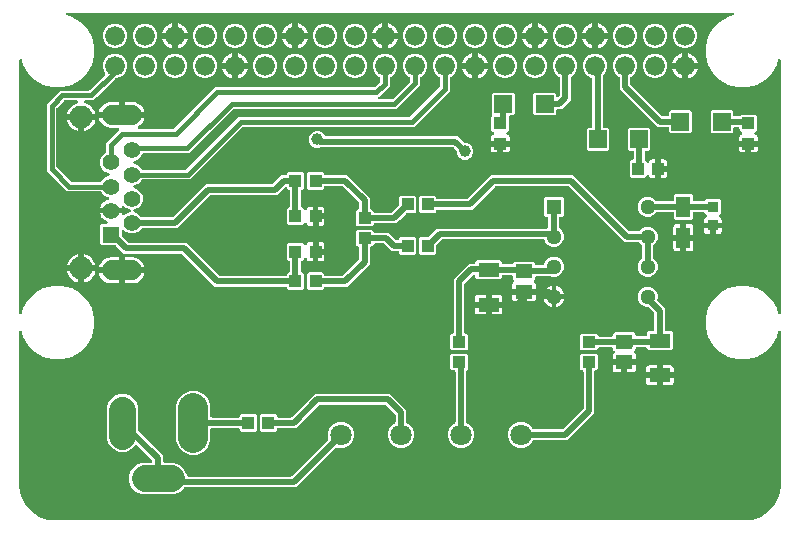
<source format=gbr>
G04 EAGLE Gerber RS-274X export*
G75*
%MOMM*%
%FSLAX34Y34*%
%LPD*%
%INTop Copper*%
%IPPOS*%
%AMOC8*
5,1,8,0,0,1.08239X$1,22.5*%
G01*
%ADD10C,1.676400*%
%ADD11R,1.288000X1.288000*%
%ADD12C,1.288000*%
%ADD13R,1.815300X1.164600*%
%ADD14R,1.465300X1.164600*%
%ADD15R,0.970200X0.920900*%
%ADD16R,1.100000X1.000000*%
%ADD17R,1.188700X1.795500*%
%ADD18R,1.000000X1.100000*%
%ADD19C,1.700000*%
%ADD20C,1.950000*%
%ADD21C,1.408000*%
%ADD22R,1.408000X1.408000*%
%ADD23C,2.500000*%
%ADD24C,2.250000*%
%ADD25R,1.500000X1.500000*%
%ADD26C,1.800000*%
%ADD27C,0.508000*%
%ADD28C,1.006400*%
%ADD29C,0.406400*%

G36*
X619796Y-132458D02*
X619796Y-132458D01*
X619806Y-132459D01*
X619966Y-132446D01*
X623615Y-131924D01*
X623658Y-131912D01*
X623702Y-131908D01*
X623857Y-131865D01*
X630945Y-129369D01*
X631021Y-129331D01*
X631102Y-129301D01*
X631220Y-129231D01*
X631229Y-129226D01*
X631232Y-129224D01*
X631240Y-129219D01*
X637441Y-124973D01*
X637505Y-124917D01*
X637575Y-124868D01*
X637671Y-124769D01*
X637679Y-124762D01*
X637681Y-124759D01*
X637687Y-124752D01*
X642578Y-119047D01*
X642625Y-118975D01*
X642680Y-118910D01*
X642747Y-118790D01*
X642753Y-118781D01*
X642754Y-118777D01*
X642759Y-118769D01*
X646006Y-111992D01*
X646033Y-111911D01*
X646069Y-111833D01*
X646103Y-111700D01*
X646106Y-111690D01*
X646107Y-111686D01*
X646109Y-111677D01*
X647491Y-104291D01*
X647494Y-104247D01*
X647505Y-104204D01*
X647513Y-104043D01*
X647485Y-101590D01*
X647473Y-101499D01*
X647470Y-101406D01*
X647459Y-101370D01*
X647459Y-100146D01*
X647457Y-100125D01*
X647456Y-100049D01*
X647377Y-99030D01*
X647397Y-98954D01*
X647432Y-98851D01*
X647436Y-98800D01*
X647449Y-98751D01*
X647459Y-98591D01*
X647459Y26721D01*
X647440Y26871D01*
X647423Y27024D01*
X647420Y27030D01*
X647419Y27037D01*
X647364Y27177D01*
X647309Y27321D01*
X647305Y27326D01*
X647302Y27332D01*
X647213Y27456D01*
X647125Y27580D01*
X647120Y27584D01*
X647116Y27590D01*
X646998Y27687D01*
X646882Y27785D01*
X646876Y27788D01*
X646871Y27793D01*
X646733Y27857D01*
X646596Y27924D01*
X646589Y27925D01*
X646583Y27928D01*
X646434Y27957D01*
X646284Y27987D01*
X646277Y27987D01*
X646271Y27988D01*
X646119Y27978D01*
X645966Y27971D01*
X645960Y27969D01*
X645953Y27968D01*
X645809Y27922D01*
X645663Y27876D01*
X645657Y27872D01*
X645651Y27870D01*
X645522Y27789D01*
X645392Y27708D01*
X645388Y27704D01*
X645382Y27700D01*
X645277Y27588D01*
X645172Y27479D01*
X645169Y27473D01*
X645164Y27468D01*
X645091Y27335D01*
X645015Y27202D01*
X645013Y27194D01*
X645010Y27190D01*
X645008Y27180D01*
X644964Y27050D01*
X643888Y23034D01*
X639807Y15965D01*
X634035Y10193D01*
X626966Y6112D01*
X619081Y3999D01*
X610919Y3999D01*
X603034Y6112D01*
X595965Y10193D01*
X590193Y15965D01*
X586112Y23034D01*
X583999Y30919D01*
X583999Y39081D01*
X586112Y46966D01*
X590193Y54035D01*
X595965Y59807D01*
X603034Y63888D01*
X610919Y66001D01*
X619081Y66001D01*
X626966Y63888D01*
X634035Y59807D01*
X639807Y54035D01*
X643888Y46966D01*
X644964Y42950D01*
X645022Y42809D01*
X645078Y42668D01*
X645082Y42662D01*
X645084Y42656D01*
X645176Y42532D01*
X645264Y42410D01*
X645270Y42406D01*
X645274Y42401D01*
X645392Y42305D01*
X645509Y42207D01*
X645516Y42205D01*
X645521Y42200D01*
X645659Y42137D01*
X645797Y42072D01*
X645804Y42071D01*
X645810Y42068D01*
X645960Y42041D01*
X646110Y42012D01*
X646116Y42013D01*
X646123Y42011D01*
X646276Y42022D01*
X646427Y42032D01*
X646433Y42034D01*
X646440Y42034D01*
X646586Y42083D01*
X646729Y42130D01*
X646735Y42133D01*
X646742Y42136D01*
X646871Y42219D01*
X646998Y42300D01*
X647003Y42305D01*
X647008Y42309D01*
X647112Y42422D01*
X647216Y42532D01*
X647219Y42538D01*
X647224Y42543D01*
X647297Y42678D01*
X647370Y42810D01*
X647371Y42817D01*
X647374Y42823D01*
X647411Y42971D01*
X647449Y43118D01*
X647450Y43127D01*
X647451Y43131D01*
X647451Y43142D01*
X647459Y43279D01*
X647459Y256721D01*
X647440Y256871D01*
X647423Y257024D01*
X647420Y257030D01*
X647419Y257037D01*
X647364Y257177D01*
X647309Y257321D01*
X647305Y257326D01*
X647302Y257332D01*
X647213Y257456D01*
X647125Y257580D01*
X647120Y257584D01*
X647116Y257590D01*
X646998Y257687D01*
X646882Y257785D01*
X646876Y257788D01*
X646871Y257793D01*
X646733Y257857D01*
X646596Y257924D01*
X646589Y257925D01*
X646583Y257928D01*
X646434Y257957D01*
X646284Y257987D01*
X646277Y257987D01*
X646271Y257988D01*
X646119Y257978D01*
X645966Y257971D01*
X645960Y257969D01*
X645953Y257968D01*
X645809Y257922D01*
X645663Y257876D01*
X645657Y257872D01*
X645651Y257870D01*
X645522Y257789D01*
X645392Y257708D01*
X645388Y257704D01*
X645382Y257700D01*
X645277Y257588D01*
X645172Y257479D01*
X645169Y257473D01*
X645164Y257468D01*
X645091Y257335D01*
X645015Y257202D01*
X645013Y257194D01*
X645010Y257190D01*
X645008Y257180D01*
X644964Y257050D01*
X643888Y253034D01*
X639807Y245965D01*
X634035Y240193D01*
X626966Y236112D01*
X619081Y233999D01*
X610919Y233999D01*
X603034Y236112D01*
X595965Y240193D01*
X590193Y245965D01*
X586112Y253034D01*
X583999Y260919D01*
X583999Y269081D01*
X586112Y276966D01*
X590193Y284035D01*
X595965Y289807D01*
X603034Y293888D01*
X607050Y294964D01*
X607191Y295022D01*
X607332Y295078D01*
X607338Y295082D01*
X607344Y295084D01*
X607467Y295175D01*
X607590Y295264D01*
X607594Y295270D01*
X607599Y295274D01*
X607695Y295392D01*
X607793Y295509D01*
X607795Y295516D01*
X607800Y295521D01*
X607863Y295659D01*
X607928Y295797D01*
X607929Y295804D01*
X607932Y295810D01*
X607959Y295959D01*
X607988Y296110D01*
X607987Y296116D01*
X607989Y296123D01*
X607978Y296276D01*
X607968Y296427D01*
X607966Y296433D01*
X607966Y296440D01*
X607917Y296586D01*
X607870Y296729D01*
X607867Y296735D01*
X607864Y296742D01*
X607781Y296871D01*
X607700Y296998D01*
X607695Y297003D01*
X607691Y297008D01*
X607578Y297112D01*
X607468Y297216D01*
X607462Y297219D01*
X607457Y297224D01*
X607322Y297297D01*
X607190Y297370D01*
X607183Y297371D01*
X607177Y297374D01*
X607029Y297411D01*
X606882Y297449D01*
X606873Y297450D01*
X606869Y297451D01*
X606858Y297451D01*
X606721Y297459D01*
X43279Y297459D01*
X43129Y297440D01*
X42976Y297423D01*
X42970Y297420D01*
X42963Y297419D01*
X42822Y297364D01*
X42679Y297309D01*
X42674Y297305D01*
X42668Y297302D01*
X42544Y297213D01*
X42420Y297125D01*
X42416Y297120D01*
X42410Y297116D01*
X42313Y296998D01*
X42215Y296882D01*
X42212Y296876D01*
X42207Y296871D01*
X42143Y296733D01*
X42076Y296596D01*
X42075Y296589D01*
X42072Y296583D01*
X42043Y296434D01*
X42013Y296284D01*
X42013Y296277D01*
X42012Y296271D01*
X42022Y296119D01*
X42029Y295966D01*
X42031Y295960D01*
X42032Y295953D01*
X42078Y295809D01*
X42124Y295663D01*
X42128Y295657D01*
X42130Y295651D01*
X42212Y295521D01*
X42292Y295392D01*
X42296Y295388D01*
X42300Y295382D01*
X42412Y295277D01*
X42521Y295172D01*
X42527Y295169D01*
X42532Y295164D01*
X42665Y295091D01*
X42798Y295015D01*
X42806Y295013D01*
X42810Y295010D01*
X42820Y295008D01*
X42950Y294964D01*
X46966Y293888D01*
X54035Y289807D01*
X59807Y284035D01*
X63888Y276966D01*
X66001Y269081D01*
X66001Y260919D01*
X63888Y253034D01*
X59807Y245965D01*
X54035Y240193D01*
X46966Y236112D01*
X39081Y233999D01*
X30919Y233999D01*
X23034Y236112D01*
X15965Y240193D01*
X10193Y245965D01*
X6112Y253034D01*
X5036Y257050D01*
X4979Y257190D01*
X4922Y257332D01*
X4918Y257338D01*
X4916Y257344D01*
X4825Y257467D01*
X4736Y257590D01*
X4730Y257594D01*
X4726Y257599D01*
X4608Y257695D01*
X4491Y257793D01*
X4484Y257795D01*
X4479Y257800D01*
X4341Y257863D01*
X4203Y257928D01*
X4196Y257929D01*
X4190Y257932D01*
X4040Y257959D01*
X3890Y257988D01*
X3884Y257987D01*
X3877Y257989D01*
X3724Y257978D01*
X3573Y257968D01*
X3567Y257966D01*
X3560Y257966D01*
X3414Y257917D01*
X3271Y257870D01*
X3265Y257867D01*
X3258Y257864D01*
X3129Y257781D01*
X3002Y257700D01*
X2997Y257695D01*
X2992Y257691D01*
X2888Y257578D01*
X2784Y257468D01*
X2781Y257462D01*
X2776Y257457D01*
X2703Y257322D01*
X2630Y257190D01*
X2629Y257183D01*
X2626Y257177D01*
X2589Y257029D01*
X2551Y256882D01*
X2550Y256873D01*
X2549Y256869D01*
X2549Y256858D01*
X2541Y256721D01*
X2541Y43279D01*
X2560Y43129D01*
X2577Y42976D01*
X2580Y42970D01*
X2581Y42963D01*
X2636Y42822D01*
X2691Y42679D01*
X2695Y42674D01*
X2698Y42668D01*
X2787Y42544D01*
X2875Y42420D01*
X2880Y42416D01*
X2884Y42410D01*
X3002Y42313D01*
X3118Y42215D01*
X3124Y42212D01*
X3129Y42207D01*
X3267Y42143D01*
X3404Y42076D01*
X3411Y42075D01*
X3417Y42072D01*
X3566Y42043D01*
X3716Y42013D01*
X3723Y42013D01*
X3729Y42012D01*
X3881Y42022D01*
X4034Y42029D01*
X4040Y42031D01*
X4047Y42032D01*
X4191Y42078D01*
X4337Y42124D01*
X4343Y42128D01*
X4349Y42130D01*
X4478Y42211D01*
X4608Y42292D01*
X4612Y42296D01*
X4618Y42300D01*
X4723Y42412D01*
X4828Y42521D01*
X4831Y42527D01*
X4836Y42532D01*
X4909Y42665D01*
X4985Y42798D01*
X4987Y42806D01*
X4990Y42810D01*
X4992Y42820D01*
X5036Y42950D01*
X6112Y46966D01*
X10193Y54035D01*
X15965Y59807D01*
X23034Y63888D01*
X30919Y66001D01*
X39081Y66001D01*
X46966Y63888D01*
X54035Y59807D01*
X59807Y54035D01*
X63888Y46966D01*
X66001Y39081D01*
X66001Y30919D01*
X63888Y23034D01*
X59807Y15965D01*
X54035Y10193D01*
X46966Y6112D01*
X39081Y3999D01*
X30919Y3999D01*
X23034Y6112D01*
X15965Y10193D01*
X10193Y15965D01*
X6112Y23034D01*
X5036Y27050D01*
X4979Y27190D01*
X4922Y27332D01*
X4918Y27338D01*
X4916Y27344D01*
X4825Y27466D01*
X4736Y27590D01*
X4730Y27594D01*
X4726Y27599D01*
X4608Y27695D01*
X4491Y27793D01*
X4484Y27795D01*
X4479Y27800D01*
X4341Y27863D01*
X4203Y27928D01*
X4196Y27929D01*
X4190Y27932D01*
X4040Y27959D01*
X3890Y27988D01*
X3884Y27987D01*
X3877Y27989D01*
X3724Y27978D01*
X3573Y27968D01*
X3567Y27966D01*
X3560Y27966D01*
X3414Y27917D01*
X3271Y27870D01*
X3265Y27867D01*
X3258Y27864D01*
X3129Y27781D01*
X3002Y27700D01*
X2997Y27695D01*
X2992Y27691D01*
X2888Y27578D01*
X2784Y27468D01*
X2781Y27462D01*
X2776Y27457D01*
X2703Y27322D01*
X2630Y27190D01*
X2629Y27183D01*
X2626Y27177D01*
X2589Y27029D01*
X2551Y26882D01*
X2550Y26873D01*
X2549Y26869D01*
X2549Y26858D01*
X2541Y26721D01*
X2541Y-98591D01*
X2547Y-98641D01*
X2545Y-98691D01*
X2567Y-98798D01*
X2581Y-98906D01*
X2599Y-98953D01*
X2609Y-99003D01*
X2623Y-99030D01*
X2544Y-100049D01*
X2546Y-100071D01*
X2541Y-100146D01*
X2541Y-101378D01*
X2527Y-101429D01*
X2518Y-101546D01*
X2515Y-101563D01*
X2516Y-101572D01*
X2515Y-101590D01*
X2487Y-104043D01*
X2492Y-104087D01*
X2489Y-104131D01*
X2509Y-104291D01*
X3891Y-111677D01*
X3917Y-111759D01*
X3934Y-111843D01*
X3985Y-111970D01*
X3988Y-111980D01*
X3991Y-111984D01*
X3994Y-111992D01*
X7241Y-118769D01*
X7288Y-118841D01*
X7325Y-118918D01*
X7408Y-119027D01*
X7413Y-119036D01*
X7417Y-119039D01*
X7422Y-119047D01*
X12313Y-124752D01*
X12376Y-124810D01*
X12432Y-124874D01*
X12540Y-124959D01*
X12548Y-124966D01*
X12552Y-124968D01*
X12559Y-124973D01*
X18760Y-129219D01*
X18836Y-129258D01*
X18907Y-129306D01*
X19033Y-129359D01*
X19043Y-129364D01*
X19047Y-129365D01*
X19055Y-129369D01*
X26143Y-131865D01*
X26186Y-131874D01*
X26227Y-131891D01*
X26385Y-131924D01*
X30034Y-132446D01*
X30044Y-132447D01*
X30053Y-132449D01*
X30214Y-132459D01*
X619786Y-132459D01*
X619796Y-132458D01*
G37*
%LPC*%
G36*
X230658Y62467D02*
X230658Y62467D01*
X229467Y63658D01*
X229467Y64158D01*
X229452Y64276D01*
X229445Y64395D01*
X229432Y64433D01*
X229427Y64474D01*
X229384Y64584D01*
X229347Y64697D01*
X229325Y64732D01*
X229310Y64769D01*
X229241Y64865D01*
X229177Y64966D01*
X229147Y64994D01*
X229124Y65027D01*
X229032Y65103D01*
X228945Y65184D01*
X228910Y65204D01*
X228879Y65229D01*
X228771Y65280D01*
X228667Y65338D01*
X228627Y65348D01*
X228591Y65365D01*
X228474Y65387D01*
X228359Y65417D01*
X228299Y65421D01*
X228279Y65425D01*
X228258Y65423D01*
X228198Y65427D01*
X168106Y65427D01*
X140590Y92944D01*
X140511Y93004D01*
X140439Y93072D01*
X140386Y93101D01*
X140338Y93138D01*
X140247Y93178D01*
X140161Y93226D01*
X140102Y93241D01*
X140047Y93265D01*
X139949Y93280D01*
X139853Y93305D01*
X139753Y93311D01*
X139732Y93315D01*
X139720Y93313D01*
X139692Y93315D01*
X91496Y93315D01*
X84956Y99856D01*
X84878Y99916D01*
X84805Y99984D01*
X84752Y100013D01*
X84705Y100050D01*
X84614Y100090D01*
X84527Y100138D01*
X84468Y100153D01*
X84413Y100177D01*
X84315Y100192D01*
X84219Y100217D01*
X84119Y100223D01*
X84099Y100227D01*
X84086Y100225D01*
X84058Y100227D01*
X72518Y100227D01*
X71327Y101418D01*
X71327Y117182D01*
X72518Y118373D01*
X76244Y118373D01*
X76273Y118376D01*
X76275Y118376D01*
X76284Y118378D01*
X76364Y118388D01*
X76484Y118396D01*
X76521Y118408D01*
X76560Y118413D01*
X76672Y118457D01*
X76786Y118494D01*
X76819Y118515D01*
X76855Y118530D01*
X76953Y118600D01*
X77054Y118665D01*
X77081Y118694D01*
X77113Y118716D01*
X77190Y118809D01*
X77272Y118897D01*
X77291Y118931D01*
X77316Y118961D01*
X77367Y119070D01*
X77425Y119176D01*
X77434Y119214D01*
X77451Y119249D01*
X77474Y119367D01*
X77504Y119484D01*
X77504Y119523D01*
X77511Y119561D01*
X77503Y119682D01*
X77503Y119802D01*
X77494Y119840D01*
X77491Y119879D01*
X77454Y119993D01*
X77424Y120110D01*
X77405Y120144D01*
X77393Y120181D01*
X77329Y120283D01*
X77270Y120389D01*
X77244Y120417D01*
X77223Y120450D01*
X77189Y120482D01*
X77188Y120483D01*
X77182Y120488D01*
X77135Y120533D01*
X77053Y120620D01*
X77020Y120641D01*
X76991Y120668D01*
X76958Y120686D01*
X76950Y120694D01*
X76811Y120776D01*
X76792Y120786D01*
X76784Y120791D01*
X76776Y120794D01*
X75379Y121506D01*
X74159Y122392D01*
X73092Y123459D01*
X72206Y124679D01*
X71521Y126022D01*
X71057Y127451D01*
X79420Y127451D01*
X79538Y127466D01*
X79657Y127473D01*
X79695Y127485D01*
X79735Y127491D01*
X79846Y127534D01*
X79959Y127571D01*
X79993Y127593D01*
X80031Y127608D01*
X80127Y127677D01*
X80228Y127741D01*
X80256Y127771D01*
X80288Y127794D01*
X80364Y127886D01*
X80396Y127920D01*
X80401Y127912D01*
X80431Y127884D01*
X80455Y127851D01*
X80546Y127775D01*
X80633Y127694D01*
X80668Y127674D01*
X80700Y127649D01*
X80807Y127598D01*
X80912Y127540D01*
X80951Y127530D01*
X80987Y127513D01*
X81104Y127491D01*
X81220Y127461D01*
X81280Y127457D01*
X81300Y127453D01*
X81320Y127455D01*
X81380Y127451D01*
X89743Y127451D01*
X89655Y127180D01*
X89651Y127161D01*
X89643Y127142D01*
X89621Y127004D01*
X89595Y126868D01*
X89597Y126848D01*
X89594Y126828D01*
X89607Y126689D01*
X89615Y126550D01*
X89621Y126531D01*
X89623Y126512D01*
X89671Y126380D01*
X89713Y126248D01*
X89724Y126231D01*
X89731Y126212D01*
X89809Y126097D01*
X89884Y125979D01*
X89898Y125966D01*
X89910Y125949D01*
X90014Y125857D01*
X90115Y125762D01*
X90133Y125752D01*
X90148Y125739D01*
X90272Y125675D01*
X90394Y125608D01*
X90413Y125603D01*
X90431Y125594D01*
X90567Y125564D01*
X90702Y125529D01*
X90722Y125529D01*
X90741Y125524D01*
X90881Y125529D01*
X91020Y125529D01*
X91039Y125533D01*
X91059Y125534D01*
X91193Y125573D01*
X91328Y125607D01*
X91346Y125617D01*
X91365Y125622D01*
X91485Y125693D01*
X91607Y125760D01*
X91622Y125774D01*
X91639Y125784D01*
X91760Y125890D01*
X93061Y127192D01*
X96286Y128527D01*
X96406Y128596D01*
X96529Y128661D01*
X96544Y128675D01*
X96562Y128685D01*
X96662Y128782D01*
X96765Y128875D01*
X96776Y128892D01*
X96790Y128906D01*
X96863Y129025D01*
X96940Y129141D01*
X96946Y129160D01*
X96957Y129177D01*
X96998Y129310D01*
X97043Y129442D01*
X97044Y129462D01*
X97050Y129481D01*
X97057Y129620D01*
X97068Y129759D01*
X97064Y129779D01*
X97065Y129799D01*
X97037Y129935D01*
X97014Y130072D01*
X97005Y130091D01*
X97001Y130110D01*
X96940Y130236D01*
X96883Y130362D01*
X96870Y130378D01*
X96861Y130396D01*
X96771Y130502D01*
X96684Y130610D01*
X96668Y130623D01*
X96655Y130638D01*
X96541Y130718D01*
X96430Y130802D01*
X96405Y130814D01*
X96395Y130821D01*
X96376Y130828D01*
X96286Y130873D01*
X93061Y132208D01*
X91760Y133510D01*
X91744Y133522D01*
X91731Y133537D01*
X91619Y133619D01*
X91508Y133705D01*
X91490Y133712D01*
X91474Y133724D01*
X91345Y133775D01*
X91217Y133831D01*
X91197Y133834D01*
X91178Y133841D01*
X91041Y133859D01*
X90902Y133881D01*
X90882Y133879D01*
X90863Y133881D01*
X90725Y133864D01*
X90586Y133851D01*
X90567Y133844D01*
X90547Y133842D01*
X90418Y133790D01*
X90287Y133743D01*
X90270Y133732D01*
X90251Y133725D01*
X90139Y133643D01*
X90023Y133565D01*
X90010Y133550D01*
X89994Y133538D01*
X89905Y133431D01*
X89813Y133326D01*
X89804Y133308D01*
X89791Y133293D01*
X89732Y133167D01*
X89668Y133043D01*
X89664Y133024D01*
X89655Y133005D01*
X89629Y132869D01*
X89599Y132733D01*
X89599Y132713D01*
X89595Y132693D01*
X89604Y132554D01*
X89608Y132415D01*
X89614Y132396D01*
X89615Y132376D01*
X89655Y132220D01*
X89743Y131949D01*
X81380Y131949D01*
X81262Y131934D01*
X81143Y131927D01*
X81105Y131914D01*
X81065Y131909D01*
X80954Y131866D01*
X80841Y131829D01*
X80807Y131807D01*
X80769Y131792D01*
X80673Y131723D01*
X80572Y131659D01*
X80544Y131629D01*
X80512Y131606D01*
X80436Y131514D01*
X80404Y131480D01*
X80399Y131488D01*
X80369Y131516D01*
X80345Y131549D01*
X80254Y131625D01*
X80167Y131706D01*
X80132Y131726D01*
X80100Y131751D01*
X79993Y131802D01*
X79888Y131860D01*
X79849Y131870D01*
X79813Y131887D01*
X79696Y131909D01*
X79580Y131939D01*
X79520Y131943D01*
X79500Y131947D01*
X79480Y131945D01*
X79420Y131949D01*
X71057Y131949D01*
X71521Y133378D01*
X72206Y134721D01*
X73092Y135941D01*
X74159Y137008D01*
X75379Y137894D01*
X76722Y138579D01*
X77812Y138933D01*
X77840Y138946D01*
X77869Y138953D01*
X77983Y139013D01*
X78100Y139068D01*
X78123Y139087D01*
X78150Y139101D01*
X78245Y139188D01*
X78345Y139271D01*
X78363Y139295D01*
X78385Y139315D01*
X78456Y139424D01*
X78532Y139528D01*
X78543Y139556D01*
X78560Y139581D01*
X78602Y139703D01*
X78650Y139824D01*
X78653Y139854D01*
X78663Y139882D01*
X78673Y140011D01*
X78690Y140139D01*
X78686Y140169D01*
X78688Y140199D01*
X78666Y140327D01*
X78650Y140455D01*
X78639Y140483D01*
X78634Y140512D01*
X78581Y140630D01*
X78533Y140751D01*
X78515Y140775D01*
X78503Y140802D01*
X78422Y140904D01*
X78346Y141008D01*
X78323Y141027D01*
X78305Y141051D01*
X78201Y141129D01*
X78101Y141211D01*
X78074Y141224D01*
X78051Y141242D01*
X77906Y141313D01*
X75261Y142408D01*
X72708Y144961D01*
X72588Y145252D01*
X72573Y145277D01*
X72564Y145305D01*
X72495Y145415D01*
X72430Y145528D01*
X72410Y145549D01*
X72394Y145574D01*
X72299Y145663D01*
X72209Y145756D01*
X72184Y145772D01*
X72162Y145792D01*
X72049Y145855D01*
X71938Y145923D01*
X71910Y145931D01*
X71884Y145946D01*
X71758Y145978D01*
X71634Y146016D01*
X71605Y146018D01*
X71576Y146025D01*
X71415Y146035D01*
X43216Y146035D01*
X40464Y148788D01*
X28688Y160564D01*
X25935Y163316D01*
X25935Y219969D01*
X28688Y222722D01*
X34578Y228612D01*
X37331Y231365D01*
X61491Y231365D01*
X61589Y231377D01*
X61688Y231380D01*
X61746Y231397D01*
X61806Y231405D01*
X61898Y231441D01*
X61993Y231469D01*
X62045Y231499D01*
X62102Y231522D01*
X62182Y231580D01*
X62267Y231630D01*
X62343Y231696D01*
X62359Y231708D01*
X62367Y231718D01*
X62388Y231736D01*
X75064Y244412D01*
X75137Y244507D01*
X75216Y244596D01*
X75234Y244632D01*
X75259Y244664D01*
X75306Y244773D01*
X75360Y244879D01*
X75369Y244918D01*
X75385Y244955D01*
X75404Y245073D01*
X75430Y245189D01*
X75429Y245230D01*
X75435Y245270D01*
X75424Y245388D01*
X75420Y245507D01*
X75409Y245546D01*
X75405Y245586D01*
X75365Y245698D01*
X75332Y245813D01*
X75311Y245847D01*
X75298Y245885D01*
X75231Y245984D01*
X75170Y246087D01*
X75131Y246132D01*
X75119Y246149D01*
X75104Y246162D01*
X75064Y246207D01*
X74871Y246401D01*
X73285Y250228D01*
X73285Y254372D01*
X74871Y258199D01*
X77801Y261129D01*
X81628Y262715D01*
X85772Y262715D01*
X89599Y261129D01*
X92529Y258199D01*
X94115Y254372D01*
X94115Y250228D01*
X92529Y246401D01*
X89599Y243471D01*
X85772Y241885D01*
X84559Y241885D01*
X84461Y241873D01*
X84362Y241870D01*
X84304Y241853D01*
X84244Y241845D01*
X84152Y241809D01*
X84057Y241781D01*
X84005Y241751D01*
X83948Y241728D01*
X83868Y241670D01*
X83783Y241620D01*
X83707Y241554D01*
X83691Y241542D01*
X83683Y241532D01*
X83662Y241514D01*
X68136Y225988D01*
X65384Y223235D01*
X58976Y223235D01*
X58857Y223220D01*
X58738Y223213D01*
X58700Y223200D01*
X58660Y223195D01*
X58549Y223151D01*
X58436Y223115D01*
X58402Y223093D01*
X58364Y223078D01*
X58268Y223008D01*
X58167Y222944D01*
X58139Y222915D01*
X58107Y222892D01*
X58031Y222800D01*
X57949Y222713D01*
X57930Y222677D01*
X57904Y222647D01*
X57853Y222539D01*
X57796Y222434D01*
X57786Y222395D01*
X57769Y222359D01*
X57746Y222242D01*
X57717Y222126D01*
X57716Y222086D01*
X57709Y222047D01*
X57716Y221927D01*
X57716Y221808D01*
X57726Y221769D01*
X57729Y221729D01*
X57766Y221616D01*
X57795Y221500D01*
X57814Y221465D01*
X57827Y221427D01*
X57891Y221326D01*
X57948Y221221D01*
X57975Y221192D01*
X57997Y221158D01*
X58084Y221076D01*
X58165Y220989D01*
X58199Y220967D01*
X58229Y220940D01*
X58333Y220882D01*
X58434Y220818D01*
X58489Y220796D01*
X58507Y220786D01*
X58527Y220781D01*
X58583Y220759D01*
X59718Y220390D01*
X61442Y219512D01*
X63007Y218375D01*
X64375Y217007D01*
X65512Y215442D01*
X66390Y213718D01*
X66988Y211878D01*
X67042Y211539D01*
X56270Y211539D01*
X56152Y211524D01*
X56033Y211517D01*
X55995Y211504D01*
X55955Y211499D01*
X55844Y211456D01*
X55731Y211419D01*
X55697Y211397D01*
X55659Y211382D01*
X55563Y211312D01*
X55462Y211249D01*
X55434Y211219D01*
X55402Y211195D01*
X55326Y211104D01*
X55244Y211017D01*
X55225Y210982D01*
X55199Y210951D01*
X55148Y210843D01*
X55091Y210739D01*
X55080Y210699D01*
X55063Y210663D01*
X55041Y210546D01*
X55011Y210431D01*
X55007Y210370D01*
X55003Y210350D01*
X55005Y210330D01*
X55004Y210323D01*
X55003Y210319D01*
X55004Y210314D01*
X55001Y210270D01*
X55001Y208999D01*
X54999Y208999D01*
X54999Y210270D01*
X54984Y210388D01*
X54977Y210507D01*
X54964Y210545D01*
X54959Y210585D01*
X54916Y210696D01*
X54879Y210809D01*
X54857Y210844D01*
X54842Y210881D01*
X54772Y210977D01*
X54709Y211078D01*
X54679Y211106D01*
X54655Y211139D01*
X54564Y211214D01*
X54477Y211296D01*
X54442Y211316D01*
X54410Y211341D01*
X54303Y211392D01*
X54198Y211450D01*
X54159Y211460D01*
X54123Y211477D01*
X54006Y211499D01*
X53891Y211529D01*
X53830Y211533D01*
X53810Y211537D01*
X53790Y211535D01*
X53730Y211539D01*
X42958Y211539D01*
X43012Y211878D01*
X43610Y213718D01*
X44488Y215442D01*
X45625Y217007D01*
X46993Y218375D01*
X48558Y219512D01*
X50282Y220390D01*
X51417Y220759D01*
X51525Y220810D01*
X51636Y220854D01*
X51668Y220877D01*
X51704Y220894D01*
X51796Y220970D01*
X51893Y221040D01*
X51919Y221071D01*
X51949Y221097D01*
X52020Y221193D01*
X52096Y221285D01*
X52113Y221322D01*
X52136Y221354D01*
X52180Y221465D01*
X52231Y221573D01*
X52239Y221612D01*
X52254Y221650D01*
X52269Y221768D01*
X52291Y221886D01*
X52289Y221925D01*
X52294Y221965D01*
X52279Y222084D01*
X52271Y222203D01*
X52259Y222241D01*
X52254Y222281D01*
X52210Y222392D01*
X52173Y222505D01*
X52152Y222539D01*
X52137Y222577D01*
X52067Y222673D01*
X52003Y222774D01*
X51974Y222802D01*
X51950Y222834D01*
X51859Y222910D01*
X51771Y222992D01*
X51736Y223011D01*
X51706Y223037D01*
X51598Y223088D01*
X51493Y223146D01*
X51454Y223156D01*
X51418Y223173D01*
X51301Y223195D01*
X51185Y223225D01*
X51126Y223229D01*
X51106Y223233D01*
X51085Y223231D01*
X51024Y223235D01*
X41224Y223235D01*
X41126Y223223D01*
X41026Y223220D01*
X40968Y223203D01*
X40908Y223195D01*
X40816Y223159D01*
X40721Y223131D01*
X40669Y223101D01*
X40612Y223078D01*
X40532Y223020D01*
X40447Y222970D01*
X40372Y222904D01*
X40355Y222892D01*
X40347Y222882D01*
X40326Y222864D01*
X34436Y216974D01*
X34376Y216896D01*
X34308Y216823D01*
X34279Y216770D01*
X34242Y216723D01*
X34202Y216632D01*
X34154Y216545D01*
X34139Y216486D01*
X34115Y216431D01*
X34100Y216333D01*
X34075Y216237D01*
X34069Y216137D01*
X34065Y216117D01*
X34067Y216104D01*
X34065Y216076D01*
X34065Y167209D01*
X34077Y167111D01*
X34080Y167012D01*
X34097Y166954D01*
X34105Y166894D01*
X34141Y166802D01*
X34169Y166707D01*
X34199Y166654D01*
X34222Y166598D01*
X34280Y166518D01*
X34330Y166433D01*
X34396Y166357D01*
X34408Y166341D01*
X34418Y166333D01*
X34436Y166312D01*
X46212Y154536D01*
X46290Y154476D01*
X46362Y154408D01*
X46415Y154379D01*
X46463Y154342D01*
X46554Y154302D01*
X46641Y154254D01*
X46699Y154239D01*
X46755Y154215D01*
X46853Y154200D01*
X46949Y154175D01*
X47049Y154169D01*
X47069Y154165D01*
X47081Y154167D01*
X47109Y154165D01*
X71415Y154165D01*
X71445Y154168D01*
X71474Y154166D01*
X71602Y154188D01*
X71731Y154205D01*
X71758Y154215D01*
X71787Y154220D01*
X71906Y154274D01*
X72027Y154322D01*
X72050Y154339D01*
X72077Y154351D01*
X72179Y154432D01*
X72284Y154508D01*
X72303Y154531D01*
X72326Y154550D01*
X72404Y154653D01*
X72487Y154753D01*
X72499Y154780D01*
X72517Y154804D01*
X72588Y154948D01*
X72708Y155239D01*
X75261Y157792D01*
X78486Y159127D01*
X78606Y159196D01*
X78729Y159261D01*
X78744Y159275D01*
X78762Y159285D01*
X78862Y159382D01*
X78965Y159475D01*
X78976Y159492D01*
X78990Y159506D01*
X79063Y159625D01*
X79140Y159741D01*
X79146Y159760D01*
X79157Y159777D01*
X79198Y159910D01*
X79243Y160042D01*
X79244Y160062D01*
X79250Y160081D01*
X79257Y160220D01*
X79268Y160359D01*
X79264Y160379D01*
X79265Y160399D01*
X79237Y160535D01*
X79214Y160672D01*
X79205Y160691D01*
X79201Y160710D01*
X79140Y160836D01*
X79083Y160962D01*
X79070Y160978D01*
X79061Y160996D01*
X78971Y161102D01*
X78884Y161210D01*
X78868Y161223D01*
X78855Y161238D01*
X78741Y161318D01*
X78630Y161402D01*
X78605Y161414D01*
X78595Y161421D01*
X78576Y161428D01*
X78486Y161473D01*
X75261Y162808D01*
X72708Y165361D01*
X71327Y168695D01*
X71327Y172305D01*
X72708Y175639D01*
X75298Y178229D01*
X75315Y178240D01*
X75428Y178304D01*
X75449Y178324D01*
X75474Y178340D01*
X75563Y178435D01*
X75656Y178525D01*
X75672Y178550D01*
X75692Y178572D01*
X75755Y178686D01*
X75823Y178796D01*
X75831Y178824D01*
X75846Y178850D01*
X75878Y178976D01*
X75916Y179100D01*
X75918Y179130D01*
X75925Y179158D01*
X75935Y179319D01*
X75935Y186684D01*
X86944Y197693D01*
X87029Y197802D01*
X87118Y197909D01*
X87127Y197928D01*
X87139Y197944D01*
X87195Y198072D01*
X87254Y198197D01*
X87257Y198217D01*
X87265Y198236D01*
X87287Y198374D01*
X87313Y198510D01*
X87312Y198530D01*
X87315Y198550D01*
X87302Y198689D01*
X87294Y198827D01*
X87287Y198846D01*
X87285Y198866D01*
X87238Y198998D01*
X87196Y199129D01*
X87185Y199147D01*
X87178Y199166D01*
X87100Y199281D01*
X87025Y199398D01*
X87011Y199412D01*
X86999Y199429D01*
X86895Y199521D01*
X86794Y199616D01*
X86776Y199626D01*
X86761Y199639D01*
X86637Y199703D01*
X86515Y199770D01*
X86496Y199775D01*
X86478Y199784D01*
X86342Y199814D01*
X86207Y199849D01*
X86179Y199851D01*
X86167Y199854D01*
X86147Y199853D01*
X86047Y199859D01*
X79931Y199859D01*
X78215Y200131D01*
X76562Y200668D01*
X75013Y201457D01*
X73607Y202479D01*
X72379Y203707D01*
X71357Y205113D01*
X70568Y206662D01*
X70031Y208315D01*
X70018Y208401D01*
X88070Y208401D01*
X88188Y208416D01*
X88307Y208423D01*
X88345Y208435D01*
X88385Y208441D01*
X88496Y208484D01*
X88609Y208521D01*
X88643Y208543D01*
X88681Y208558D01*
X88777Y208627D01*
X88878Y208691D01*
X88906Y208721D01*
X88938Y208744D01*
X89014Y208836D01*
X89096Y208923D01*
X89115Y208958D01*
X89141Y208989D01*
X89192Y209097D01*
X89249Y209201D01*
X89259Y209241D01*
X89277Y209277D01*
X89297Y209384D01*
X89301Y209354D01*
X89345Y209244D01*
X89381Y209131D01*
X89403Y209096D01*
X89418Y209059D01*
X89488Y208962D01*
X89551Y208862D01*
X89581Y208834D01*
X89605Y208801D01*
X89696Y208725D01*
X89783Y208644D01*
X89818Y208624D01*
X89850Y208599D01*
X89957Y208548D01*
X90062Y208490D01*
X90101Y208480D01*
X90137Y208463D01*
X90254Y208441D01*
X90370Y208411D01*
X90430Y208407D01*
X90450Y208403D01*
X90470Y208405D01*
X90530Y208401D01*
X108582Y208401D01*
X108569Y208315D01*
X108032Y206662D01*
X107243Y205113D01*
X106221Y203707D01*
X104993Y202479D01*
X103578Y201451D01*
X103567Y201446D01*
X103454Y201364D01*
X103339Y201286D01*
X103326Y201271D01*
X103310Y201260D01*
X103220Y201152D01*
X103129Y201048D01*
X103120Y201030D01*
X103107Y201015D01*
X103047Y200889D01*
X102984Y200765D01*
X102980Y200745D01*
X102971Y200727D01*
X102945Y200591D01*
X102915Y200454D01*
X102915Y200434D01*
X102911Y200414D01*
X102920Y200276D01*
X102924Y200137D01*
X102930Y200117D01*
X102931Y200097D01*
X102974Y199965D01*
X103013Y199831D01*
X103023Y199814D01*
X103029Y199795D01*
X103104Y199677D01*
X103174Y199557D01*
X103189Y199543D01*
X103199Y199526D01*
X103301Y199431D01*
X103399Y199332D01*
X103416Y199322D01*
X103431Y199308D01*
X103553Y199241D01*
X103673Y199170D01*
X103692Y199164D01*
X103709Y199154D01*
X103844Y199120D01*
X103978Y199081D01*
X103998Y199080D01*
X104017Y199075D01*
X104178Y199065D01*
X132791Y199065D01*
X132889Y199077D01*
X132988Y199080D01*
X133046Y199097D01*
X133106Y199105D01*
X133198Y199141D01*
X133293Y199169D01*
X133345Y199199D01*
X133402Y199222D01*
X133482Y199280D01*
X133567Y199330D01*
X133643Y199396D01*
X133659Y199408D01*
X133667Y199418D01*
X133688Y199436D01*
X168316Y234065D01*
X302791Y234065D01*
X302889Y234077D01*
X302988Y234080D01*
X303046Y234097D01*
X303106Y234105D01*
X303198Y234141D01*
X303293Y234169D01*
X303345Y234199D01*
X303402Y234222D01*
X303482Y234280D01*
X303567Y234330D01*
X303643Y234396D01*
X303659Y234408D01*
X303667Y234418D01*
X303688Y234436D01*
X307864Y238612D01*
X307924Y238690D01*
X307992Y238762D01*
X308021Y238815D01*
X308058Y238863D01*
X308098Y238954D01*
X308146Y239041D01*
X308161Y239099D01*
X308185Y239155D01*
X308200Y239253D01*
X308225Y239349D01*
X308231Y239449D01*
X308235Y239469D01*
X308233Y239481D01*
X308235Y239509D01*
X308235Y241863D01*
X308232Y241892D01*
X308234Y241921D01*
X308212Y242049D01*
X308195Y242178D01*
X308185Y242206D01*
X308180Y242235D01*
X308126Y242353D01*
X308078Y242474D01*
X308061Y242498D01*
X308049Y242525D01*
X307968Y242626D01*
X307892Y242731D01*
X307869Y242750D01*
X307850Y242773D01*
X307747Y242851D01*
X307647Y242934D01*
X307620Y242947D01*
X307596Y242964D01*
X307452Y243035D01*
X306401Y243471D01*
X303471Y246401D01*
X301885Y250228D01*
X301885Y254372D01*
X303471Y258199D01*
X306401Y261129D01*
X310228Y262715D01*
X314372Y262715D01*
X318199Y261129D01*
X321129Y258199D01*
X322715Y254372D01*
X322715Y250228D01*
X321129Y246401D01*
X318199Y243471D01*
X317148Y243035D01*
X317123Y243021D01*
X317095Y243012D01*
X316985Y242942D01*
X316872Y242878D01*
X316851Y242857D01*
X316826Y242842D01*
X316737Y242747D01*
X316644Y242657D01*
X316628Y242631D01*
X316608Y242610D01*
X316545Y242496D01*
X316477Y242385D01*
X316469Y242357D01*
X316454Y242331D01*
X316422Y242206D01*
X316384Y242082D01*
X316382Y242052D01*
X316375Y242023D01*
X316365Y241863D01*
X316365Y235616D01*
X309436Y228688D01*
X306980Y226231D01*
X306895Y226122D01*
X306806Y226015D01*
X306797Y225996D01*
X306785Y225980D01*
X306729Y225852D01*
X306670Y225727D01*
X306667Y225707D01*
X306659Y225688D01*
X306637Y225550D01*
X306611Y225414D01*
X306612Y225394D01*
X306609Y225374D01*
X306622Y225235D01*
X306630Y225097D01*
X306637Y225078D01*
X306639Y225058D01*
X306686Y224926D01*
X306728Y224795D01*
X306739Y224777D01*
X306746Y224758D01*
X306824Y224643D01*
X306899Y224526D01*
X306913Y224512D01*
X306925Y224495D01*
X307029Y224403D01*
X307130Y224308D01*
X307148Y224298D01*
X307163Y224285D01*
X307287Y224221D01*
X307409Y224154D01*
X307428Y224149D01*
X307446Y224140D01*
X307582Y224110D01*
X307717Y224075D01*
X307745Y224073D01*
X307757Y224070D01*
X307777Y224071D01*
X307877Y224065D01*
X317791Y224065D01*
X317889Y224077D01*
X317988Y224080D01*
X318046Y224097D01*
X318106Y224105D01*
X318198Y224141D01*
X318293Y224169D01*
X318345Y224199D01*
X318402Y224222D01*
X318482Y224280D01*
X318567Y224330D01*
X318643Y224396D01*
X318659Y224408D01*
X318667Y224418D01*
X318688Y224436D01*
X333264Y239012D01*
X333324Y239090D01*
X333392Y239162D01*
X333421Y239215D01*
X333458Y239263D01*
X333498Y239354D01*
X333546Y239441D01*
X333561Y239499D01*
X333585Y239555D01*
X333600Y239653D01*
X333625Y239749D01*
X333631Y239849D01*
X333635Y239869D01*
X333633Y239881D01*
X333635Y239909D01*
X333635Y241863D01*
X333632Y241892D01*
X333634Y241921D01*
X333612Y242049D01*
X333595Y242178D01*
X333585Y242206D01*
X333580Y242235D01*
X333526Y242353D01*
X333478Y242474D01*
X333461Y242498D01*
X333449Y242525D01*
X333368Y242626D01*
X333292Y242731D01*
X333269Y242750D01*
X333250Y242773D01*
X333147Y242851D01*
X333047Y242934D01*
X333020Y242947D01*
X332996Y242964D01*
X332852Y243035D01*
X331801Y243471D01*
X328871Y246401D01*
X327285Y250228D01*
X327285Y254372D01*
X328871Y258199D01*
X331801Y261129D01*
X335628Y262715D01*
X339772Y262715D01*
X343599Y261129D01*
X346529Y258199D01*
X348115Y254372D01*
X348115Y250228D01*
X346529Y246401D01*
X343599Y243471D01*
X342548Y243035D01*
X342523Y243021D01*
X342495Y243012D01*
X342385Y242942D01*
X342272Y242878D01*
X342251Y242857D01*
X342226Y242842D01*
X342137Y242747D01*
X342044Y242657D01*
X342028Y242631D01*
X342008Y242610D01*
X341945Y242496D01*
X341877Y242385D01*
X341869Y242357D01*
X341854Y242331D01*
X341822Y242206D01*
X341784Y242082D01*
X341782Y242052D01*
X341775Y242023D01*
X341765Y241863D01*
X341765Y236016D01*
X321684Y215935D01*
X184645Y215935D01*
X184547Y215923D01*
X184448Y215920D01*
X184390Y215903D01*
X184330Y215895D01*
X184238Y215859D01*
X184143Y215831D01*
X184091Y215801D01*
X184034Y215778D01*
X183954Y215720D01*
X183869Y215670D01*
X183793Y215604D01*
X183777Y215592D01*
X183769Y215582D01*
X183748Y215564D01*
X146684Y178499D01*
X107957Y178499D01*
X107928Y178496D01*
X107898Y178498D01*
X107770Y178476D01*
X107641Y178459D01*
X107614Y178449D01*
X107585Y178444D01*
X107466Y178390D01*
X107346Y178342D01*
X107322Y178325D01*
X107295Y178313D01*
X107193Y178232D01*
X107088Y178156D01*
X107069Y178133D01*
X107046Y178114D01*
X106968Y178011D01*
X106885Y177911D01*
X106873Y177884D01*
X106855Y177860D01*
X106784Y177716D01*
X105892Y175561D01*
X103339Y173008D01*
X100114Y171673D01*
X99994Y171604D01*
X99871Y171539D01*
X99856Y171525D01*
X99838Y171515D01*
X99738Y171418D01*
X99635Y171325D01*
X99624Y171308D01*
X99610Y171294D01*
X99537Y171176D01*
X99460Y171059D01*
X99454Y171040D01*
X99443Y171023D01*
X99402Y170890D01*
X99357Y170758D01*
X99356Y170738D01*
X99350Y170719D01*
X99343Y170580D01*
X99332Y170441D01*
X99336Y170421D01*
X99335Y170401D01*
X99363Y170265D01*
X99386Y170128D01*
X99395Y170110D01*
X99399Y170090D01*
X99460Y169964D01*
X99517Y169838D01*
X99530Y169822D01*
X99539Y169804D01*
X99629Y169698D01*
X99716Y169590D01*
X99732Y169577D01*
X99745Y169562D01*
X99859Y169482D01*
X99970Y169398D01*
X99995Y169386D01*
X100005Y169379D01*
X100024Y169372D01*
X100114Y169327D01*
X103339Y167992D01*
X105892Y165439D01*
X106012Y165148D01*
X106027Y165123D01*
X106036Y165095D01*
X106105Y164985D01*
X106170Y164872D01*
X106190Y164851D01*
X106206Y164826D01*
X106301Y164737D01*
X106391Y164644D01*
X106416Y164628D01*
X106438Y164608D01*
X106551Y164545D01*
X106662Y164477D01*
X106690Y164469D01*
X106716Y164454D01*
X106842Y164422D01*
X106966Y164384D01*
X106995Y164382D01*
X107024Y164375D01*
X107185Y164365D01*
X143091Y164365D01*
X143189Y164377D01*
X143288Y164380D01*
X143346Y164397D01*
X143406Y164405D01*
X143498Y164441D01*
X143593Y164469D01*
X143645Y164499D01*
X143702Y164522D01*
X143782Y164580D01*
X143867Y164630D01*
X143943Y164696D01*
X143959Y164708D01*
X143967Y164718D01*
X143988Y164736D01*
X188316Y209065D01*
X332791Y209065D01*
X332889Y209077D01*
X332988Y209080D01*
X333046Y209097D01*
X333106Y209105D01*
X333198Y209141D01*
X333293Y209169D01*
X333345Y209199D01*
X333402Y209222D01*
X333482Y209280D01*
X333567Y209330D01*
X333643Y209396D01*
X333659Y209408D01*
X333667Y209418D01*
X333688Y209436D01*
X358664Y234412D01*
X358724Y234490D01*
X358792Y234562D01*
X358821Y234615D01*
X358858Y234663D01*
X358898Y234754D01*
X358946Y234841D01*
X358961Y234899D01*
X358985Y234955D01*
X359000Y235053D01*
X359025Y235149D01*
X359031Y235249D01*
X359035Y235269D01*
X359033Y235281D01*
X359035Y235309D01*
X359035Y241863D01*
X359032Y241892D01*
X359034Y241921D01*
X359012Y242049D01*
X358995Y242178D01*
X358985Y242206D01*
X358980Y242235D01*
X358926Y242353D01*
X358878Y242474D01*
X358861Y242498D01*
X358849Y242525D01*
X358768Y242626D01*
X358692Y242731D01*
X358669Y242750D01*
X358650Y242773D01*
X358547Y242851D01*
X358447Y242934D01*
X358420Y242947D01*
X358396Y242964D01*
X358252Y243035D01*
X357201Y243471D01*
X354271Y246401D01*
X352685Y250228D01*
X352685Y254372D01*
X354271Y258199D01*
X357201Y261129D01*
X361028Y262715D01*
X365172Y262715D01*
X368999Y261129D01*
X371929Y258199D01*
X373515Y254372D01*
X373515Y250228D01*
X371929Y246401D01*
X368999Y243471D01*
X367948Y243035D01*
X367923Y243021D01*
X367895Y243012D01*
X367785Y242942D01*
X367672Y242878D01*
X367651Y242857D01*
X367626Y242842D01*
X367537Y242747D01*
X367444Y242657D01*
X367428Y242631D01*
X367408Y242610D01*
X367345Y242496D01*
X367277Y242385D01*
X367269Y242357D01*
X367254Y242331D01*
X367222Y242206D01*
X367184Y242082D01*
X367182Y242052D01*
X367175Y242023D01*
X367165Y241863D01*
X367165Y231416D01*
X336684Y200935D01*
X192209Y200935D01*
X192111Y200923D01*
X192012Y200920D01*
X191954Y200903D01*
X191894Y200895D01*
X191802Y200859D01*
X191707Y200831D01*
X191655Y200801D01*
X191598Y200778D01*
X191518Y200720D01*
X191433Y200670D01*
X191357Y200604D01*
X191341Y200592D01*
X191333Y200582D01*
X191312Y200564D01*
X146984Y156235D01*
X107185Y156235D01*
X107155Y156232D01*
X107126Y156234D01*
X106998Y156212D01*
X106869Y156195D01*
X106842Y156185D01*
X106813Y156180D01*
X106694Y156126D01*
X106573Y156078D01*
X106550Y156061D01*
X106523Y156049D01*
X106421Y155968D01*
X106316Y155892D01*
X106297Y155869D01*
X106274Y155850D01*
X106196Y155747D01*
X106113Y155647D01*
X106101Y155620D01*
X106083Y155596D01*
X106012Y155452D01*
X105892Y155161D01*
X103339Y152608D01*
X100114Y151273D01*
X99994Y151204D01*
X99871Y151139D01*
X99856Y151125D01*
X99838Y151115D01*
X99738Y151018D01*
X99635Y150925D01*
X99624Y150908D01*
X99610Y150894D01*
X99537Y150776D01*
X99460Y150659D01*
X99454Y150640D01*
X99443Y150623D01*
X99402Y150490D01*
X99357Y150358D01*
X99356Y150338D01*
X99350Y150319D01*
X99343Y150180D01*
X99332Y150041D01*
X99336Y150021D01*
X99335Y150001D01*
X99363Y149865D01*
X99386Y149728D01*
X99395Y149710D01*
X99399Y149690D01*
X99460Y149564D01*
X99517Y149438D01*
X99530Y149422D01*
X99539Y149404D01*
X99629Y149298D01*
X99716Y149190D01*
X99732Y149177D01*
X99745Y149162D01*
X99859Y149082D01*
X99970Y148998D01*
X99995Y148986D01*
X100005Y148979D01*
X100024Y148972D01*
X100114Y148927D01*
X103339Y147592D01*
X105892Y145039D01*
X107273Y141705D01*
X107273Y138095D01*
X105892Y134761D01*
X103339Y132208D01*
X100114Y130873D01*
X99994Y130804D01*
X99871Y130739D01*
X99856Y130725D01*
X99838Y130715D01*
X99738Y130618D01*
X99635Y130525D01*
X99624Y130508D01*
X99610Y130494D01*
X99537Y130376D01*
X99460Y130259D01*
X99454Y130240D01*
X99443Y130223D01*
X99402Y130090D01*
X99357Y129958D01*
X99356Y129938D01*
X99350Y129919D01*
X99343Y129780D01*
X99332Y129641D01*
X99336Y129621D01*
X99335Y129601D01*
X99363Y129465D01*
X99386Y129328D01*
X99395Y129310D01*
X99399Y129290D01*
X99460Y129164D01*
X99517Y129038D01*
X99530Y129022D01*
X99539Y129004D01*
X99629Y128898D01*
X99716Y128790D01*
X99732Y128777D01*
X99745Y128762D01*
X99859Y128682D01*
X99970Y128598D01*
X99995Y128586D01*
X100005Y128579D01*
X100024Y128572D01*
X100114Y128527D01*
X103339Y127192D01*
X105993Y124538D01*
X105995Y124534D01*
X106020Y124511D01*
X106070Y124461D01*
X106088Y124447D01*
X106090Y124445D01*
X106179Y124353D01*
X106205Y124337D01*
X106227Y124316D01*
X106340Y124254D01*
X106450Y124186D01*
X106479Y124177D01*
X106506Y124162D01*
X106630Y124130D01*
X106754Y124092D01*
X106784Y124091D01*
X106814Y124083D01*
X106974Y124073D01*
X132080Y124073D01*
X132178Y124085D01*
X132277Y124088D01*
X132336Y124105D01*
X132396Y124113D01*
X132488Y124149D01*
X132583Y124177D01*
X132635Y124207D01*
X132691Y124230D01*
X132771Y124288D01*
X132857Y124338D01*
X132932Y124404D01*
X132949Y124416D01*
X132957Y124426D01*
X132978Y124444D01*
X160606Y152073D01*
X216580Y152073D01*
X216678Y152085D01*
X216777Y152088D01*
X216836Y152105D01*
X216896Y152113D01*
X216988Y152149D01*
X217083Y152177D01*
X217135Y152207D01*
X217191Y152230D01*
X217271Y152288D01*
X217357Y152338D01*
X217432Y152404D01*
X217449Y152416D01*
X217457Y152426D01*
X217478Y152444D01*
X224606Y159573D01*
X228198Y159573D01*
X228316Y159588D01*
X228435Y159595D01*
X228473Y159608D01*
X228514Y159613D01*
X228624Y159656D01*
X228737Y159693D01*
X228772Y159715D01*
X228809Y159730D01*
X228905Y159799D01*
X229006Y159863D01*
X229034Y159893D01*
X229067Y159916D01*
X229143Y160008D01*
X229224Y160095D01*
X229244Y160130D01*
X229269Y160161D01*
X229320Y160269D01*
X229378Y160373D01*
X229388Y160413D01*
X229405Y160449D01*
X229427Y160566D01*
X229457Y160681D01*
X229461Y160741D01*
X229465Y160761D01*
X229463Y160782D01*
X229467Y160842D01*
X229467Y161342D01*
X230658Y162533D01*
X242342Y162533D01*
X243533Y161342D01*
X243533Y148658D01*
X242342Y147467D01*
X242224Y147452D01*
X242105Y147445D01*
X242067Y147432D01*
X242026Y147427D01*
X241916Y147384D01*
X241803Y147347D01*
X241768Y147325D01*
X241731Y147310D01*
X241635Y147241D01*
X241534Y147177D01*
X241506Y147147D01*
X241473Y147124D01*
X241397Y147032D01*
X241316Y146945D01*
X241296Y146910D01*
X241271Y146879D01*
X241220Y146771D01*
X241162Y146667D01*
X241152Y146627D01*
X241135Y146591D01*
X241113Y146474D01*
X241083Y146359D01*
X241079Y146299D01*
X241075Y146279D01*
X241077Y146258D01*
X241073Y146198D01*
X241073Y133802D01*
X241088Y133684D01*
X241095Y133565D01*
X241108Y133527D01*
X241113Y133486D01*
X241156Y133376D01*
X241193Y133263D01*
X241215Y133228D01*
X241230Y133191D01*
X241299Y133095D01*
X241363Y132994D01*
X241393Y132966D01*
X241416Y132933D01*
X241508Y132857D01*
X241595Y132776D01*
X241630Y132756D01*
X241661Y132731D01*
X241769Y132680D01*
X241873Y132622D01*
X241913Y132612D01*
X241949Y132595D01*
X242066Y132573D01*
X242181Y132543D01*
X242241Y132539D01*
X242261Y132535D01*
X242282Y132537D01*
X242342Y132533D01*
X243544Y131331D01*
X243552Y131268D01*
X243569Y131117D01*
X243572Y131111D01*
X243573Y131104D01*
X243629Y130962D01*
X243683Y130820D01*
X243687Y130814D01*
X243690Y130808D01*
X243779Y130685D01*
X243867Y130561D01*
X243872Y130556D01*
X243876Y130551D01*
X243995Y130453D01*
X244110Y130355D01*
X244116Y130352D01*
X244121Y130348D01*
X244258Y130284D01*
X244396Y130217D01*
X244403Y130215D01*
X244409Y130212D01*
X244557Y130184D01*
X244708Y130154D01*
X244715Y130154D01*
X244721Y130153D01*
X244873Y130162D01*
X245026Y130170D01*
X245032Y130172D01*
X245039Y130172D01*
X245184Y130219D01*
X245329Y130265D01*
X245335Y130268D01*
X245341Y130270D01*
X245470Y130352D01*
X245600Y130432D01*
X245604Y130437D01*
X245610Y130441D01*
X245714Y130551D01*
X245820Y130661D01*
X245823Y130667D01*
X245828Y130672D01*
X245902Y130806D01*
X245977Y130938D01*
X245979Y130947D01*
X245982Y130951D01*
X245984Y130961D01*
X246028Y131091D01*
X246132Y131481D01*
X246467Y132060D01*
X246940Y132533D01*
X247519Y132868D01*
X248166Y133041D01*
X251001Y133041D01*
X251001Y126230D01*
X251016Y126112D01*
X251023Y125993D01*
X251035Y125955D01*
X251041Y125915D01*
X251084Y125804D01*
X251121Y125691D01*
X251143Y125657D01*
X251158Y125619D01*
X251227Y125523D01*
X251291Y125422D01*
X251321Y125394D01*
X251344Y125362D01*
X251436Y125286D01*
X251523Y125204D01*
X251558Y125185D01*
X251589Y125159D01*
X251697Y125108D01*
X251801Y125051D01*
X251841Y125041D01*
X251877Y125023D01*
X251984Y125003D01*
X251954Y124999D01*
X251844Y124955D01*
X251731Y124919D01*
X251696Y124897D01*
X251659Y124882D01*
X251562Y124812D01*
X251462Y124749D01*
X251434Y124719D01*
X251401Y124695D01*
X251325Y124604D01*
X251244Y124517D01*
X251224Y124482D01*
X251199Y124450D01*
X251148Y124343D01*
X251090Y124238D01*
X251080Y124199D01*
X251063Y124163D01*
X251041Y124046D01*
X251011Y123930D01*
X251007Y123870D01*
X251003Y123850D01*
X251005Y123830D01*
X251001Y123770D01*
X251001Y116959D01*
X248166Y116959D01*
X247519Y117132D01*
X246940Y117467D01*
X246467Y117940D01*
X246132Y118519D01*
X246028Y118909D01*
X245971Y119049D01*
X245914Y119192D01*
X245910Y119197D01*
X245908Y119204D01*
X245817Y119326D01*
X245728Y119449D01*
X245722Y119454D01*
X245718Y119459D01*
X245602Y119553D01*
X245483Y119652D01*
X245476Y119655D01*
X245471Y119659D01*
X245333Y119722D01*
X245195Y119788D01*
X245188Y119789D01*
X245182Y119792D01*
X245031Y119819D01*
X244882Y119847D01*
X244876Y119847D01*
X244869Y119848D01*
X244717Y119837D01*
X244565Y119828D01*
X244559Y119825D01*
X244552Y119825D01*
X244406Y119776D01*
X244263Y119730D01*
X244257Y119726D01*
X244250Y119724D01*
X244122Y119641D01*
X243994Y119559D01*
X243989Y119554D01*
X243984Y119551D01*
X243881Y119440D01*
X243776Y119328D01*
X243773Y119322D01*
X243768Y119317D01*
X243696Y119183D01*
X243622Y119049D01*
X243621Y119043D01*
X243618Y119037D01*
X243581Y118887D01*
X243543Y118741D01*
X243542Y118732D01*
X243541Y118728D01*
X243541Y118717D01*
X243538Y118663D01*
X242342Y117467D01*
X230658Y117467D01*
X229467Y118658D01*
X229467Y131342D01*
X230658Y132533D01*
X230776Y132548D01*
X230895Y132555D01*
X230933Y132568D01*
X230974Y132573D01*
X231084Y132616D01*
X231197Y132653D01*
X231232Y132675D01*
X231269Y132690D01*
X231365Y132759D01*
X231466Y132823D01*
X231494Y132853D01*
X231527Y132876D01*
X231603Y132968D01*
X231684Y133055D01*
X231704Y133090D01*
X231729Y133121D01*
X231780Y133229D01*
X231838Y133333D01*
X231848Y133373D01*
X231865Y133409D01*
X231887Y133526D01*
X231917Y133641D01*
X231921Y133701D01*
X231925Y133721D01*
X231923Y133742D01*
X231927Y133802D01*
X231927Y146198D01*
X231912Y146316D01*
X231905Y146435D01*
X231892Y146473D01*
X231887Y146514D01*
X231844Y146624D01*
X231807Y146737D01*
X231785Y146772D01*
X231770Y146809D01*
X231701Y146905D01*
X231637Y147006D01*
X231607Y147034D01*
X231584Y147067D01*
X231492Y147143D01*
X231405Y147224D01*
X231370Y147244D01*
X231339Y147269D01*
X231231Y147320D01*
X231127Y147378D01*
X231087Y147388D01*
X231051Y147405D01*
X230934Y147427D01*
X230819Y147457D01*
X230759Y147461D01*
X230739Y147465D01*
X230718Y147463D01*
X230658Y147467D01*
X229439Y148686D01*
X229437Y148713D01*
X229430Y148732D01*
X229427Y148752D01*
X229376Y148881D01*
X229329Y149012D01*
X229318Y149029D01*
X229310Y149047D01*
X229229Y149160D01*
X229151Y149275D01*
X229135Y149288D01*
X229124Y149305D01*
X229016Y149394D01*
X228912Y149485D01*
X228894Y149495D01*
X228879Y149508D01*
X228753Y149567D01*
X228629Y149630D01*
X228609Y149635D01*
X228591Y149643D01*
X228455Y149669D01*
X228319Y149700D01*
X228298Y149699D01*
X228279Y149703D01*
X228140Y149694D01*
X228001Y149690D01*
X227981Y149684D01*
X227961Y149683D01*
X227829Y149640D01*
X227695Y149602D01*
X227678Y149591D01*
X227659Y149585D01*
X227541Y149511D01*
X227421Y149440D01*
X227400Y149422D01*
X227390Y149415D01*
X227376Y149400D01*
X227301Y149334D01*
X223944Y145978D01*
X220894Y142927D01*
X164920Y142927D01*
X164822Y142915D01*
X164723Y142912D01*
X164664Y142895D01*
X164604Y142887D01*
X164512Y142851D01*
X164417Y142823D01*
X164365Y142793D01*
X164309Y142770D01*
X164229Y142712D01*
X164143Y142662D01*
X164068Y142596D01*
X164051Y142584D01*
X164043Y142574D01*
X164022Y142556D01*
X136394Y114927D01*
X106974Y114927D01*
X106944Y114923D01*
X106914Y114926D01*
X106787Y114904D01*
X106659Y114887D01*
X106630Y114876D01*
X106601Y114871D01*
X106483Y114818D01*
X106363Y114770D01*
X106338Y114753D01*
X106311Y114740D01*
X106210Y114659D01*
X106193Y114647D01*
X106191Y114646D01*
X106189Y114644D01*
X106106Y114584D01*
X106086Y114560D01*
X106063Y114541D01*
X106034Y114504D01*
X103339Y111808D01*
X100005Y110427D01*
X96395Y110427D01*
X93061Y111808D01*
X91639Y113230D01*
X91530Y113315D01*
X91423Y113404D01*
X91404Y113412D01*
X91388Y113425D01*
X91260Y113480D01*
X91135Y113539D01*
X91115Y113543D01*
X91096Y113551D01*
X90958Y113573D01*
X90822Y113599D01*
X90802Y113598D01*
X90782Y113601D01*
X90643Y113588D01*
X90505Y113579D01*
X90486Y113573D01*
X90466Y113571D01*
X90334Y113524D01*
X90203Y113481D01*
X90185Y113470D01*
X90166Y113463D01*
X90051Y113385D01*
X89934Y113311D01*
X89920Y113296D01*
X89903Y113285D01*
X89811Y113181D01*
X89716Y113079D01*
X89706Y113062D01*
X89693Y113046D01*
X89629Y112922D01*
X89562Y112801D01*
X89557Y112781D01*
X89548Y112763D01*
X89518Y112627D01*
X89483Y112493D01*
X89481Y112465D01*
X89478Y112453D01*
X89479Y112432D01*
X89473Y112332D01*
X89473Y108798D01*
X89485Y108700D01*
X89488Y108601D01*
X89505Y108543D01*
X89513Y108482D01*
X89549Y108390D01*
X89577Y108295D01*
X89607Y108243D01*
X89630Y108187D01*
X89688Y108107D01*
X89738Y108021D01*
X89804Y107946D01*
X89816Y107929D01*
X89826Y107922D01*
X89844Y107900D01*
X94912Y102832D01*
X94991Y102772D01*
X95063Y102704D01*
X95116Y102675D01*
X95164Y102638D01*
X95255Y102598D01*
X95341Y102550D01*
X95400Y102535D01*
X95456Y102511D01*
X95554Y102496D01*
X95649Y102471D01*
X95749Y102465D01*
X95770Y102461D01*
X95782Y102463D01*
X95810Y102461D01*
X144006Y102461D01*
X171522Y74944D01*
X171601Y74884D01*
X171673Y74816D01*
X171726Y74787D01*
X171774Y74750D01*
X171865Y74710D01*
X171951Y74662D01*
X172010Y74647D01*
X172065Y74623D01*
X172163Y74608D01*
X172259Y74583D01*
X172359Y74577D01*
X172380Y74573D01*
X172392Y74575D01*
X172420Y74573D01*
X228198Y74573D01*
X228316Y74588D01*
X228435Y74595D01*
X228473Y74608D01*
X228514Y74613D01*
X228624Y74656D01*
X228737Y74693D01*
X228772Y74715D01*
X228809Y74730D01*
X228905Y74799D01*
X229006Y74863D01*
X229034Y74893D01*
X229067Y74916D01*
X229143Y75008D01*
X229224Y75095D01*
X229244Y75130D01*
X229269Y75161D01*
X229320Y75269D01*
X229378Y75373D01*
X229388Y75413D01*
X229405Y75449D01*
X229427Y75566D01*
X229457Y75681D01*
X229461Y75741D01*
X229465Y75761D01*
X229463Y75782D01*
X229467Y75842D01*
X229467Y76342D01*
X230658Y77533D01*
X230776Y77548D01*
X230895Y77555D01*
X230933Y77568D01*
X230974Y77573D01*
X231084Y77616D01*
X231197Y77653D01*
X231232Y77675D01*
X231269Y77690D01*
X231365Y77759D01*
X231466Y77823D01*
X231494Y77853D01*
X231527Y77876D01*
X231603Y77968D01*
X231684Y78055D01*
X231704Y78090D01*
X231729Y78121D01*
X231780Y78229D01*
X231838Y78333D01*
X231848Y78373D01*
X231865Y78409D01*
X231887Y78526D01*
X231917Y78641D01*
X231921Y78701D01*
X231925Y78721D01*
X231923Y78742D01*
X231927Y78802D01*
X231927Y86198D01*
X231912Y86316D01*
X231905Y86435D01*
X231892Y86473D01*
X231887Y86514D01*
X231844Y86624D01*
X231807Y86737D01*
X231785Y86772D01*
X231770Y86809D01*
X231701Y86905D01*
X231637Y87006D01*
X231607Y87034D01*
X231584Y87067D01*
X231492Y87143D01*
X231405Y87224D01*
X231370Y87244D01*
X231339Y87269D01*
X231231Y87320D01*
X231127Y87378D01*
X231087Y87388D01*
X231051Y87405D01*
X230934Y87427D01*
X230819Y87457D01*
X230759Y87461D01*
X230739Y87465D01*
X230718Y87463D01*
X230658Y87467D01*
X229467Y88658D01*
X229467Y101342D01*
X230658Y102533D01*
X242342Y102533D01*
X243544Y101331D01*
X243552Y101268D01*
X243569Y101117D01*
X243572Y101111D01*
X243573Y101104D01*
X243629Y100961D01*
X243683Y100820D01*
X243687Y100814D01*
X243690Y100808D01*
X243779Y100684D01*
X243867Y100561D01*
X243872Y100556D01*
X243876Y100551D01*
X243995Y100453D01*
X244110Y100355D01*
X244116Y100352D01*
X244121Y100348D01*
X244259Y100283D01*
X244396Y100217D01*
X244403Y100215D01*
X244409Y100212D01*
X244557Y100184D01*
X244708Y100154D01*
X244715Y100154D01*
X244721Y100153D01*
X244873Y100162D01*
X245026Y100170D01*
X245032Y100172D01*
X245039Y100172D01*
X245183Y100219D01*
X245329Y100265D01*
X245335Y100268D01*
X245341Y100270D01*
X245470Y100352D01*
X245600Y100432D01*
X245604Y100437D01*
X245610Y100441D01*
X245715Y100552D01*
X245820Y100661D01*
X245823Y100667D01*
X245828Y100672D01*
X245902Y100806D01*
X245977Y100938D01*
X245979Y100947D01*
X245982Y100951D01*
X245984Y100961D01*
X246028Y101091D01*
X246132Y101481D01*
X246467Y102060D01*
X246940Y102533D01*
X247519Y102868D01*
X248166Y103041D01*
X251001Y103041D01*
X251001Y96230D01*
X251016Y96112D01*
X251023Y95993D01*
X251035Y95955D01*
X251041Y95915D01*
X251084Y95804D01*
X251121Y95691D01*
X251143Y95657D01*
X251158Y95619D01*
X251227Y95523D01*
X251291Y95422D01*
X251321Y95394D01*
X251344Y95362D01*
X251436Y95286D01*
X251523Y95204D01*
X251558Y95185D01*
X251589Y95159D01*
X251697Y95108D01*
X251801Y95051D01*
X251841Y95041D01*
X251877Y95023D01*
X251984Y95003D01*
X251954Y94999D01*
X251844Y94955D01*
X251731Y94919D01*
X251696Y94897D01*
X251659Y94882D01*
X251562Y94812D01*
X251462Y94749D01*
X251434Y94719D01*
X251401Y94695D01*
X251325Y94604D01*
X251244Y94517D01*
X251224Y94482D01*
X251199Y94450D01*
X251148Y94342D01*
X251090Y94238D01*
X251080Y94199D01*
X251063Y94163D01*
X251041Y94046D01*
X251011Y93930D01*
X251007Y93870D01*
X251003Y93850D01*
X251005Y93830D01*
X251001Y93770D01*
X251001Y86959D01*
X248166Y86959D01*
X247519Y87132D01*
X246940Y87467D01*
X246467Y87940D01*
X246132Y88519D01*
X246028Y88909D01*
X245971Y89049D01*
X245914Y89192D01*
X245910Y89197D01*
X245908Y89204D01*
X245818Y89325D01*
X245728Y89449D01*
X245722Y89453D01*
X245718Y89459D01*
X245600Y89554D01*
X245483Y89652D01*
X245476Y89655D01*
X245471Y89659D01*
X245333Y89722D01*
X245195Y89787D01*
X245188Y89789D01*
X245182Y89792D01*
X245032Y89819D01*
X244882Y89847D01*
X244876Y89847D01*
X244869Y89848D01*
X244716Y89837D01*
X244565Y89828D01*
X244559Y89825D01*
X244552Y89825D01*
X244406Y89776D01*
X244263Y89729D01*
X244257Y89726D01*
X244250Y89724D01*
X244121Y89640D01*
X243994Y89559D01*
X243989Y89554D01*
X243984Y89551D01*
X243880Y89439D01*
X243776Y89328D01*
X243773Y89322D01*
X243768Y89317D01*
X243695Y89182D01*
X243622Y89049D01*
X243621Y89043D01*
X243618Y89037D01*
X243581Y88888D01*
X243543Y88741D01*
X243542Y88732D01*
X243541Y88728D01*
X243541Y88717D01*
X243538Y88663D01*
X242342Y87467D01*
X242224Y87452D01*
X242105Y87445D01*
X242067Y87432D01*
X242026Y87427D01*
X241916Y87384D01*
X241803Y87347D01*
X241768Y87325D01*
X241731Y87310D01*
X241635Y87241D01*
X241534Y87177D01*
X241506Y87147D01*
X241473Y87124D01*
X241397Y87032D01*
X241316Y86945D01*
X241296Y86910D01*
X241271Y86879D01*
X241220Y86771D01*
X241162Y86667D01*
X241152Y86627D01*
X241135Y86591D01*
X241113Y86474D01*
X241083Y86359D01*
X241079Y86299D01*
X241075Y86279D01*
X241077Y86258D01*
X241073Y86198D01*
X241073Y78802D01*
X241088Y78684D01*
X241095Y78565D01*
X241108Y78527D01*
X241113Y78486D01*
X241156Y78376D01*
X241193Y78263D01*
X241215Y78228D01*
X241230Y78191D01*
X241299Y78095D01*
X241363Y77994D01*
X241393Y77966D01*
X241416Y77933D01*
X241508Y77857D01*
X241595Y77776D01*
X241630Y77756D01*
X241661Y77731D01*
X241769Y77680D01*
X241873Y77622D01*
X241913Y77612D01*
X241949Y77595D01*
X242066Y77573D01*
X242181Y77543D01*
X242241Y77539D01*
X242261Y77535D01*
X242282Y77537D01*
X242342Y77533D01*
X243533Y76342D01*
X243533Y63658D01*
X242342Y62467D01*
X230658Y62467D01*
G37*
%LPD*%
%LPC*%
G36*
X106108Y-110283D02*
X106108Y-110283D01*
X101226Y-108261D01*
X97489Y-104524D01*
X95467Y-99642D01*
X95467Y-94358D01*
X97489Y-89476D01*
X101226Y-85739D01*
X106108Y-83717D01*
X114158Y-83717D01*
X114276Y-83702D01*
X114395Y-83695D01*
X114433Y-83682D01*
X114474Y-83677D01*
X114584Y-83634D01*
X114697Y-83597D01*
X114732Y-83575D01*
X114769Y-83560D01*
X114865Y-83491D01*
X114966Y-83427D01*
X114994Y-83397D01*
X115027Y-83374D01*
X115103Y-83282D01*
X115184Y-83195D01*
X115204Y-83160D01*
X115229Y-83129D01*
X115280Y-83021D01*
X115338Y-82917D01*
X115348Y-82877D01*
X115365Y-82841D01*
X115387Y-82724D01*
X115417Y-82609D01*
X115421Y-82549D01*
X115425Y-82529D01*
X115423Y-82508D01*
X115427Y-82448D01*
X115427Y-82420D01*
X115415Y-82322D01*
X115412Y-82223D01*
X115395Y-82164D01*
X115387Y-82104D01*
X115351Y-82012D01*
X115323Y-81917D01*
X115293Y-81865D01*
X115270Y-81809D01*
X115212Y-81729D01*
X115162Y-81643D01*
X115096Y-81568D01*
X115084Y-81551D01*
X115074Y-81543D01*
X115056Y-81522D01*
X102681Y-69148D01*
X102587Y-69075D01*
X102498Y-68996D01*
X102462Y-68978D01*
X102430Y-68953D01*
X102321Y-68906D01*
X102215Y-68852D01*
X102175Y-68843D01*
X102138Y-68827D01*
X102021Y-68808D01*
X101905Y-68782D01*
X101864Y-68783D01*
X101824Y-68777D01*
X101706Y-68788D01*
X101587Y-68792D01*
X101548Y-68803D01*
X101508Y-68807D01*
X101395Y-68847D01*
X101281Y-68880D01*
X101246Y-68901D01*
X101208Y-68914D01*
X101110Y-68981D01*
X101007Y-69042D01*
X100962Y-69082D01*
X100945Y-69093D01*
X100932Y-69108D01*
X100886Y-69148D01*
X97524Y-72511D01*
X92642Y-74533D01*
X87358Y-74533D01*
X82476Y-72511D01*
X78739Y-68774D01*
X76717Y-63892D01*
X76717Y-36108D01*
X78739Y-31226D01*
X82476Y-27489D01*
X87358Y-25467D01*
X92642Y-25467D01*
X97524Y-27489D01*
X101261Y-31226D01*
X103283Y-36108D01*
X103283Y-56290D01*
X103295Y-56388D01*
X103298Y-56487D01*
X103315Y-56546D01*
X103323Y-56606D01*
X103359Y-56698D01*
X103387Y-56793D01*
X103417Y-56845D01*
X103440Y-56901D01*
X103498Y-56981D01*
X103548Y-57067D01*
X103585Y-57109D01*
X103587Y-57112D01*
X103592Y-57117D01*
X103614Y-57142D01*
X103626Y-57159D01*
X103636Y-57167D01*
X103654Y-57188D01*
X124573Y-78106D01*
X124573Y-82448D01*
X124588Y-82566D01*
X124595Y-82685D01*
X124608Y-82723D01*
X124613Y-82764D01*
X124656Y-82874D01*
X124693Y-82987D01*
X124715Y-83022D01*
X124730Y-83059D01*
X124799Y-83155D01*
X124863Y-83256D01*
X124893Y-83284D01*
X124916Y-83317D01*
X125008Y-83393D01*
X125095Y-83474D01*
X125130Y-83494D01*
X125161Y-83519D01*
X125269Y-83570D01*
X125373Y-83628D01*
X125413Y-83638D01*
X125449Y-83655D01*
X125566Y-83677D01*
X125681Y-83707D01*
X125741Y-83711D01*
X125761Y-83715D01*
X125782Y-83713D01*
X125842Y-83717D01*
X133892Y-83717D01*
X138774Y-85739D01*
X142511Y-89476D01*
X144569Y-94446D01*
X144573Y-94474D01*
X144616Y-94584D01*
X144653Y-94697D01*
X144675Y-94732D01*
X144690Y-94769D01*
X144759Y-94865D01*
X144823Y-94966D01*
X144853Y-94994D01*
X144876Y-95027D01*
X144968Y-95103D01*
X145055Y-95184D01*
X145090Y-95204D01*
X145121Y-95229D01*
X145229Y-95280D01*
X145333Y-95338D01*
X145373Y-95348D01*
X145409Y-95365D01*
X145526Y-95387D01*
X145641Y-95417D01*
X145701Y-95421D01*
X145721Y-95425D01*
X145742Y-95423D01*
X145802Y-95427D01*
X232580Y-95427D01*
X232678Y-95415D01*
X232777Y-95412D01*
X232836Y-95395D01*
X232896Y-95387D01*
X232988Y-95351D01*
X233083Y-95323D01*
X233135Y-95293D01*
X233191Y-95270D01*
X233271Y-95212D01*
X233357Y-95162D01*
X233432Y-95096D01*
X233449Y-95084D01*
X233457Y-95074D01*
X233478Y-95056D01*
X264062Y-64471D01*
X264080Y-64448D01*
X264103Y-64429D01*
X264177Y-64323D01*
X264257Y-64220D01*
X264269Y-64193D01*
X264286Y-64169D01*
X264332Y-64047D01*
X264383Y-63928D01*
X264388Y-63899D01*
X264399Y-63871D01*
X264413Y-63742D01*
X264433Y-63614D01*
X264431Y-63584D01*
X264434Y-63555D01*
X264416Y-63427D01*
X264403Y-63297D01*
X264393Y-63269D01*
X264389Y-63240D01*
X264337Y-63088D01*
X263967Y-62195D01*
X263967Y-57805D01*
X265647Y-53750D01*
X268750Y-50647D01*
X272805Y-48967D01*
X277195Y-48967D01*
X281250Y-50647D01*
X284353Y-53750D01*
X286033Y-57805D01*
X286033Y-62195D01*
X284353Y-66250D01*
X281250Y-69353D01*
X277195Y-71033D01*
X272805Y-71033D01*
X271912Y-70663D01*
X271884Y-70655D01*
X271857Y-70641D01*
X271731Y-70613D01*
X271605Y-70579D01*
X271576Y-70578D01*
X271547Y-70572D01*
X271417Y-70576D01*
X271287Y-70574D01*
X271259Y-70581D01*
X271229Y-70581D01*
X271105Y-70618D01*
X270978Y-70648D01*
X270952Y-70662D01*
X270924Y-70670D01*
X270812Y-70736D01*
X270697Y-70797D01*
X270675Y-70816D01*
X270650Y-70831D01*
X270529Y-70938D01*
X236894Y-104573D01*
X142988Y-104573D01*
X142889Y-104585D01*
X142790Y-104588D01*
X142732Y-104605D01*
X142672Y-104613D01*
X142580Y-104649D01*
X142485Y-104677D01*
X142433Y-104707D01*
X142376Y-104730D01*
X142296Y-104788D01*
X142211Y-104838D01*
X142136Y-104904D01*
X142119Y-104916D01*
X142111Y-104926D01*
X142090Y-104944D01*
X138774Y-108261D01*
X133892Y-110283D01*
X106108Y-110283D01*
G37*
%LPD*%
%LPC*%
G36*
X533015Y73827D02*
X533015Y73827D01*
X529901Y75117D01*
X527517Y77501D01*
X526227Y80615D01*
X526227Y83985D01*
X527517Y87099D01*
X529756Y89338D01*
X529816Y89416D01*
X529884Y89488D01*
X529913Y89541D01*
X529950Y89589D01*
X529990Y89680D01*
X530038Y89767D01*
X530053Y89825D01*
X530077Y89881D01*
X530092Y89979D01*
X530117Y90075D01*
X530123Y90175D01*
X530127Y90195D01*
X530125Y90207D01*
X530127Y90235D01*
X530127Y99765D01*
X530115Y99863D01*
X530112Y99962D01*
X530095Y100020D01*
X530087Y100080D01*
X530051Y100172D01*
X530023Y100267D01*
X529993Y100320D01*
X529970Y100376D01*
X529912Y100456D01*
X529862Y100541D01*
X529796Y100617D01*
X529784Y100633D01*
X529774Y100641D01*
X529756Y100662D01*
X527662Y102756D01*
X527584Y102816D01*
X527512Y102884D01*
X527459Y102913D01*
X527411Y102950D01*
X527320Y102990D01*
X527233Y103038D01*
X527175Y103053D01*
X527119Y103077D01*
X527021Y103092D01*
X526925Y103117D01*
X526825Y103123D01*
X526805Y103127D01*
X526793Y103125D01*
X526765Y103127D01*
X515406Y103127D01*
X468478Y150056D01*
X468399Y150116D01*
X468327Y150184D01*
X468274Y150213D01*
X468226Y150250D01*
X468135Y150290D01*
X468049Y150338D01*
X467990Y150353D01*
X467935Y150377D01*
X467837Y150392D01*
X467741Y150417D01*
X467641Y150423D01*
X467620Y150427D01*
X467608Y150425D01*
X467580Y150427D01*
X406174Y150427D01*
X406076Y150415D01*
X405977Y150412D01*
X405918Y150395D01*
X405858Y150387D01*
X405766Y150351D01*
X405671Y150323D01*
X405619Y150293D01*
X405563Y150270D01*
X405483Y150212D01*
X405397Y150162D01*
X405322Y150096D01*
X405305Y150084D01*
X405297Y150074D01*
X405276Y150056D01*
X385648Y130427D01*
X356802Y130427D01*
X356684Y130412D01*
X356565Y130405D01*
X356527Y130392D01*
X356486Y130387D01*
X356376Y130344D01*
X356263Y130307D01*
X356228Y130285D01*
X356191Y130270D01*
X356095Y130201D01*
X355994Y130137D01*
X355966Y130107D01*
X355933Y130084D01*
X355857Y129992D01*
X355776Y129905D01*
X355756Y129870D01*
X355731Y129839D01*
X355680Y129731D01*
X355622Y129627D01*
X355612Y129587D01*
X355595Y129551D01*
X355573Y129434D01*
X355543Y129319D01*
X355539Y129259D01*
X355535Y129239D01*
X355537Y129218D01*
X355533Y129158D01*
X355533Y128658D01*
X354342Y127467D01*
X342658Y127467D01*
X341467Y128658D01*
X341467Y141342D01*
X342658Y142533D01*
X354342Y142533D01*
X355533Y141342D01*
X355533Y140842D01*
X355548Y140724D01*
X355555Y140605D01*
X355568Y140567D01*
X355573Y140526D01*
X355616Y140416D01*
X355653Y140303D01*
X355675Y140268D01*
X355690Y140231D01*
X355759Y140135D01*
X355823Y140034D01*
X355853Y140006D01*
X355876Y139973D01*
X355968Y139897D01*
X356055Y139816D01*
X356090Y139796D01*
X356121Y139771D01*
X356229Y139720D01*
X356333Y139662D01*
X356373Y139652D01*
X356409Y139635D01*
X356526Y139613D01*
X356641Y139583D01*
X356701Y139579D01*
X356721Y139575D01*
X356742Y139577D01*
X356802Y139573D01*
X381334Y139573D01*
X381432Y139585D01*
X381531Y139588D01*
X381590Y139605D01*
X381650Y139613D01*
X381742Y139649D01*
X381837Y139677D01*
X381889Y139707D01*
X381945Y139730D01*
X382025Y139788D01*
X382111Y139838D01*
X382186Y139904D01*
X382203Y139916D01*
X382211Y139926D01*
X382232Y139944D01*
X401860Y159573D01*
X471894Y159573D01*
X518822Y112644D01*
X518901Y112584D01*
X518973Y112516D01*
X519026Y112487D01*
X519074Y112450D01*
X519165Y112410D01*
X519251Y112362D01*
X519310Y112347D01*
X519365Y112323D01*
X519463Y112308D01*
X519559Y112283D01*
X519659Y112277D01*
X519680Y112273D01*
X519692Y112275D01*
X519720Y112273D01*
X526765Y112273D01*
X526863Y112285D01*
X526962Y112288D01*
X527020Y112305D01*
X527080Y112313D01*
X527172Y112349D01*
X527267Y112377D01*
X527320Y112407D01*
X527376Y112430D01*
X527456Y112488D01*
X527541Y112538D01*
X527617Y112604D01*
X527633Y112616D01*
X527641Y112626D01*
X527662Y112644D01*
X529901Y114883D01*
X533015Y116173D01*
X536385Y116173D01*
X539499Y114883D01*
X541883Y112499D01*
X543173Y109385D01*
X543173Y106015D01*
X541883Y102901D01*
X539644Y100662D01*
X539584Y100584D01*
X539516Y100512D01*
X539487Y100459D01*
X539450Y100411D01*
X539410Y100320D01*
X539362Y100233D01*
X539347Y100175D01*
X539323Y100119D01*
X539308Y100021D01*
X539283Y99925D01*
X539277Y99825D01*
X539273Y99805D01*
X539275Y99793D01*
X539273Y99765D01*
X539273Y90235D01*
X539285Y90137D01*
X539288Y90038D01*
X539305Y89980D01*
X539313Y89920D01*
X539349Y89828D01*
X539377Y89733D01*
X539407Y89680D01*
X539430Y89624D01*
X539488Y89544D01*
X539538Y89459D01*
X539604Y89383D01*
X539616Y89367D01*
X539626Y89359D01*
X539644Y89338D01*
X541883Y87099D01*
X543173Y83985D01*
X543173Y80615D01*
X541883Y77501D01*
X539499Y75117D01*
X536385Y73827D01*
X533015Y73827D01*
G37*
%LPD*%
%LPC*%
G36*
X368658Y11467D02*
X368658Y11467D01*
X367467Y12658D01*
X367467Y24342D01*
X368658Y25533D01*
X369158Y25533D01*
X369276Y25548D01*
X369395Y25555D01*
X369433Y25568D01*
X369474Y25573D01*
X369584Y25616D01*
X369697Y25653D01*
X369732Y25675D01*
X369769Y25690D01*
X369865Y25759D01*
X369966Y25823D01*
X369994Y25853D01*
X370027Y25876D01*
X370103Y25968D01*
X370184Y26055D01*
X370204Y26090D01*
X370229Y26121D01*
X370280Y26229D01*
X370338Y26333D01*
X370348Y26373D01*
X370365Y26409D01*
X370387Y26526D01*
X370417Y26641D01*
X370421Y26701D01*
X370425Y26721D01*
X370423Y26742D01*
X370427Y26802D01*
X370427Y71894D01*
X383106Y84573D01*
X387622Y84573D01*
X387740Y84588D01*
X387858Y84595D01*
X387897Y84608D01*
X387937Y84613D01*
X388048Y84656D01*
X388161Y84693D01*
X388195Y84715D01*
X388233Y84730D01*
X388329Y84799D01*
X388430Y84863D01*
X388457Y84893D01*
X388490Y84916D01*
X388566Y85008D01*
X388648Y85095D01*
X388667Y85130D01*
X388693Y85161D01*
X388744Y85269D01*
X388801Y85373D01*
X388811Y85413D01*
X388828Y85449D01*
X388851Y85566D01*
X388881Y85681D01*
X388884Y85741D01*
X388888Y85761D01*
X388888Y85769D01*
X388888Y85771D01*
X388887Y85787D01*
X388891Y85842D01*
X388891Y86419D01*
X390082Y87610D01*
X409918Y87610D01*
X411109Y86419D01*
X411109Y85596D01*
X411124Y85478D01*
X411132Y85359D01*
X411144Y85321D01*
X411149Y85280D01*
X411193Y85170D01*
X411230Y85057D01*
X411251Y85022D01*
X411266Y84985D01*
X411336Y84888D01*
X411400Y84788D01*
X411429Y84760D01*
X411453Y84727D01*
X411545Y84651D01*
X411631Y84570D01*
X411667Y84550D01*
X411698Y84525D01*
X411806Y84474D01*
X411910Y84416D01*
X411949Y84406D01*
X411986Y84389D01*
X412102Y84367D01*
X412218Y84337D01*
X412278Y84333D01*
X412298Y84329D01*
X412318Y84331D01*
X412378Y84327D01*
X419372Y84327D01*
X419490Y84342D01*
X419608Y84349D01*
X419647Y84362D01*
X419687Y84367D01*
X419798Y84410D01*
X419911Y84447D01*
X419945Y84469D01*
X419983Y84484D01*
X420079Y84553D01*
X420180Y84617D01*
X420207Y84647D01*
X420240Y84670D01*
X420316Y84762D01*
X420398Y84849D01*
X420417Y84884D01*
X420443Y84915D01*
X420494Y85023D01*
X420551Y85127D01*
X420561Y85167D01*
X420578Y85203D01*
X420601Y85320D01*
X420621Y85400D01*
X421832Y86610D01*
X438168Y86610D01*
X439359Y85419D01*
X439359Y84596D01*
X439374Y84478D01*
X439382Y84359D01*
X439394Y84321D01*
X439399Y84280D01*
X439443Y84170D01*
X439480Y84057D01*
X439501Y84022D01*
X439516Y83985D01*
X439586Y83889D01*
X439650Y83788D01*
X439679Y83760D01*
X439703Y83727D01*
X439795Y83651D01*
X439881Y83570D01*
X439917Y83550D01*
X439948Y83525D01*
X440056Y83474D01*
X440160Y83416D01*
X440199Y83406D01*
X440236Y83389D01*
X440352Y83367D01*
X440468Y83337D01*
X440528Y83333D01*
X440548Y83329D01*
X440568Y83331D01*
X440628Y83327D01*
X445706Y83327D01*
X445736Y83330D01*
X445765Y83328D01*
X445893Y83350D01*
X446022Y83367D01*
X446049Y83377D01*
X446078Y83382D01*
X446197Y83436D01*
X446318Y83484D01*
X446341Y83501D01*
X446368Y83513D01*
X446470Y83594D01*
X446575Y83670D01*
X446594Y83693D01*
X446617Y83712D01*
X446695Y83815D01*
X446778Y83915D01*
X446790Y83942D01*
X446808Y83966D01*
X446879Y84110D01*
X448117Y87099D01*
X450501Y89483D01*
X453615Y90773D01*
X456985Y90773D01*
X460099Y89483D01*
X462483Y87099D01*
X463773Y83985D01*
X463773Y80615D01*
X462483Y77501D01*
X460099Y75117D01*
X456985Y73827D01*
X453615Y73827D01*
X452993Y74085D01*
X452984Y74087D01*
X452976Y74092D01*
X452831Y74129D01*
X452687Y74169D01*
X452677Y74169D01*
X452668Y74171D01*
X452508Y74181D01*
X440628Y74181D01*
X440510Y74166D01*
X440392Y74159D01*
X440353Y74146D01*
X440313Y74141D01*
X440202Y74098D01*
X440089Y74061D01*
X440055Y74039D01*
X440017Y74024D01*
X439921Y73955D01*
X439820Y73891D01*
X439793Y73861D01*
X439760Y73838D01*
X439684Y73746D01*
X439602Y73659D01*
X439583Y73624D01*
X439557Y73593D01*
X439506Y73485D01*
X439449Y73381D01*
X439439Y73341D01*
X439422Y73305D01*
X439399Y73188D01*
X439369Y73073D01*
X439366Y73013D01*
X439362Y72993D01*
X439363Y72972D01*
X439359Y72912D01*
X439359Y72089D01*
X438462Y71192D01*
X438385Y71093D01*
X438303Y70998D01*
X438288Y70967D01*
X438267Y70941D01*
X438217Y70825D01*
X438161Y70713D01*
X438154Y70680D01*
X438141Y70649D01*
X438121Y70525D01*
X438095Y70402D01*
X438096Y70368D01*
X438091Y70335D01*
X438103Y70210D01*
X438108Y70084D01*
X438118Y70052D01*
X438121Y70018D01*
X438163Y69900D01*
X438200Y69780D01*
X438217Y69751D01*
X438228Y69719D01*
X438299Y69615D01*
X438364Y69507D01*
X438388Y69484D01*
X438407Y69456D01*
X438501Y69372D01*
X438591Y69285D01*
X438632Y69257D01*
X438645Y69245D01*
X438665Y69235D01*
X438725Y69195D01*
X438886Y69102D01*
X439360Y68629D01*
X439694Y68050D01*
X439867Y67403D01*
X439867Y63785D01*
X431270Y63785D01*
X431152Y63770D01*
X431033Y63763D01*
X430995Y63750D01*
X430955Y63745D01*
X430844Y63701D01*
X430731Y63665D01*
X430696Y63643D01*
X430659Y63628D01*
X430563Y63558D01*
X430462Y63495D01*
X430434Y63465D01*
X430402Y63441D01*
X430326Y63350D01*
X430244Y63263D01*
X430225Y63228D01*
X430199Y63196D01*
X430148Y63089D01*
X430091Y62985D01*
X430080Y62945D01*
X430063Y62909D01*
X430041Y62792D01*
X430011Y62677D01*
X430007Y62616D01*
X430003Y62596D01*
X430005Y62576D01*
X430001Y62516D01*
X430001Y61245D01*
X429999Y61245D01*
X429999Y62516D01*
X429984Y62634D01*
X429977Y62753D01*
X429964Y62791D01*
X429959Y62831D01*
X429915Y62942D01*
X429879Y63055D01*
X429857Y63090D01*
X429842Y63127D01*
X429772Y63223D01*
X429709Y63324D01*
X429679Y63352D01*
X429655Y63384D01*
X429564Y63460D01*
X429477Y63542D01*
X429442Y63561D01*
X429410Y63587D01*
X429303Y63638D01*
X429199Y63695D01*
X429159Y63706D01*
X429123Y63723D01*
X429006Y63745D01*
X428891Y63775D01*
X428830Y63779D01*
X428810Y63783D01*
X428790Y63781D01*
X428730Y63785D01*
X420133Y63785D01*
X420133Y67403D01*
X420306Y68050D01*
X420640Y68629D01*
X421114Y69102D01*
X421275Y69195D01*
X421375Y69271D01*
X421479Y69342D01*
X421501Y69367D01*
X421528Y69388D01*
X421606Y69486D01*
X421690Y69580D01*
X421705Y69610D01*
X421726Y69637D01*
X421777Y69752D01*
X421834Y69864D01*
X421842Y69896D01*
X421855Y69927D01*
X421876Y70051D01*
X421904Y70174D01*
X421903Y70208D01*
X421908Y70241D01*
X421898Y70366D01*
X421894Y70492D01*
X421885Y70524D01*
X421882Y70558D01*
X421841Y70677D01*
X421806Y70797D01*
X421789Y70826D01*
X421778Y70858D01*
X421708Y70963D01*
X421644Y71071D01*
X421612Y71108D01*
X421602Y71123D01*
X421585Y71138D01*
X421538Y71192D01*
X420641Y72089D01*
X420641Y73912D01*
X420626Y74030D01*
X420618Y74149D01*
X420606Y74187D01*
X420601Y74228D01*
X420557Y74338D01*
X420520Y74451D01*
X420499Y74486D01*
X420484Y74523D01*
X420414Y74619D01*
X420350Y74720D01*
X420321Y74748D01*
X420297Y74781D01*
X420205Y74857D01*
X420119Y74938D01*
X420083Y74958D01*
X420052Y74983D01*
X419944Y75034D01*
X419840Y75092D01*
X419801Y75102D01*
X419764Y75119D01*
X419648Y75141D01*
X419532Y75171D01*
X419472Y75175D01*
X419452Y75179D01*
X419432Y75177D01*
X419372Y75181D01*
X412378Y75181D01*
X412260Y75166D01*
X412142Y75159D01*
X412103Y75146D01*
X412063Y75141D01*
X411952Y75098D01*
X411839Y75061D01*
X411805Y75039D01*
X411767Y75024D01*
X411671Y74955D01*
X411570Y74891D01*
X411543Y74861D01*
X411510Y74838D01*
X411434Y74746D01*
X411352Y74659D01*
X411333Y74624D01*
X411307Y74593D01*
X411256Y74485D01*
X411199Y74381D01*
X411189Y74341D01*
X411172Y74305D01*
X411149Y74188D01*
X411119Y74073D01*
X411116Y74013D01*
X411112Y73993D01*
X411113Y73972D01*
X411109Y73912D01*
X411109Y73089D01*
X409918Y71898D01*
X390082Y71898D01*
X388891Y73089D01*
X388891Y74158D01*
X388876Y74276D01*
X388868Y74395D01*
X388856Y74433D01*
X388851Y74474D01*
X388807Y74584D01*
X388770Y74697D01*
X388749Y74732D01*
X388734Y74769D01*
X388664Y74865D01*
X388600Y74966D01*
X388571Y74994D01*
X388547Y75027D01*
X388455Y75103D01*
X388369Y75184D01*
X388333Y75204D01*
X388302Y75229D01*
X388194Y75280D01*
X388090Y75338D01*
X388051Y75348D01*
X388014Y75365D01*
X387898Y75387D01*
X387782Y75417D01*
X387722Y75421D01*
X387702Y75425D01*
X387682Y75423D01*
X387622Y75427D01*
X387420Y75427D01*
X387322Y75415D01*
X387223Y75412D01*
X387164Y75395D01*
X387104Y75387D01*
X387012Y75351D01*
X386917Y75323D01*
X386865Y75293D01*
X386809Y75270D01*
X386729Y75212D01*
X386643Y75162D01*
X386568Y75096D01*
X386551Y75084D01*
X386543Y75074D01*
X386522Y75056D01*
X379944Y68478D01*
X379884Y68399D01*
X379816Y68327D01*
X379787Y68274D01*
X379750Y68226D01*
X379710Y68135D01*
X379662Y68049D01*
X379647Y67990D01*
X379623Y67935D01*
X379608Y67837D01*
X379583Y67741D01*
X379577Y67641D01*
X379573Y67620D01*
X379575Y67608D01*
X379573Y67580D01*
X379573Y26802D01*
X379588Y26684D01*
X379595Y26565D01*
X379608Y26527D01*
X379613Y26486D01*
X379656Y26376D01*
X379693Y26263D01*
X379715Y26228D01*
X379730Y26191D01*
X379799Y26095D01*
X379863Y25994D01*
X379893Y25966D01*
X379916Y25933D01*
X380008Y25857D01*
X380095Y25776D01*
X380130Y25756D01*
X380161Y25731D01*
X380269Y25680D01*
X380373Y25622D01*
X380413Y25612D01*
X380449Y25595D01*
X380566Y25573D01*
X380681Y25543D01*
X380741Y25539D01*
X380761Y25535D01*
X380782Y25537D01*
X380842Y25533D01*
X381342Y25533D01*
X382533Y24342D01*
X382533Y12658D01*
X381342Y11467D01*
X368658Y11467D01*
G37*
%LPD*%
%LPC*%
G36*
X147109Y-77033D02*
X147109Y-77033D01*
X141768Y-74820D01*
X137680Y-70732D01*
X135467Y-65391D01*
X135467Y-34609D01*
X137680Y-29268D01*
X141768Y-25180D01*
X147109Y-22967D01*
X152891Y-22967D01*
X158232Y-25180D01*
X162320Y-29268D01*
X164533Y-34609D01*
X164533Y-44158D01*
X164548Y-44276D01*
X164555Y-44395D01*
X164568Y-44433D01*
X164573Y-44474D01*
X164616Y-44584D01*
X164653Y-44697D01*
X164675Y-44732D01*
X164690Y-44769D01*
X164759Y-44865D01*
X164823Y-44966D01*
X164853Y-44994D01*
X164876Y-45027D01*
X164968Y-45103D01*
X165055Y-45184D01*
X165090Y-45204D01*
X165121Y-45229D01*
X165229Y-45280D01*
X165333Y-45338D01*
X165373Y-45348D01*
X165409Y-45365D01*
X165526Y-45387D01*
X165641Y-45417D01*
X165701Y-45421D01*
X165721Y-45425D01*
X165742Y-45423D01*
X165802Y-45427D01*
X188198Y-45427D01*
X188316Y-45412D01*
X188435Y-45405D01*
X188473Y-45392D01*
X188514Y-45387D01*
X188624Y-45344D01*
X188737Y-45307D01*
X188772Y-45285D01*
X188809Y-45270D01*
X188905Y-45201D01*
X189006Y-45137D01*
X189034Y-45107D01*
X189067Y-45084D01*
X189143Y-44992D01*
X189224Y-44905D01*
X189244Y-44870D01*
X189269Y-44839D01*
X189320Y-44731D01*
X189378Y-44627D01*
X189388Y-44587D01*
X189405Y-44551D01*
X189427Y-44434D01*
X189457Y-44319D01*
X189461Y-44259D01*
X189465Y-44239D01*
X189463Y-44218D01*
X189467Y-44158D01*
X189467Y-43658D01*
X190658Y-42467D01*
X202342Y-42467D01*
X203533Y-43658D01*
X203533Y-56342D01*
X202342Y-57533D01*
X190658Y-57533D01*
X189467Y-56342D01*
X189467Y-55842D01*
X189452Y-55724D01*
X189445Y-55605D01*
X189432Y-55567D01*
X189427Y-55526D01*
X189384Y-55416D01*
X189347Y-55303D01*
X189325Y-55268D01*
X189310Y-55231D01*
X189241Y-55135D01*
X189177Y-55034D01*
X189147Y-55006D01*
X189124Y-54973D01*
X189032Y-54897D01*
X188945Y-54816D01*
X188910Y-54796D01*
X188879Y-54771D01*
X188771Y-54720D01*
X188667Y-54662D01*
X188627Y-54652D01*
X188591Y-54635D01*
X188474Y-54613D01*
X188359Y-54583D01*
X188299Y-54579D01*
X188279Y-54575D01*
X188258Y-54577D01*
X188198Y-54573D01*
X165802Y-54573D01*
X165684Y-54588D01*
X165565Y-54595D01*
X165527Y-54608D01*
X165486Y-54613D01*
X165376Y-54656D01*
X165263Y-54693D01*
X165228Y-54715D01*
X165191Y-54730D01*
X165095Y-54799D01*
X164994Y-54863D01*
X164966Y-54893D01*
X164933Y-54916D01*
X164857Y-55008D01*
X164776Y-55095D01*
X164756Y-55130D01*
X164731Y-55161D01*
X164680Y-55269D01*
X164622Y-55373D01*
X164612Y-55413D01*
X164595Y-55449D01*
X164573Y-55566D01*
X164543Y-55681D01*
X164539Y-55741D01*
X164535Y-55761D01*
X164537Y-55782D01*
X164533Y-55842D01*
X164533Y-65391D01*
X162320Y-70732D01*
X158232Y-74820D01*
X152891Y-77033D01*
X147109Y-77033D01*
G37*
%LPD*%
%LPC*%
G36*
X323605Y-71033D02*
X323605Y-71033D01*
X319550Y-69353D01*
X316447Y-66250D01*
X314767Y-62195D01*
X314767Y-57805D01*
X316447Y-53750D01*
X319550Y-50647D01*
X320444Y-50277D01*
X320469Y-50262D01*
X320497Y-50253D01*
X320607Y-50184D01*
X320720Y-50119D01*
X320741Y-50099D01*
X320766Y-50083D01*
X320855Y-49989D01*
X320948Y-49898D01*
X320964Y-49873D01*
X320984Y-49851D01*
X321047Y-49738D01*
X321115Y-49627D01*
X321123Y-49599D01*
X321138Y-49573D01*
X321170Y-49447D01*
X321208Y-49323D01*
X321210Y-49294D01*
X321217Y-49265D01*
X321227Y-49104D01*
X321227Y-43220D01*
X321215Y-43122D01*
X321212Y-43023D01*
X321195Y-42964D01*
X321187Y-42904D01*
X321151Y-42812D01*
X321123Y-42717D01*
X321093Y-42665D01*
X321070Y-42609D01*
X321012Y-42529D01*
X320962Y-42443D01*
X320896Y-42368D01*
X320884Y-42351D01*
X320874Y-42343D01*
X320856Y-42322D01*
X313478Y-34944D01*
X313399Y-34884D01*
X313327Y-34816D01*
X313274Y-34787D01*
X313226Y-34750D01*
X313135Y-34710D01*
X313049Y-34662D01*
X312990Y-34647D01*
X312935Y-34623D01*
X312837Y-34608D01*
X312741Y-34583D01*
X312641Y-34577D01*
X312620Y-34573D01*
X312608Y-34575D01*
X312580Y-34573D01*
X257420Y-34573D01*
X257322Y-34585D01*
X257223Y-34588D01*
X257164Y-34605D01*
X257104Y-34613D01*
X257012Y-34649D01*
X256917Y-34677D01*
X256865Y-34707D01*
X256809Y-34730D01*
X256729Y-34788D01*
X256643Y-34838D01*
X256568Y-34904D01*
X256551Y-34916D01*
X256543Y-34926D01*
X256522Y-34944D01*
X236894Y-54573D01*
X221802Y-54573D01*
X221684Y-54588D01*
X221565Y-54595D01*
X221527Y-54608D01*
X221486Y-54613D01*
X221376Y-54656D01*
X221263Y-54693D01*
X221228Y-54715D01*
X221191Y-54730D01*
X221095Y-54799D01*
X220994Y-54863D01*
X220966Y-54893D01*
X220933Y-54916D01*
X220857Y-55008D01*
X220776Y-55095D01*
X220756Y-55130D01*
X220731Y-55161D01*
X220680Y-55269D01*
X220622Y-55373D01*
X220612Y-55413D01*
X220595Y-55449D01*
X220573Y-55566D01*
X220543Y-55681D01*
X220539Y-55741D01*
X220535Y-55761D01*
X220537Y-55782D01*
X220533Y-55842D01*
X220533Y-56342D01*
X219342Y-57533D01*
X207658Y-57533D01*
X206467Y-56342D01*
X206467Y-43658D01*
X207658Y-42467D01*
X219342Y-42467D01*
X220533Y-43658D01*
X220533Y-44158D01*
X220548Y-44276D01*
X220555Y-44395D01*
X220568Y-44433D01*
X220573Y-44474D01*
X220616Y-44584D01*
X220653Y-44697D01*
X220675Y-44732D01*
X220690Y-44769D01*
X220759Y-44865D01*
X220823Y-44966D01*
X220853Y-44994D01*
X220876Y-45027D01*
X220968Y-45103D01*
X221055Y-45184D01*
X221090Y-45204D01*
X221121Y-45229D01*
X221229Y-45280D01*
X221333Y-45338D01*
X221373Y-45348D01*
X221409Y-45365D01*
X221526Y-45387D01*
X221641Y-45417D01*
X221701Y-45421D01*
X221721Y-45425D01*
X221742Y-45423D01*
X221802Y-45427D01*
X232580Y-45427D01*
X232678Y-45415D01*
X232777Y-45412D01*
X232836Y-45395D01*
X232896Y-45387D01*
X232988Y-45351D01*
X233083Y-45323D01*
X233135Y-45293D01*
X233191Y-45270D01*
X233271Y-45212D01*
X233357Y-45162D01*
X233432Y-45096D01*
X233449Y-45084D01*
X233457Y-45074D01*
X233478Y-45056D01*
X253106Y-25427D01*
X316894Y-25427D01*
X330373Y-38906D01*
X330373Y-49104D01*
X330376Y-49133D01*
X330374Y-49163D01*
X330396Y-49291D01*
X330413Y-49420D01*
X330423Y-49447D01*
X330428Y-49476D01*
X330482Y-49595D01*
X330530Y-49715D01*
X330547Y-49739D01*
X330559Y-49766D01*
X330640Y-49868D01*
X330716Y-49973D01*
X330739Y-49992D01*
X330758Y-50015D01*
X330861Y-50093D01*
X330961Y-50176D01*
X330988Y-50188D01*
X331012Y-50206D01*
X331156Y-50277D01*
X332050Y-50647D01*
X335153Y-53750D01*
X336833Y-57805D01*
X336833Y-62195D01*
X335153Y-66250D01*
X332050Y-69353D01*
X327995Y-71033D01*
X323605Y-71033D01*
G37*
%LPD*%
%LPC*%
G36*
X342658Y92467D02*
X342658Y92467D01*
X341467Y93658D01*
X341467Y106342D01*
X342658Y107533D01*
X349040Y107533D01*
X349138Y107545D01*
X349237Y107548D01*
X349296Y107565D01*
X349356Y107573D01*
X349448Y107609D01*
X349543Y107637D01*
X349595Y107667D01*
X349651Y107690D01*
X349731Y107748D01*
X349817Y107798D01*
X349892Y107864D01*
X349909Y107876D01*
X349917Y107886D01*
X349938Y107904D01*
X356606Y114573D01*
X449458Y114573D01*
X449576Y114588D01*
X449695Y114595D01*
X449733Y114608D01*
X449774Y114613D01*
X449884Y114656D01*
X449997Y114693D01*
X450032Y114715D01*
X450069Y114730D01*
X450165Y114799D01*
X450266Y114863D01*
X450294Y114893D01*
X450327Y114916D01*
X450403Y115008D01*
X450484Y115095D01*
X450504Y115130D01*
X450529Y115161D01*
X450580Y115269D01*
X450638Y115373D01*
X450648Y115413D01*
X450665Y115449D01*
X450687Y115566D01*
X450717Y115681D01*
X450721Y115741D01*
X450725Y115761D01*
X450723Y115782D01*
X450727Y115842D01*
X450727Y123358D01*
X450712Y123476D01*
X450705Y123595D01*
X450692Y123633D01*
X450687Y123674D01*
X450644Y123784D01*
X450607Y123897D01*
X450585Y123932D01*
X450570Y123969D01*
X450501Y124065D01*
X450437Y124166D01*
X450407Y124194D01*
X450384Y124227D01*
X450292Y124303D01*
X450205Y124384D01*
X450170Y124404D01*
X450139Y124429D01*
X450031Y124480D01*
X449927Y124538D01*
X449887Y124548D01*
X449851Y124565D01*
X449734Y124587D01*
X449619Y124617D01*
X449559Y124621D01*
X449539Y124625D01*
X449518Y124623D01*
X449458Y124627D01*
X448018Y124627D01*
X446827Y125818D01*
X446827Y140382D01*
X448018Y141573D01*
X462582Y141573D01*
X463773Y140382D01*
X463773Y125818D01*
X462582Y124627D01*
X461142Y124627D01*
X461024Y124612D01*
X460905Y124605D01*
X460867Y124592D01*
X460826Y124587D01*
X460716Y124544D01*
X460603Y124507D01*
X460568Y124485D01*
X460531Y124470D01*
X460435Y124401D01*
X460334Y124337D01*
X460306Y124307D01*
X460273Y124284D01*
X460197Y124192D01*
X460116Y124105D01*
X460096Y124070D01*
X460071Y124039D01*
X460020Y123931D01*
X459962Y123827D01*
X459952Y123787D01*
X459935Y123751D01*
X459913Y123634D01*
X459883Y123519D01*
X459879Y123459D01*
X459875Y123439D01*
X459877Y123418D01*
X459873Y123358D01*
X459873Y115635D01*
X459885Y115537D01*
X459888Y115438D01*
X459905Y115380D01*
X459913Y115320D01*
X459949Y115228D01*
X459977Y115133D01*
X460007Y115080D01*
X460030Y115024D01*
X460088Y114944D01*
X460138Y114859D01*
X460204Y114783D01*
X460216Y114767D01*
X460226Y114759D01*
X460244Y114738D01*
X462483Y112499D01*
X463773Y109385D01*
X463773Y106015D01*
X462483Y102901D01*
X460099Y100517D01*
X456985Y99227D01*
X453615Y99227D01*
X450501Y100517D01*
X448117Y102901D01*
X447395Y104644D01*
X447380Y104669D01*
X447371Y104697D01*
X447302Y104807D01*
X447238Y104920D01*
X447217Y104941D01*
X447201Y104966D01*
X447107Y105055D01*
X447016Y105148D01*
X446991Y105164D01*
X446970Y105184D01*
X446856Y105247D01*
X446745Y105315D01*
X446717Y105323D01*
X446691Y105338D01*
X446565Y105370D01*
X446441Y105408D01*
X446412Y105410D01*
X446383Y105417D01*
X446222Y105427D01*
X360920Y105427D01*
X360822Y105415D01*
X360723Y105412D01*
X360664Y105395D01*
X360604Y105387D01*
X360512Y105351D01*
X360417Y105323D01*
X360365Y105293D01*
X360309Y105270D01*
X360229Y105212D01*
X360143Y105162D01*
X360068Y105096D01*
X360051Y105084D01*
X360043Y105074D01*
X360022Y105056D01*
X355904Y100938D01*
X355844Y100859D01*
X355776Y100787D01*
X355747Y100734D01*
X355710Y100686D01*
X355670Y100595D01*
X355622Y100509D01*
X355607Y100450D01*
X355583Y100395D01*
X355568Y100297D01*
X355543Y100201D01*
X355537Y100101D01*
X355533Y100080D01*
X355535Y100068D01*
X355533Y100040D01*
X355533Y93658D01*
X354342Y92467D01*
X342658Y92467D01*
G37*
%LPD*%
%LPC*%
G36*
X514999Y1245D02*
X514999Y1245D01*
X514999Y2516D01*
X514984Y2634D01*
X514977Y2753D01*
X514964Y2791D01*
X514959Y2831D01*
X514915Y2942D01*
X514879Y3055D01*
X514857Y3090D01*
X514842Y3127D01*
X514772Y3223D01*
X514709Y3324D01*
X514679Y3352D01*
X514655Y3384D01*
X514564Y3460D01*
X514477Y3542D01*
X514442Y3561D01*
X514410Y3587D01*
X514303Y3638D01*
X514199Y3695D01*
X514159Y3706D01*
X514123Y3723D01*
X514006Y3745D01*
X513891Y3775D01*
X513830Y3779D01*
X513810Y3783D01*
X513790Y3781D01*
X513730Y3785D01*
X505133Y3785D01*
X505133Y7403D01*
X505306Y8050D01*
X505640Y8629D01*
X506113Y9102D01*
X506275Y9195D01*
X506375Y9271D01*
X506479Y9342D01*
X506501Y9367D01*
X506528Y9387D01*
X506607Y9486D01*
X506690Y9580D01*
X506705Y9610D01*
X506726Y9637D01*
X506777Y9752D01*
X506834Y9864D01*
X506842Y9896D01*
X506855Y9927D01*
X506876Y10051D01*
X506904Y10174D01*
X506903Y10207D01*
X506908Y10241D01*
X506898Y10366D01*
X506894Y10492D01*
X506885Y10524D01*
X506882Y10558D01*
X506841Y10676D01*
X506806Y10797D01*
X506789Y10826D01*
X506778Y10858D01*
X506708Y10963D01*
X506644Y11071D01*
X506612Y11108D01*
X506602Y11123D01*
X506586Y11138D01*
X506538Y11192D01*
X505641Y12089D01*
X505641Y12658D01*
X505626Y12776D01*
X505618Y12895D01*
X505606Y12933D01*
X505601Y12974D01*
X505557Y13084D01*
X505520Y13197D01*
X505499Y13232D01*
X505484Y13269D01*
X505414Y13365D01*
X505350Y13466D01*
X505321Y13494D01*
X505297Y13527D01*
X505205Y13603D01*
X505119Y13684D01*
X505083Y13704D01*
X505052Y13729D01*
X504944Y13780D01*
X504840Y13838D01*
X504801Y13848D01*
X504764Y13865D01*
X504648Y13887D01*
X504532Y13917D01*
X504472Y13921D01*
X504452Y13925D01*
X504432Y13923D01*
X504372Y13927D01*
X493802Y13927D01*
X493684Y13912D01*
X493565Y13905D01*
X493527Y13892D01*
X493486Y13887D01*
X493376Y13844D01*
X493263Y13807D01*
X493228Y13785D01*
X493191Y13770D01*
X493095Y13701D01*
X492994Y13637D01*
X492966Y13607D01*
X492933Y13584D01*
X492857Y13492D01*
X492776Y13405D01*
X492756Y13370D01*
X492731Y13339D01*
X492680Y13231D01*
X492622Y13127D01*
X492612Y13087D01*
X492595Y13051D01*
X492573Y12934D01*
X492543Y12819D01*
X492539Y12759D01*
X492535Y12739D01*
X492537Y12718D01*
X492533Y12658D01*
X491342Y11467D01*
X478658Y11467D01*
X477467Y12658D01*
X477467Y24342D01*
X478658Y25533D01*
X491342Y25533D01*
X492533Y24342D01*
X492548Y24224D01*
X492555Y24105D01*
X492568Y24067D01*
X492573Y24026D01*
X492617Y23915D01*
X492653Y23803D01*
X492675Y23768D01*
X492690Y23731D01*
X492759Y23635D01*
X492823Y23534D01*
X492853Y23506D01*
X492876Y23473D01*
X492968Y23397D01*
X493055Y23316D01*
X493090Y23296D01*
X493121Y23271D01*
X493229Y23220D01*
X493333Y23162D01*
X493373Y23152D01*
X493409Y23135D01*
X493526Y23113D01*
X493641Y23083D01*
X493701Y23079D01*
X493721Y23075D01*
X493742Y23077D01*
X493802Y23073D01*
X504372Y23073D01*
X504490Y23088D01*
X504608Y23095D01*
X504647Y23108D01*
X504687Y23113D01*
X504798Y23156D01*
X504911Y23193D01*
X504945Y23215D01*
X504983Y23230D01*
X505079Y23299D01*
X505180Y23363D01*
X505207Y23393D01*
X505240Y23416D01*
X505316Y23508D01*
X505398Y23595D01*
X505417Y23630D01*
X505443Y23661D01*
X505494Y23769D01*
X505551Y23873D01*
X505561Y23913D01*
X505578Y23949D01*
X505601Y24066D01*
X505631Y24181D01*
X505634Y24241D01*
X505638Y24261D01*
X505637Y24282D01*
X505641Y24342D01*
X505641Y25419D01*
X506832Y26610D01*
X523168Y26610D01*
X524359Y25419D01*
X524359Y24596D01*
X524374Y24478D01*
X524382Y24359D01*
X524394Y24321D01*
X524399Y24280D01*
X524443Y24170D01*
X524480Y24057D01*
X524501Y24022D01*
X524516Y23985D01*
X524586Y23889D01*
X524650Y23788D01*
X524679Y23760D01*
X524703Y23727D01*
X524795Y23651D01*
X524881Y23570D01*
X524917Y23550D01*
X524948Y23525D01*
X525056Y23474D01*
X525160Y23416D01*
X525199Y23406D01*
X525236Y23389D01*
X525352Y23367D01*
X525468Y23337D01*
X525528Y23333D01*
X525548Y23329D01*
X525568Y23331D01*
X525628Y23327D01*
X532622Y23327D01*
X532740Y23342D01*
X532858Y23349D01*
X532897Y23362D01*
X532937Y23367D01*
X533048Y23410D01*
X533161Y23447D01*
X533195Y23469D01*
X533233Y23484D01*
X533329Y23553D01*
X533430Y23617D01*
X533457Y23647D01*
X533490Y23670D01*
X533566Y23762D01*
X533648Y23849D01*
X533667Y23884D01*
X533693Y23915D01*
X533744Y24023D01*
X533801Y24127D01*
X533811Y24167D01*
X533828Y24203D01*
X533851Y24320D01*
X533881Y24435D01*
X533884Y24495D01*
X533888Y24515D01*
X533887Y24536D01*
X533891Y24596D01*
X533891Y26419D01*
X535082Y27610D01*
X539158Y27610D01*
X539276Y27625D01*
X539395Y27632D01*
X539433Y27645D01*
X539474Y27650D01*
X539584Y27693D01*
X539697Y27730D01*
X539732Y27752D01*
X539769Y27767D01*
X539865Y27836D01*
X539966Y27900D01*
X539994Y27930D01*
X540027Y27953D01*
X540103Y28045D01*
X540184Y28132D01*
X540204Y28167D01*
X540229Y28198D01*
X540280Y28306D01*
X540338Y28410D01*
X540348Y28450D01*
X540365Y28486D01*
X540387Y28603D01*
X540417Y28718D01*
X540421Y28778D01*
X540425Y28798D01*
X540423Y28819D01*
X540427Y28879D01*
X540427Y42580D01*
X540415Y42678D01*
X540412Y42777D01*
X540395Y42836D01*
X540387Y42896D01*
X540351Y42988D01*
X540323Y43083D01*
X540293Y43135D01*
X540270Y43191D01*
X540212Y43271D01*
X540162Y43357D01*
X540096Y43432D01*
X540084Y43449D01*
X540074Y43457D01*
X540056Y43478D01*
X535478Y48056D01*
X535399Y48116D01*
X535327Y48184D01*
X535274Y48213D01*
X535226Y48250D01*
X535135Y48290D01*
X535049Y48338D01*
X534990Y48353D01*
X534935Y48377D01*
X534837Y48392D01*
X534741Y48417D01*
X534641Y48423D01*
X534620Y48427D01*
X534608Y48425D01*
X534580Y48427D01*
X533015Y48427D01*
X529901Y49717D01*
X527517Y52101D01*
X526227Y55215D01*
X526227Y58585D01*
X527517Y61699D01*
X529901Y64083D01*
X533015Y65373D01*
X536385Y65373D01*
X539499Y64083D01*
X541883Y61699D01*
X543173Y58585D01*
X543173Y55215D01*
X542935Y54640D01*
X542927Y54612D01*
X542914Y54585D01*
X542885Y54459D01*
X542851Y54333D01*
X542850Y54304D01*
X542844Y54275D01*
X542848Y54145D01*
X542846Y54015D01*
X542853Y53987D01*
X542854Y53957D01*
X542890Y53833D01*
X542920Y53706D01*
X542934Y53680D01*
X542942Y53652D01*
X543008Y53540D01*
X543069Y53425D01*
X543089Y53403D01*
X543104Y53378D01*
X543210Y53257D01*
X549573Y46894D01*
X549573Y28879D01*
X549588Y28761D01*
X549595Y28642D01*
X549608Y28604D01*
X549613Y28563D01*
X549656Y28453D01*
X549693Y28340D01*
X549715Y28305D01*
X549730Y28268D01*
X549799Y28172D01*
X549863Y28071D01*
X549893Y28043D01*
X549916Y28010D01*
X550008Y27934D01*
X550095Y27853D01*
X550130Y27833D01*
X550161Y27808D01*
X550269Y27757D01*
X550373Y27699D01*
X550413Y27689D01*
X550449Y27672D01*
X550566Y27650D01*
X550681Y27620D01*
X550741Y27616D01*
X550761Y27612D01*
X550782Y27614D01*
X550842Y27610D01*
X554918Y27610D01*
X556109Y26419D01*
X556109Y13089D01*
X554918Y11898D01*
X535082Y11898D01*
X533871Y13109D01*
X533868Y13149D01*
X533856Y13187D01*
X533851Y13228D01*
X533807Y13338D01*
X533770Y13451D01*
X533749Y13486D01*
X533734Y13523D01*
X533664Y13619D01*
X533600Y13720D01*
X533571Y13748D01*
X533547Y13781D01*
X533455Y13857D01*
X533369Y13938D01*
X533333Y13958D01*
X533302Y13983D01*
X533194Y14034D01*
X533090Y14092D01*
X533051Y14102D01*
X533014Y14119D01*
X532898Y14141D01*
X532782Y14171D01*
X532722Y14175D01*
X532702Y14179D01*
X532682Y14177D01*
X532622Y14181D01*
X525842Y14181D01*
X525724Y14166D01*
X525605Y14159D01*
X525567Y14146D01*
X525526Y14141D01*
X525416Y14098D01*
X525303Y14061D01*
X525268Y14039D01*
X525231Y14024D01*
X525135Y13955D01*
X525034Y13891D01*
X525006Y13861D01*
X524973Y13838D01*
X524897Y13746D01*
X524816Y13659D01*
X524796Y13624D01*
X524771Y13593D01*
X524720Y13485D01*
X524662Y13381D01*
X524652Y13341D01*
X524635Y13305D01*
X524613Y13188D01*
X524586Y13084D01*
X524573Y13061D01*
X524536Y13013D01*
X524497Y12922D01*
X524449Y12835D01*
X524434Y12777D01*
X524410Y12721D01*
X524394Y12623D01*
X524369Y12527D01*
X524363Y12427D01*
X524360Y12407D01*
X524361Y12395D01*
X524359Y12367D01*
X524359Y12089D01*
X523462Y11192D01*
X523385Y11093D01*
X523303Y10998D01*
X523288Y10967D01*
X523267Y10941D01*
X523217Y10825D01*
X523161Y10713D01*
X523154Y10680D01*
X523141Y10649D01*
X523121Y10525D01*
X523095Y10402D01*
X523096Y10368D01*
X523091Y10335D01*
X523103Y10210D01*
X523108Y10084D01*
X523118Y10052D01*
X523121Y10018D01*
X523163Y9900D01*
X523200Y9780D01*
X523217Y9751D01*
X523228Y9719D01*
X523299Y9615D01*
X523364Y9507D01*
X523388Y9484D01*
X523407Y9456D01*
X523501Y9372D01*
X523591Y9285D01*
X523632Y9257D01*
X523645Y9245D01*
X523665Y9235D01*
X523725Y9195D01*
X523886Y9102D01*
X524360Y8629D01*
X524694Y8050D01*
X524867Y7403D01*
X524867Y3785D01*
X516270Y3785D01*
X516152Y3770D01*
X516033Y3763D01*
X515995Y3750D01*
X515955Y3745D01*
X515844Y3701D01*
X515731Y3665D01*
X515696Y3643D01*
X515659Y3628D01*
X515563Y3558D01*
X515462Y3495D01*
X515434Y3465D01*
X515402Y3441D01*
X515326Y3350D01*
X515244Y3263D01*
X515225Y3228D01*
X515199Y3196D01*
X515148Y3089D01*
X515091Y2985D01*
X515080Y2945D01*
X515063Y2909D01*
X515041Y2792D01*
X515011Y2677D01*
X515007Y2616D01*
X515003Y2596D01*
X515005Y2576D01*
X515001Y2516D01*
X515001Y1245D01*
X514999Y1245D01*
G37*
%LPD*%
%LPC*%
G36*
X425205Y-71033D02*
X425205Y-71033D01*
X421150Y-69353D01*
X418047Y-66250D01*
X416367Y-62195D01*
X416367Y-57805D01*
X418047Y-53750D01*
X421150Y-50647D01*
X425205Y-48967D01*
X429595Y-48967D01*
X433650Y-50647D01*
X436753Y-53750D01*
X437123Y-54644D01*
X437138Y-54669D01*
X437147Y-54697D01*
X437216Y-54807D01*
X437281Y-54920D01*
X437301Y-54941D01*
X437317Y-54966D01*
X437411Y-55055D01*
X437502Y-55148D01*
X437527Y-55164D01*
X437549Y-55184D01*
X437662Y-55247D01*
X437773Y-55315D01*
X437801Y-55323D01*
X437827Y-55338D01*
X437953Y-55370D01*
X438077Y-55408D01*
X438106Y-55410D01*
X438135Y-55417D01*
X438296Y-55427D01*
X462580Y-55427D01*
X462678Y-55415D01*
X462777Y-55412D01*
X462836Y-55395D01*
X462896Y-55387D01*
X462988Y-55351D01*
X463083Y-55323D01*
X463135Y-55293D01*
X463191Y-55270D01*
X463271Y-55212D01*
X463357Y-55162D01*
X463432Y-55096D01*
X463449Y-55084D01*
X463457Y-55074D01*
X463478Y-55056D01*
X480056Y-38478D01*
X480116Y-38399D01*
X480184Y-38327D01*
X480213Y-38274D01*
X480250Y-38226D01*
X480290Y-38135D01*
X480338Y-38049D01*
X480353Y-37990D01*
X480377Y-37935D01*
X480392Y-37837D01*
X480417Y-37741D01*
X480423Y-37641D01*
X480427Y-37620D01*
X480425Y-37608D01*
X480427Y-37580D01*
X480427Y-6802D01*
X480412Y-6684D01*
X480405Y-6565D01*
X480392Y-6527D01*
X480387Y-6486D01*
X480344Y-6376D01*
X480307Y-6263D01*
X480285Y-6228D01*
X480270Y-6191D01*
X480201Y-6095D01*
X480137Y-5994D01*
X480107Y-5966D01*
X480084Y-5933D01*
X479992Y-5857D01*
X479905Y-5776D01*
X479870Y-5756D01*
X479839Y-5731D01*
X479731Y-5680D01*
X479627Y-5622D01*
X479587Y-5612D01*
X479551Y-5595D01*
X479434Y-5573D01*
X479319Y-5543D01*
X479259Y-5539D01*
X479239Y-5535D01*
X479218Y-5537D01*
X479158Y-5533D01*
X478658Y-5533D01*
X477467Y-4342D01*
X477467Y7342D01*
X478658Y8533D01*
X491342Y8533D01*
X492533Y7342D01*
X492533Y-4342D01*
X491342Y-5533D01*
X490842Y-5533D01*
X490724Y-5548D01*
X490605Y-5555D01*
X490567Y-5568D01*
X490526Y-5573D01*
X490416Y-5616D01*
X490303Y-5653D01*
X490268Y-5675D01*
X490231Y-5690D01*
X490135Y-5759D01*
X490034Y-5823D01*
X490006Y-5853D01*
X489973Y-5876D01*
X489897Y-5968D01*
X489816Y-6055D01*
X489796Y-6090D01*
X489771Y-6121D01*
X489720Y-6229D01*
X489662Y-6333D01*
X489652Y-6373D01*
X489635Y-6409D01*
X489613Y-6526D01*
X489583Y-6641D01*
X489579Y-6701D01*
X489575Y-6721D01*
X489575Y-6723D01*
X489577Y-6743D01*
X489573Y-6802D01*
X489573Y-41894D01*
X466894Y-64573D01*
X438296Y-64573D01*
X438267Y-64576D01*
X438237Y-64574D01*
X438109Y-64596D01*
X437980Y-64613D01*
X437953Y-64623D01*
X437924Y-64628D01*
X437805Y-64682D01*
X437685Y-64730D01*
X437661Y-64747D01*
X437634Y-64759D01*
X437532Y-64840D01*
X437427Y-64916D01*
X437408Y-64939D01*
X437385Y-64958D01*
X437307Y-65061D01*
X437224Y-65161D01*
X437212Y-65188D01*
X437194Y-65212D01*
X437123Y-65356D01*
X436753Y-66250D01*
X433650Y-69353D01*
X429595Y-71033D01*
X425205Y-71033D01*
G37*
%LPD*%
%LPC*%
G36*
X378595Y172935D02*
X378595Y172935D01*
X375998Y174011D01*
X374011Y175998D01*
X372935Y178595D01*
X372935Y180072D01*
X372923Y180170D01*
X372920Y180269D01*
X372903Y180328D01*
X372895Y180388D01*
X372859Y180480D01*
X372831Y180575D01*
X372801Y180627D01*
X372778Y180683D01*
X372720Y180763D01*
X372670Y180849D01*
X372604Y180924D01*
X372592Y180941D01*
X372582Y180949D01*
X372564Y180970D01*
X370406Y183128D01*
X370327Y183188D01*
X370255Y183256D01*
X370202Y183285D01*
X370154Y183322D01*
X370063Y183362D01*
X369977Y183410D01*
X369918Y183425D01*
X369863Y183449D01*
X369765Y183464D01*
X369669Y183489D01*
X369569Y183495D01*
X369548Y183499D01*
X369536Y183497D01*
X369508Y183499D01*
X258019Y183499D01*
X258010Y183498D01*
X258001Y183499D01*
X257852Y183478D01*
X257704Y183459D01*
X257695Y183456D01*
X257686Y183455D01*
X257534Y183403D01*
X256405Y182935D01*
X253595Y182935D01*
X250998Y184011D01*
X249011Y185998D01*
X247935Y188595D01*
X247935Y191405D01*
X249011Y194002D01*
X250998Y195989D01*
X253595Y197065D01*
X256405Y197065D01*
X259002Y195989D01*
X260989Y194002D01*
X261227Y193428D01*
X261241Y193403D01*
X261250Y193375D01*
X261320Y193265D01*
X261384Y193152D01*
X261405Y193131D01*
X261421Y193106D01*
X261515Y193017D01*
X261606Y192924D01*
X261631Y192908D01*
X261652Y192888D01*
X261766Y192825D01*
X261877Y192757D01*
X261905Y192749D01*
X261931Y192734D01*
X262056Y192702D01*
X262181Y192664D01*
X262210Y192662D01*
X262239Y192655D01*
X262399Y192645D01*
X373822Y192645D01*
X379030Y187436D01*
X379109Y187376D01*
X379181Y187308D01*
X379234Y187279D01*
X379282Y187242D01*
X379373Y187202D01*
X379459Y187154D01*
X379518Y187139D01*
X379573Y187115D01*
X379671Y187100D01*
X379767Y187075D01*
X379867Y187069D01*
X379888Y187065D01*
X379900Y187067D01*
X379928Y187065D01*
X381405Y187065D01*
X384002Y185989D01*
X385989Y184002D01*
X387065Y181405D01*
X387065Y178595D01*
X385989Y175998D01*
X384002Y174011D01*
X381405Y172935D01*
X378595Y172935D01*
G37*
%LPD*%
%LPC*%
G36*
X247658Y62467D02*
X247658Y62467D01*
X246467Y63658D01*
X246467Y76342D01*
X247658Y77533D01*
X259342Y77533D01*
X260533Y76342D01*
X260533Y75842D01*
X260548Y75724D01*
X260555Y75605D01*
X260568Y75567D01*
X260573Y75526D01*
X260616Y75416D01*
X260653Y75303D01*
X260675Y75268D01*
X260690Y75231D01*
X260759Y75135D01*
X260823Y75034D01*
X260853Y75006D01*
X260876Y74973D01*
X260968Y74897D01*
X261055Y74816D01*
X261090Y74796D01*
X261121Y74771D01*
X261229Y74720D01*
X261333Y74662D01*
X261373Y74652D01*
X261409Y74635D01*
X261526Y74613D01*
X261641Y74583D01*
X261701Y74579D01*
X261721Y74575D01*
X261742Y74577D01*
X261802Y74573D01*
X276080Y74573D01*
X276178Y74585D01*
X276277Y74588D01*
X276336Y74605D01*
X276396Y74613D01*
X276488Y74649D01*
X276583Y74677D01*
X276635Y74707D01*
X276691Y74730D01*
X276771Y74788D01*
X276857Y74838D01*
X276932Y74904D01*
X276949Y74916D01*
X276957Y74926D01*
X276978Y74944D01*
X290056Y88022D01*
X290116Y88101D01*
X290184Y88173D01*
X290213Y88226D01*
X290250Y88274D01*
X290290Y88365D01*
X290338Y88451D01*
X290353Y88510D01*
X290377Y88565D01*
X290392Y88663D01*
X290417Y88759D01*
X290423Y88859D01*
X290427Y88880D01*
X290425Y88892D01*
X290427Y88920D01*
X290427Y98198D01*
X290412Y98316D01*
X290405Y98435D01*
X290392Y98473D01*
X290387Y98514D01*
X290344Y98624D01*
X290307Y98737D01*
X290285Y98772D01*
X290270Y98809D01*
X290201Y98905D01*
X290137Y99006D01*
X290107Y99034D01*
X290084Y99067D01*
X289992Y99143D01*
X289905Y99224D01*
X289870Y99244D01*
X289839Y99269D01*
X289731Y99320D01*
X289627Y99378D01*
X289587Y99388D01*
X289551Y99405D01*
X289434Y99427D01*
X289319Y99457D01*
X289259Y99461D01*
X289239Y99465D01*
X289218Y99463D01*
X289158Y99467D01*
X288658Y99467D01*
X287467Y100658D01*
X287467Y112342D01*
X288658Y113533D01*
X301342Y113533D01*
X302533Y112342D01*
X302548Y112224D01*
X302555Y112105D01*
X302568Y112067D01*
X302573Y112026D01*
X302616Y111916D01*
X302653Y111803D01*
X302675Y111768D01*
X302690Y111731D01*
X302759Y111635D01*
X302823Y111534D01*
X302853Y111506D01*
X302876Y111473D01*
X302968Y111397D01*
X303055Y111316D01*
X303090Y111296D01*
X303121Y111271D01*
X303229Y111220D01*
X303333Y111162D01*
X303373Y111152D01*
X303409Y111135D01*
X303526Y111113D01*
X303641Y111083D01*
X303701Y111079D01*
X303721Y111075D01*
X303742Y111077D01*
X303802Y111073D01*
X315394Y111073D01*
X321522Y104944D01*
X321601Y104884D01*
X321673Y104816D01*
X321726Y104787D01*
X321774Y104750D01*
X321865Y104710D01*
X321951Y104662D01*
X322010Y104647D01*
X322065Y104623D01*
X322163Y104608D01*
X322259Y104583D01*
X322359Y104577D01*
X322380Y104573D01*
X322392Y104575D01*
X322420Y104573D01*
X323198Y104573D01*
X323316Y104588D01*
X323435Y104595D01*
X323473Y104608D01*
X323514Y104613D01*
X323624Y104656D01*
X323737Y104693D01*
X323772Y104715D01*
X323809Y104730D01*
X323905Y104799D01*
X324006Y104863D01*
X324034Y104893D01*
X324067Y104916D01*
X324143Y105008D01*
X324224Y105095D01*
X324244Y105130D01*
X324269Y105161D01*
X324320Y105269D01*
X324378Y105373D01*
X324388Y105413D01*
X324405Y105449D01*
X324427Y105566D01*
X324457Y105681D01*
X324461Y105741D01*
X324465Y105761D01*
X324463Y105782D01*
X324467Y105842D01*
X324467Y106342D01*
X325658Y107533D01*
X337342Y107533D01*
X338533Y106342D01*
X338533Y93658D01*
X337342Y92467D01*
X325658Y92467D01*
X324467Y93658D01*
X324467Y94158D01*
X324452Y94276D01*
X324445Y94395D01*
X324432Y94433D01*
X324427Y94474D01*
X324384Y94584D01*
X324347Y94697D01*
X324325Y94732D01*
X324310Y94769D01*
X324241Y94865D01*
X324177Y94966D01*
X324147Y94994D01*
X324124Y95027D01*
X324032Y95103D01*
X323945Y95184D01*
X323910Y95204D01*
X323879Y95229D01*
X323771Y95280D01*
X323667Y95338D01*
X323627Y95348D01*
X323591Y95365D01*
X323474Y95387D01*
X323359Y95417D01*
X323299Y95421D01*
X323279Y95425D01*
X323258Y95423D01*
X323198Y95427D01*
X318106Y95427D01*
X311978Y101556D01*
X311899Y101616D01*
X311827Y101684D01*
X311774Y101713D01*
X311726Y101750D01*
X311635Y101790D01*
X311549Y101838D01*
X311490Y101853D01*
X311435Y101877D01*
X311337Y101892D01*
X311241Y101917D01*
X311141Y101923D01*
X311120Y101927D01*
X311108Y101925D01*
X311080Y101927D01*
X303802Y101927D01*
X303684Y101912D01*
X303565Y101905D01*
X303527Y101892D01*
X303486Y101887D01*
X303376Y101844D01*
X303263Y101807D01*
X303228Y101785D01*
X303191Y101770D01*
X303095Y101701D01*
X302994Y101637D01*
X302966Y101607D01*
X302933Y101584D01*
X302857Y101492D01*
X302776Y101405D01*
X302756Y101370D01*
X302731Y101339D01*
X302680Y101231D01*
X302622Y101127D01*
X302612Y101087D01*
X302595Y101051D01*
X302573Y100934D01*
X302543Y100819D01*
X302539Y100759D01*
X302535Y100739D01*
X302537Y100718D01*
X302533Y100658D01*
X301342Y99467D01*
X300842Y99467D01*
X300724Y99452D01*
X300605Y99445D01*
X300567Y99432D01*
X300526Y99427D01*
X300416Y99384D01*
X300303Y99347D01*
X300268Y99325D01*
X300231Y99310D01*
X300135Y99241D01*
X300034Y99177D01*
X300006Y99147D01*
X299973Y99124D01*
X299897Y99032D01*
X299816Y98945D01*
X299796Y98910D01*
X299771Y98879D01*
X299720Y98771D01*
X299662Y98667D01*
X299652Y98627D01*
X299635Y98591D01*
X299613Y98474D01*
X299583Y98359D01*
X299579Y98299D01*
X299575Y98279D01*
X299577Y98258D01*
X299573Y98198D01*
X299573Y84606D01*
X280394Y65427D01*
X261802Y65427D01*
X261684Y65412D01*
X261565Y65405D01*
X261527Y65392D01*
X261486Y65387D01*
X261376Y65344D01*
X261263Y65307D01*
X261228Y65285D01*
X261191Y65270D01*
X261095Y65201D01*
X260994Y65137D01*
X260966Y65107D01*
X260933Y65084D01*
X260857Y64992D01*
X260776Y64905D01*
X260756Y64870D01*
X260731Y64839D01*
X260680Y64731D01*
X260622Y64627D01*
X260612Y64587D01*
X260595Y64551D01*
X260573Y64434D01*
X260543Y64319D01*
X260539Y64259D01*
X260535Y64239D01*
X260537Y64218D01*
X260533Y64158D01*
X260533Y63658D01*
X259342Y62467D01*
X247658Y62467D01*
G37*
%LPD*%
%LPC*%
G36*
X288658Y116467D02*
X288658Y116467D01*
X287467Y117658D01*
X287467Y129342D01*
X288658Y130533D01*
X289158Y130533D01*
X289276Y130548D01*
X289395Y130555D01*
X289433Y130568D01*
X289474Y130573D01*
X289584Y130616D01*
X289697Y130653D01*
X289732Y130675D01*
X289769Y130690D01*
X289865Y130759D01*
X289966Y130823D01*
X289994Y130853D01*
X290027Y130876D01*
X290103Y130968D01*
X290184Y131055D01*
X290204Y131090D01*
X290229Y131121D01*
X290280Y131229D01*
X290338Y131333D01*
X290348Y131373D01*
X290365Y131409D01*
X290387Y131526D01*
X290417Y131641D01*
X290421Y131701D01*
X290425Y131721D01*
X290423Y131742D01*
X290427Y131802D01*
X290427Y136080D01*
X290415Y136178D01*
X290412Y136277D01*
X290395Y136336D01*
X290387Y136396D01*
X290351Y136488D01*
X290323Y136583D01*
X290293Y136635D01*
X290270Y136691D01*
X290212Y136771D01*
X290162Y136857D01*
X290096Y136932D01*
X290084Y136949D01*
X290074Y136957D01*
X290056Y136978D01*
X276978Y150056D01*
X276899Y150116D01*
X276827Y150184D01*
X276774Y150213D01*
X276726Y150250D01*
X276635Y150290D01*
X276549Y150338D01*
X276490Y150353D01*
X276435Y150377D01*
X276337Y150392D01*
X276241Y150417D01*
X276141Y150423D01*
X276120Y150427D01*
X276108Y150425D01*
X276080Y150427D01*
X261802Y150427D01*
X261684Y150412D01*
X261565Y150405D01*
X261527Y150392D01*
X261486Y150387D01*
X261376Y150344D01*
X261263Y150307D01*
X261228Y150285D01*
X261191Y150270D01*
X261095Y150201D01*
X260994Y150137D01*
X260966Y150107D01*
X260933Y150084D01*
X260857Y149992D01*
X260776Y149905D01*
X260756Y149870D01*
X260731Y149839D01*
X260680Y149731D01*
X260622Y149627D01*
X260612Y149587D01*
X260595Y149551D01*
X260573Y149434D01*
X260543Y149319D01*
X260539Y149259D01*
X260535Y149239D01*
X260537Y149218D01*
X260533Y149158D01*
X260533Y148658D01*
X259342Y147467D01*
X247658Y147467D01*
X246467Y148658D01*
X246467Y161342D01*
X247658Y162533D01*
X259342Y162533D01*
X260533Y161342D01*
X260533Y160842D01*
X260548Y160724D01*
X260555Y160605D01*
X260568Y160567D01*
X260573Y160526D01*
X260616Y160416D01*
X260653Y160303D01*
X260675Y160268D01*
X260690Y160231D01*
X260759Y160135D01*
X260823Y160034D01*
X260853Y160006D01*
X260876Y159973D01*
X260968Y159897D01*
X261055Y159816D01*
X261090Y159796D01*
X261121Y159771D01*
X261229Y159720D01*
X261333Y159662D01*
X261373Y159652D01*
X261409Y159635D01*
X261526Y159613D01*
X261641Y159583D01*
X261701Y159579D01*
X261721Y159575D01*
X261742Y159577D01*
X261802Y159573D01*
X280394Y159573D01*
X299573Y140394D01*
X299573Y131802D01*
X299588Y131684D01*
X299595Y131565D01*
X299608Y131527D01*
X299613Y131486D01*
X299656Y131376D01*
X299693Y131263D01*
X299715Y131228D01*
X299730Y131191D01*
X299799Y131095D01*
X299863Y130994D01*
X299893Y130966D01*
X299916Y130933D01*
X300008Y130857D01*
X300095Y130776D01*
X300130Y130756D01*
X300161Y130731D01*
X300269Y130680D01*
X300373Y130622D01*
X300413Y130612D01*
X300449Y130595D01*
X300566Y130573D01*
X300681Y130543D01*
X300741Y130539D01*
X300761Y130535D01*
X300782Y130537D01*
X300842Y130533D01*
X301342Y130533D01*
X302533Y129342D01*
X302548Y129224D01*
X302555Y129105D01*
X302568Y129067D01*
X302573Y129026D01*
X302616Y128916D01*
X302653Y128803D01*
X302675Y128768D01*
X302690Y128731D01*
X302759Y128635D01*
X302823Y128534D01*
X302853Y128506D01*
X302876Y128473D01*
X302968Y128397D01*
X303055Y128316D01*
X303090Y128296D01*
X303121Y128271D01*
X303229Y128220D01*
X303333Y128162D01*
X303373Y128152D01*
X303409Y128135D01*
X303526Y128113D01*
X303641Y128083D01*
X303701Y128079D01*
X303721Y128075D01*
X303742Y128077D01*
X303802Y128073D01*
X317580Y128073D01*
X317678Y128085D01*
X317777Y128088D01*
X317836Y128105D01*
X317896Y128113D01*
X317988Y128149D01*
X318083Y128177D01*
X318135Y128207D01*
X318191Y128230D01*
X318271Y128288D01*
X318357Y128338D01*
X318432Y128404D01*
X318449Y128416D01*
X318457Y128426D01*
X318478Y128444D01*
X324096Y134062D01*
X324156Y134141D01*
X324224Y134213D01*
X324253Y134266D01*
X324290Y134314D01*
X324330Y134405D01*
X324378Y134491D01*
X324393Y134550D01*
X324417Y134605D01*
X324432Y134703D01*
X324457Y134799D01*
X324463Y134899D01*
X324467Y134920D01*
X324465Y134932D01*
X324467Y134960D01*
X324467Y141342D01*
X325658Y142533D01*
X337342Y142533D01*
X338533Y141342D01*
X338533Y128658D01*
X337342Y127467D01*
X330960Y127467D01*
X330862Y127455D01*
X330763Y127452D01*
X330704Y127435D01*
X330644Y127427D01*
X330552Y127391D01*
X330457Y127363D01*
X330405Y127333D01*
X330349Y127310D01*
X330268Y127252D01*
X330183Y127202D01*
X330108Y127136D01*
X330091Y127124D01*
X330083Y127114D01*
X330062Y127096D01*
X324944Y121978D01*
X321894Y118927D01*
X303802Y118927D01*
X303684Y118912D01*
X303565Y118905D01*
X303527Y118892D01*
X303486Y118887D01*
X303376Y118844D01*
X303263Y118807D01*
X303228Y118785D01*
X303191Y118770D01*
X303095Y118701D01*
X302994Y118637D01*
X302966Y118607D01*
X302933Y118584D01*
X302857Y118492D01*
X302776Y118405D01*
X302756Y118370D01*
X302731Y118339D01*
X302680Y118231D01*
X302622Y118127D01*
X302612Y118087D01*
X302595Y118051D01*
X302573Y117934D01*
X302543Y117819D01*
X302539Y117759D01*
X302535Y117739D01*
X302537Y117718D01*
X302533Y117658D01*
X301342Y116467D01*
X288658Y116467D01*
G37*
%LPD*%
%LPC*%
G36*
X554158Y195467D02*
X554158Y195467D01*
X552967Y196658D01*
X552967Y199158D01*
X552952Y199276D01*
X552945Y199395D01*
X552932Y199433D01*
X552927Y199474D01*
X552884Y199584D01*
X552847Y199697D01*
X552825Y199732D01*
X552810Y199769D01*
X552741Y199865D01*
X552677Y199966D01*
X552647Y199994D01*
X552624Y200027D01*
X552532Y200103D01*
X552445Y200184D01*
X552410Y200204D01*
X552379Y200229D01*
X552271Y200280D01*
X552167Y200338D01*
X552127Y200348D01*
X552091Y200365D01*
X551974Y200387D01*
X551859Y200417D01*
X551799Y200421D01*
X551779Y200425D01*
X551758Y200423D01*
X551698Y200427D01*
X543106Y200427D01*
X510927Y232606D01*
X510927Y242073D01*
X510924Y242102D01*
X510926Y242132D01*
X510904Y242260D01*
X510887Y242389D01*
X510877Y242416D01*
X510872Y242445D01*
X510818Y242564D01*
X510770Y242684D01*
X510753Y242708D01*
X510741Y242735D01*
X510660Y242836D01*
X510584Y242942D01*
X510561Y242961D01*
X510542Y242984D01*
X510439Y243062D01*
X510339Y243145D01*
X510312Y243157D01*
X510288Y243175D01*
X510144Y243246D01*
X509601Y243471D01*
X506671Y246401D01*
X505085Y250228D01*
X505085Y254372D01*
X506671Y258199D01*
X509601Y261129D01*
X513428Y262715D01*
X517572Y262715D01*
X521399Y261129D01*
X524329Y258199D01*
X525915Y254372D01*
X525915Y250228D01*
X524329Y246401D01*
X521399Y243471D01*
X520856Y243246D01*
X520831Y243231D01*
X520803Y243222D01*
X520693Y243153D01*
X520580Y243088D01*
X520559Y243068D01*
X520534Y243052D01*
X520445Y242957D01*
X520352Y242867D01*
X520336Y242842D01*
X520316Y242820D01*
X520253Y242707D01*
X520185Y242596D01*
X520177Y242568D01*
X520162Y242542D01*
X520130Y242416D01*
X520092Y242292D01*
X520090Y242262D01*
X520083Y242234D01*
X520073Y242073D01*
X520073Y236920D01*
X520085Y236822D01*
X520088Y236723D01*
X520105Y236664D01*
X520113Y236604D01*
X520149Y236512D01*
X520177Y236417D01*
X520207Y236365D01*
X520230Y236309D01*
X520288Y236229D01*
X520338Y236143D01*
X520404Y236068D01*
X520416Y236051D01*
X520426Y236043D01*
X520444Y236022D01*
X546522Y209944D01*
X546601Y209884D01*
X546673Y209816D01*
X546726Y209787D01*
X546774Y209750D01*
X546865Y209710D01*
X546951Y209662D01*
X547010Y209647D01*
X547065Y209623D01*
X547163Y209608D01*
X547259Y209583D01*
X547359Y209577D01*
X547380Y209573D01*
X547392Y209575D01*
X547420Y209573D01*
X551698Y209573D01*
X551816Y209588D01*
X551935Y209595D01*
X551973Y209608D01*
X552014Y209613D01*
X552124Y209656D01*
X552237Y209693D01*
X552272Y209715D01*
X552309Y209730D01*
X552405Y209799D01*
X552506Y209863D01*
X552534Y209893D01*
X552567Y209916D01*
X552643Y210008D01*
X552724Y210095D01*
X552744Y210130D01*
X552769Y210161D01*
X552820Y210269D01*
X552878Y210373D01*
X552888Y210413D01*
X552905Y210449D01*
X552927Y210566D01*
X552957Y210681D01*
X552961Y210741D01*
X552965Y210761D01*
X552963Y210782D01*
X552967Y210842D01*
X552967Y213342D01*
X554158Y214533D01*
X570842Y214533D01*
X572033Y213342D01*
X572033Y196658D01*
X570842Y195467D01*
X554158Y195467D01*
G37*
%LPD*%
%LPC*%
G36*
X484158Y180467D02*
X484158Y180467D01*
X482967Y181658D01*
X482967Y198342D01*
X484158Y199533D01*
X486658Y199533D01*
X486776Y199548D01*
X486895Y199555D01*
X486933Y199568D01*
X486974Y199573D01*
X487084Y199616D01*
X487197Y199653D01*
X487232Y199675D01*
X487269Y199690D01*
X487365Y199759D01*
X487466Y199823D01*
X487494Y199853D01*
X487527Y199876D01*
X487603Y199968D01*
X487684Y200055D01*
X487704Y200090D01*
X487729Y200121D01*
X487780Y200229D01*
X487838Y200333D01*
X487848Y200373D01*
X487865Y200409D01*
X487887Y200526D01*
X487917Y200641D01*
X487921Y200701D01*
X487925Y200721D01*
X487923Y200742D01*
X487927Y200802D01*
X487927Y241079D01*
X487924Y241108D01*
X487926Y241138D01*
X487904Y241266D01*
X487887Y241395D01*
X487877Y241422D01*
X487872Y241451D01*
X487818Y241570D01*
X487770Y241690D01*
X487753Y241714D01*
X487741Y241741D01*
X487660Y241842D01*
X487584Y241948D01*
X487561Y241966D01*
X487542Y241989D01*
X487439Y242067D01*
X487339Y242150D01*
X487312Y242163D01*
X487288Y242181D01*
X487144Y242252D01*
X484201Y243471D01*
X481271Y246401D01*
X479685Y250228D01*
X479685Y254372D01*
X481271Y258199D01*
X484201Y261129D01*
X488028Y262715D01*
X492172Y262715D01*
X495999Y261129D01*
X498929Y258199D01*
X500515Y254372D01*
X500515Y250228D01*
X498929Y246401D01*
X497444Y244916D01*
X497384Y244838D01*
X497316Y244765D01*
X497287Y244712D01*
X497250Y244665D01*
X497210Y244574D01*
X497162Y244487D01*
X497147Y244428D01*
X497123Y244373D01*
X497108Y244275D01*
X497083Y244179D01*
X497077Y244079D01*
X497073Y244059D01*
X497075Y244046D01*
X497073Y244018D01*
X497073Y200802D01*
X497088Y200684D01*
X497095Y200565D01*
X497108Y200527D01*
X497113Y200486D01*
X497156Y200376D01*
X497193Y200263D01*
X497215Y200228D01*
X497230Y200191D01*
X497300Y200094D01*
X497363Y199994D01*
X497393Y199966D01*
X497416Y199933D01*
X497508Y199857D01*
X497595Y199776D01*
X497630Y199756D01*
X497661Y199731D01*
X497769Y199680D01*
X497873Y199622D01*
X497913Y199612D01*
X497949Y199595D01*
X498066Y199573D01*
X498181Y199543D01*
X498241Y199539D01*
X498261Y199535D01*
X498282Y199537D01*
X498342Y199533D01*
X500842Y199533D01*
X502033Y198342D01*
X502033Y181658D01*
X500842Y180467D01*
X484158Y180467D01*
G37*
%LPD*%
%LPC*%
G36*
X589946Y119094D02*
X589946Y119094D01*
X589917Y119122D01*
X589893Y119155D01*
X589801Y119231D01*
X589715Y119312D01*
X589679Y119332D01*
X589648Y119358D01*
X589540Y119408D01*
X589436Y119466D01*
X589397Y119476D01*
X589360Y119493D01*
X589244Y119516D01*
X589128Y119545D01*
X589068Y119549D01*
X589048Y119553D01*
X589028Y119552D01*
X588968Y119556D01*
X582608Y119556D01*
X582608Y122193D01*
X582781Y122839D01*
X583116Y123418D01*
X583589Y123892D01*
X584017Y124139D01*
X584118Y124215D01*
X584221Y124286D01*
X584244Y124311D01*
X584271Y124331D01*
X584349Y124430D01*
X584432Y124524D01*
X584447Y124554D01*
X584468Y124580D01*
X584519Y124695D01*
X584577Y124807D01*
X584584Y124840D01*
X584598Y124871D01*
X584619Y124995D01*
X584646Y125117D01*
X584645Y125151D01*
X584651Y125184D01*
X584640Y125310D01*
X584637Y125435D01*
X584627Y125468D01*
X584624Y125501D01*
X584583Y125620D01*
X584548Y125741D01*
X584531Y125770D01*
X584520Y125802D01*
X584450Y125907D01*
X584387Y126015D01*
X584354Y126051D01*
X584344Y126067D01*
X584328Y126081D01*
X584280Y126136D01*
X583110Y127306D01*
X583101Y127375D01*
X583094Y127494D01*
X583081Y127532D01*
X583076Y127573D01*
X583033Y127683D01*
X582996Y127796D01*
X582974Y127831D01*
X582959Y127868D01*
X582890Y127964D01*
X582826Y128065D01*
X582796Y128093D01*
X582773Y128126D01*
X582681Y128202D01*
X582594Y128283D01*
X582559Y128303D01*
X582528Y128328D01*
X582420Y128379D01*
X582316Y128437D01*
X582276Y128447D01*
X582240Y128464D01*
X582123Y128486D01*
X582008Y128516D01*
X581948Y128520D01*
X581928Y128524D01*
X581907Y128522D01*
X581847Y128526D01*
X574245Y128526D01*
X574127Y128511D01*
X574009Y128504D01*
X573970Y128491D01*
X573930Y128486D01*
X573819Y128443D01*
X573706Y128406D01*
X573672Y128384D01*
X573634Y128369D01*
X573538Y128300D01*
X573437Y128236D01*
X573410Y128206D01*
X573377Y128183D01*
X573301Y128091D01*
X573219Y128004D01*
X573200Y127969D01*
X573174Y127938D01*
X573123Y127830D01*
X573066Y127726D01*
X573056Y127686D01*
X573039Y127650D01*
X573016Y127533D01*
X572986Y127418D01*
X572983Y127358D01*
X572979Y127338D01*
X572980Y127317D01*
X572976Y127257D01*
X572976Y123280D01*
X571785Y122089D01*
X558215Y122089D01*
X557024Y123280D01*
X557024Y127258D01*
X557009Y127376D01*
X557001Y127495D01*
X556989Y127533D01*
X556984Y127574D01*
X556940Y127684D01*
X556903Y127797D01*
X556882Y127832D01*
X556867Y127869D01*
X556797Y127965D01*
X556733Y128066D01*
X556704Y128094D01*
X556680Y128127D01*
X556588Y128203D01*
X556502Y128284D01*
X556466Y128304D01*
X556435Y128329D01*
X556327Y128380D01*
X556223Y128438D01*
X556184Y128448D01*
X556147Y128465D01*
X556031Y128487D01*
X555915Y128517D01*
X555855Y128521D01*
X555835Y128525D01*
X555815Y128523D01*
X555755Y128527D01*
X542635Y128527D01*
X542537Y128515D01*
X542438Y128512D01*
X542380Y128495D01*
X542320Y128487D01*
X542228Y128451D01*
X542133Y128423D01*
X542080Y128393D01*
X542024Y128370D01*
X541944Y128312D01*
X541859Y128262D01*
X541783Y128196D01*
X541767Y128184D01*
X541759Y128174D01*
X541738Y128156D01*
X539499Y125917D01*
X536385Y124627D01*
X533015Y124627D01*
X529901Y125917D01*
X527517Y128301D01*
X526227Y131415D01*
X526227Y134785D01*
X527517Y137899D01*
X529901Y140283D01*
X533015Y141573D01*
X536385Y141573D01*
X539499Y140283D01*
X541738Y138044D01*
X541816Y137984D01*
X541888Y137916D01*
X541941Y137887D01*
X541989Y137850D01*
X542080Y137810D01*
X542167Y137762D01*
X542225Y137747D01*
X542281Y137723D01*
X542379Y137708D01*
X542475Y137683D01*
X542575Y137677D01*
X542595Y137673D01*
X542607Y137675D01*
X542635Y137673D01*
X555755Y137673D01*
X555873Y137688D01*
X555991Y137695D01*
X556030Y137708D01*
X556070Y137713D01*
X556181Y137756D01*
X556294Y137793D01*
X556328Y137815D01*
X556366Y137830D01*
X556462Y137899D01*
X556563Y137963D01*
X556590Y137993D01*
X556623Y138016D01*
X556699Y138108D01*
X556781Y138195D01*
X556800Y138230D01*
X556826Y138261D01*
X556877Y138369D01*
X556934Y138473D01*
X556944Y138513D01*
X556961Y138549D01*
X556984Y138666D01*
X557014Y138781D01*
X557017Y138841D01*
X557021Y138861D01*
X557020Y138882D01*
X557024Y138942D01*
X557024Y142918D01*
X558215Y144109D01*
X571785Y144109D01*
X572976Y142918D01*
X572976Y138941D01*
X572991Y138823D01*
X572999Y138704D01*
X573011Y138666D01*
X573016Y138625D01*
X573060Y138515D01*
X573097Y138402D01*
X573118Y138367D01*
X573133Y138330D01*
X573203Y138234D01*
X573267Y138133D01*
X573296Y138105D01*
X573320Y138072D01*
X573412Y137996D01*
X573498Y137915D01*
X573534Y137895D01*
X573565Y137870D01*
X573673Y137819D01*
X573777Y137761D01*
X573816Y137751D01*
X573853Y137734D01*
X573969Y137712D01*
X574085Y137682D01*
X574145Y137678D01*
X574165Y137674D01*
X574185Y137676D01*
X574245Y137672D01*
X582070Y137672D01*
X582168Y137684D01*
X582267Y137687D01*
X582325Y137704D01*
X582385Y137712D01*
X582477Y137748D01*
X582572Y137776D01*
X582625Y137806D01*
X582681Y137829D01*
X582761Y137887D01*
X582846Y137937D01*
X582922Y138003D01*
X582938Y138015D01*
X582946Y138025D01*
X582967Y138043D01*
X584307Y139383D01*
X595693Y139383D01*
X596884Y138192D01*
X596884Y127300D01*
X595720Y126136D01*
X595643Y126036D01*
X595561Y125941D01*
X595545Y125911D01*
X595525Y125884D01*
X595475Y125769D01*
X595419Y125656D01*
X595412Y125623D01*
X595399Y125592D01*
X595379Y125468D01*
X595353Y125345D01*
X595354Y125312D01*
X595349Y125278D01*
X595360Y125153D01*
X595366Y125028D01*
X595375Y124995D01*
X595378Y124962D01*
X595421Y124843D01*
X595457Y124723D01*
X595475Y124694D01*
X595486Y124662D01*
X595557Y124559D01*
X595622Y124451D01*
X595646Y124427D01*
X595665Y124399D01*
X595759Y124316D01*
X595849Y124228D01*
X595889Y124201D01*
X595903Y124189D01*
X595922Y124179D01*
X595983Y124139D01*
X596411Y123892D01*
X596884Y123418D01*
X597219Y122839D01*
X597392Y122193D01*
X597392Y119556D01*
X591032Y119556D01*
X590914Y119541D01*
X590796Y119533D01*
X590757Y119521D01*
X590717Y119516D01*
X590606Y119472D01*
X590493Y119435D01*
X590459Y119414D01*
X590421Y119399D01*
X590325Y119329D01*
X590224Y119265D01*
X590197Y119236D01*
X590164Y119212D01*
X590088Y119120D01*
X590006Y119033D01*
X589996Y119015D01*
X589946Y119094D01*
G37*
%LPD*%
%LPC*%
G36*
X374405Y-71033D02*
X374405Y-71033D01*
X370350Y-69353D01*
X367247Y-66250D01*
X365567Y-62195D01*
X365567Y-57805D01*
X367247Y-53750D01*
X370350Y-50647D01*
X371244Y-50277D01*
X371269Y-50262D01*
X371297Y-50253D01*
X371407Y-50184D01*
X371520Y-50119D01*
X371541Y-50099D01*
X371566Y-50083D01*
X371655Y-49989D01*
X371748Y-49898D01*
X371764Y-49873D01*
X371784Y-49851D01*
X371847Y-49738D01*
X371915Y-49627D01*
X371923Y-49599D01*
X371938Y-49573D01*
X371970Y-49447D01*
X372008Y-49323D01*
X372010Y-49294D01*
X372017Y-49265D01*
X372027Y-49104D01*
X372027Y-6802D01*
X372012Y-6684D01*
X372005Y-6565D01*
X371992Y-6527D01*
X371987Y-6486D01*
X371944Y-6376D01*
X371907Y-6263D01*
X371885Y-6228D01*
X371870Y-6191D01*
X371801Y-6095D01*
X371737Y-5994D01*
X371707Y-5966D01*
X371684Y-5933D01*
X371592Y-5857D01*
X371505Y-5776D01*
X371470Y-5756D01*
X371439Y-5731D01*
X371331Y-5680D01*
X371227Y-5622D01*
X371187Y-5612D01*
X371151Y-5595D01*
X371034Y-5573D01*
X370919Y-5543D01*
X370859Y-5539D01*
X370839Y-5535D01*
X370818Y-5537D01*
X370758Y-5533D01*
X368658Y-5533D01*
X367467Y-4342D01*
X367467Y7342D01*
X368658Y8533D01*
X381342Y8533D01*
X382533Y7342D01*
X382533Y-4342D01*
X381544Y-5330D01*
X381484Y-5408D01*
X381416Y-5481D01*
X381387Y-5534D01*
X381350Y-5581D01*
X381310Y-5672D01*
X381262Y-5759D01*
X381247Y-5818D01*
X381223Y-5873D01*
X381208Y-5971D01*
X381183Y-6067D01*
X381177Y-6167D01*
X381173Y-6187D01*
X381175Y-6200D01*
X381173Y-6228D01*
X381173Y-49104D01*
X381176Y-49133D01*
X381174Y-49163D01*
X381196Y-49291D01*
X381213Y-49420D01*
X381223Y-49447D01*
X381228Y-49476D01*
X381282Y-49595D01*
X381330Y-49715D01*
X381347Y-49739D01*
X381359Y-49766D01*
X381440Y-49868D01*
X381516Y-49973D01*
X381539Y-49992D01*
X381558Y-50015D01*
X381661Y-50093D01*
X381761Y-50176D01*
X381788Y-50188D01*
X381812Y-50206D01*
X381956Y-50277D01*
X382850Y-50647D01*
X385953Y-53750D01*
X387633Y-57805D01*
X387633Y-62195D01*
X385953Y-66250D01*
X382850Y-69353D01*
X378795Y-71033D01*
X374405Y-71033D01*
G37*
%LPD*%
%LPC*%
G36*
X439158Y210467D02*
X439158Y210467D01*
X437967Y211658D01*
X437967Y228342D01*
X439158Y229533D01*
X455842Y229533D01*
X457033Y228342D01*
X457033Y226564D01*
X457050Y226426D01*
X457063Y226287D01*
X457070Y226268D01*
X457073Y226248D01*
X457124Y226119D01*
X457171Y225988D01*
X457182Y225971D01*
X457190Y225953D01*
X457271Y225840D01*
X457349Y225725D01*
X457365Y225712D01*
X457376Y225695D01*
X457484Y225606D01*
X457588Y225515D01*
X457606Y225505D01*
X457621Y225492D01*
X457747Y225433D01*
X457871Y225370D01*
X457891Y225365D01*
X457909Y225357D01*
X458046Y225331D01*
X458181Y225300D01*
X458202Y225301D01*
X458221Y225297D01*
X458360Y225306D01*
X458499Y225310D01*
X458519Y225316D01*
X458539Y225317D01*
X458671Y225360D01*
X458805Y225398D01*
X458822Y225409D01*
X458841Y225415D01*
X458959Y225489D01*
X459079Y225560D01*
X459100Y225578D01*
X459110Y225585D01*
X459124Y225600D01*
X459199Y225666D01*
X460056Y226522D01*
X460116Y226600D01*
X460184Y226673D01*
X460213Y226726D01*
X460250Y226774D01*
X460290Y226864D01*
X460338Y226951D01*
X460353Y227010D01*
X460377Y227065D01*
X460392Y227163D01*
X460417Y227259D01*
X460423Y227359D01*
X460427Y227380D01*
X460425Y227392D01*
X460427Y227420D01*
X460427Y241949D01*
X460424Y241978D01*
X460426Y242008D01*
X460404Y242135D01*
X460387Y242264D01*
X460377Y242292D01*
X460372Y242321D01*
X460318Y242440D01*
X460270Y242560D01*
X460253Y242584D01*
X460241Y242611D01*
X460160Y242712D01*
X460084Y242817D01*
X460061Y242836D01*
X460042Y242859D01*
X459939Y242937D01*
X459839Y243020D01*
X459812Y243033D01*
X459788Y243051D01*
X459644Y243122D01*
X458801Y243471D01*
X455871Y246401D01*
X454285Y250228D01*
X454285Y254372D01*
X455871Y258199D01*
X458801Y261129D01*
X462628Y262715D01*
X466772Y262715D01*
X470599Y261129D01*
X473529Y258199D01*
X475115Y254372D01*
X475115Y250228D01*
X473529Y246401D01*
X470599Y243471D01*
X470356Y243370D01*
X470331Y243355D01*
X470303Y243346D01*
X470193Y243277D01*
X470080Y243213D01*
X470059Y243192D01*
X470034Y243176D01*
X469945Y243081D01*
X469852Y242991D01*
X469836Y242966D01*
X469816Y242945D01*
X469753Y242831D01*
X469685Y242720D01*
X469677Y242692D01*
X469662Y242666D01*
X469630Y242541D01*
X469592Y242416D01*
X469590Y242387D01*
X469583Y242358D01*
X469573Y242197D01*
X469573Y223106D01*
X464944Y218478D01*
X461894Y215427D01*
X458302Y215427D01*
X458184Y215412D01*
X458065Y215405D01*
X458027Y215392D01*
X457986Y215387D01*
X457876Y215344D01*
X457763Y215307D01*
X457728Y215285D01*
X457691Y215270D01*
X457595Y215201D01*
X457494Y215137D01*
X457466Y215107D01*
X457433Y215084D01*
X457357Y214992D01*
X457276Y214905D01*
X457256Y214870D01*
X457231Y214839D01*
X457180Y214731D01*
X457122Y214627D01*
X457112Y214587D01*
X457095Y214551D01*
X457073Y214434D01*
X457043Y214319D01*
X457039Y214259D01*
X457035Y214239D01*
X457037Y214218D01*
X457033Y214158D01*
X457033Y211658D01*
X455842Y210467D01*
X439158Y210467D01*
G37*
%LPD*%
%LPC*%
G36*
X538166Y156959D02*
X538166Y156959D01*
X537519Y157132D01*
X536940Y157467D01*
X536467Y157940D01*
X536132Y158519D01*
X536028Y158909D01*
X535970Y159051D01*
X535914Y159192D01*
X535910Y159197D01*
X535908Y159204D01*
X535818Y159325D01*
X535728Y159449D01*
X535722Y159454D01*
X535718Y159459D01*
X535602Y159553D01*
X535483Y159652D01*
X535476Y159655D01*
X535471Y159659D01*
X535332Y159723D01*
X535195Y159788D01*
X535188Y159789D01*
X535182Y159792D01*
X535031Y159819D01*
X534882Y159847D01*
X534876Y159847D01*
X534869Y159848D01*
X534717Y159837D01*
X534565Y159828D01*
X534559Y159826D01*
X534552Y159825D01*
X534407Y159776D01*
X534263Y159730D01*
X534257Y159726D01*
X534250Y159724D01*
X534122Y159641D01*
X533994Y159559D01*
X533989Y159555D01*
X533984Y159551D01*
X533880Y159439D01*
X533776Y159328D01*
X533773Y159322D01*
X533768Y159317D01*
X533696Y159183D01*
X533622Y159049D01*
X533621Y159043D01*
X533618Y159037D01*
X533581Y158889D01*
X533543Y158741D01*
X533542Y158732D01*
X533541Y158728D01*
X533541Y158717D01*
X533538Y158663D01*
X532342Y157467D01*
X520658Y157467D01*
X519467Y158658D01*
X519467Y171342D01*
X520658Y172533D01*
X521658Y172533D01*
X521776Y172548D01*
X521895Y172555D01*
X521933Y172568D01*
X521974Y172573D01*
X522084Y172616D01*
X522197Y172653D01*
X522232Y172675D01*
X522269Y172690D01*
X522365Y172759D01*
X522466Y172823D01*
X522494Y172853D01*
X522527Y172876D01*
X522603Y172968D01*
X522684Y173055D01*
X522704Y173090D01*
X522729Y173121D01*
X522780Y173229D01*
X522838Y173333D01*
X522848Y173373D01*
X522865Y173409D01*
X522887Y173526D01*
X522917Y173641D01*
X522921Y173701D01*
X522925Y173721D01*
X522923Y173742D01*
X522927Y173802D01*
X522927Y179198D01*
X522912Y179316D01*
X522905Y179435D01*
X522892Y179473D01*
X522887Y179514D01*
X522844Y179624D01*
X522807Y179737D01*
X522785Y179772D01*
X522770Y179809D01*
X522701Y179905D01*
X522637Y180006D01*
X522607Y180034D01*
X522584Y180067D01*
X522492Y180143D01*
X522405Y180224D01*
X522370Y180244D01*
X522339Y180269D01*
X522231Y180320D01*
X522127Y180378D01*
X522087Y180388D01*
X522051Y180405D01*
X521934Y180427D01*
X521819Y180457D01*
X521759Y180461D01*
X521739Y180465D01*
X521718Y180463D01*
X521658Y180467D01*
X519158Y180467D01*
X517967Y181658D01*
X517967Y198342D01*
X519158Y199533D01*
X535842Y199533D01*
X537033Y198342D01*
X537033Y181658D01*
X535842Y180467D01*
X533342Y180467D01*
X533224Y180452D01*
X533105Y180445D01*
X533067Y180432D01*
X533026Y180427D01*
X532916Y180384D01*
X532803Y180347D01*
X532768Y180325D01*
X532731Y180310D01*
X532635Y180241D01*
X532534Y180177D01*
X532506Y180147D01*
X532473Y180124D01*
X532397Y180032D01*
X532316Y179945D01*
X532296Y179910D01*
X532271Y179879D01*
X532220Y179771D01*
X532162Y179667D01*
X532152Y179627D01*
X532135Y179591D01*
X532113Y179474D01*
X532083Y179359D01*
X532079Y179299D01*
X532075Y179279D01*
X532077Y179258D01*
X532073Y179198D01*
X532073Y173328D01*
X532085Y173230D01*
X532088Y173130D01*
X532105Y173072D01*
X532113Y173012D01*
X532149Y172920D01*
X532177Y172825D01*
X532207Y172773D01*
X532230Y172716D01*
X532288Y172636D01*
X532338Y172551D01*
X532404Y172476D01*
X532416Y172459D01*
X532426Y172451D01*
X532444Y172430D01*
X533544Y171331D01*
X533552Y171268D01*
X533569Y171117D01*
X533572Y171111D01*
X533573Y171104D01*
X533629Y170962D01*
X533683Y170820D01*
X533687Y170814D01*
X533690Y170808D01*
X533779Y170685D01*
X533867Y170561D01*
X533873Y170556D01*
X533876Y170551D01*
X533994Y170454D01*
X534110Y170355D01*
X534116Y170352D01*
X534121Y170348D01*
X534259Y170283D01*
X534396Y170217D01*
X534403Y170215D01*
X534409Y170212D01*
X534557Y170184D01*
X534708Y170154D01*
X534715Y170154D01*
X534721Y170153D01*
X534872Y170162D01*
X535026Y170170D01*
X535032Y170172D01*
X535039Y170172D01*
X535183Y170219D01*
X535329Y170265D01*
X535335Y170268D01*
X535341Y170270D01*
X535470Y170352D01*
X535600Y170432D01*
X535604Y170437D01*
X535610Y170441D01*
X535715Y170552D01*
X535820Y170661D01*
X535823Y170667D01*
X535828Y170672D01*
X535902Y170806D01*
X535977Y170938D01*
X535979Y170947D01*
X535982Y170951D01*
X535984Y170961D01*
X536028Y171091D01*
X536132Y171481D01*
X536467Y172060D01*
X536940Y172533D01*
X537519Y172868D01*
X538166Y173041D01*
X541001Y173041D01*
X541001Y166230D01*
X541016Y166112D01*
X541023Y165993D01*
X541035Y165955D01*
X541041Y165915D01*
X541084Y165804D01*
X541121Y165691D01*
X541143Y165657D01*
X541158Y165619D01*
X541227Y165523D01*
X541291Y165422D01*
X541321Y165394D01*
X541344Y165362D01*
X541436Y165286D01*
X541523Y165204D01*
X541558Y165185D01*
X541589Y165159D01*
X541697Y165108D01*
X541801Y165051D01*
X541841Y165041D01*
X541877Y165023D01*
X541984Y165003D01*
X541954Y164999D01*
X541844Y164955D01*
X541731Y164919D01*
X541696Y164897D01*
X541659Y164882D01*
X541562Y164812D01*
X541462Y164749D01*
X541434Y164719D01*
X541401Y164695D01*
X541325Y164604D01*
X541244Y164517D01*
X541224Y164482D01*
X541199Y164450D01*
X541148Y164343D01*
X541090Y164238D01*
X541080Y164199D01*
X541063Y164163D01*
X541041Y164046D01*
X541011Y163930D01*
X541007Y163870D01*
X541003Y163850D01*
X541005Y163830D01*
X541001Y163770D01*
X541001Y156959D01*
X538166Y156959D01*
G37*
%LPD*%
%LPC*%
G36*
X619999Y188046D02*
X619999Y188046D01*
X619955Y188156D01*
X619919Y188269D01*
X619897Y188304D01*
X619882Y188341D01*
X619812Y188437D01*
X619749Y188538D01*
X619719Y188566D01*
X619695Y188599D01*
X619604Y188675D01*
X619517Y188756D01*
X619482Y188776D01*
X619450Y188801D01*
X619343Y188852D01*
X619238Y188910D01*
X619199Y188920D01*
X619163Y188937D01*
X619046Y188959D01*
X618930Y188989D01*
X618870Y188993D01*
X618850Y188997D01*
X618830Y188995D01*
X618770Y188999D01*
X611959Y188999D01*
X611959Y191834D01*
X612132Y192481D01*
X612467Y193060D01*
X612940Y193533D01*
X613519Y193868D01*
X613909Y193972D01*
X614050Y194030D01*
X614192Y194086D01*
X614197Y194090D01*
X614204Y194092D01*
X614326Y194183D01*
X614449Y194272D01*
X614453Y194278D01*
X614459Y194282D01*
X614554Y194400D01*
X614652Y194517D01*
X614655Y194524D01*
X614659Y194529D01*
X614722Y194667D01*
X614787Y194805D01*
X614789Y194812D01*
X614792Y194818D01*
X614819Y194967D01*
X614847Y195118D01*
X614847Y195124D01*
X614848Y195131D01*
X614837Y195284D01*
X614828Y195435D01*
X614825Y195441D01*
X614825Y195448D01*
X614776Y195594D01*
X614729Y195737D01*
X614726Y195743D01*
X614724Y195750D01*
X614641Y195877D01*
X614559Y196006D01*
X614554Y196011D01*
X614551Y196016D01*
X614439Y196120D01*
X614328Y196224D01*
X614322Y196227D01*
X614317Y196232D01*
X614182Y196305D01*
X614049Y196378D01*
X614043Y196379D01*
X614037Y196382D01*
X613889Y196419D01*
X613741Y196457D01*
X613732Y196458D01*
X613728Y196459D01*
X613717Y196459D01*
X613663Y196462D01*
X612467Y197658D01*
X612467Y199158D01*
X612452Y199276D01*
X612445Y199395D01*
X612432Y199433D01*
X612427Y199474D01*
X612384Y199584D01*
X612347Y199697D01*
X612325Y199732D01*
X612310Y199769D01*
X612241Y199865D01*
X612177Y199966D01*
X612147Y199994D01*
X612124Y200027D01*
X612032Y200103D01*
X611945Y200184D01*
X611910Y200204D01*
X611879Y200229D01*
X611771Y200280D01*
X611667Y200338D01*
X611627Y200348D01*
X611591Y200365D01*
X611474Y200387D01*
X611359Y200417D01*
X611299Y200421D01*
X611279Y200425D01*
X611258Y200423D01*
X611198Y200427D01*
X608302Y200427D01*
X608184Y200412D01*
X608065Y200405D01*
X608027Y200392D01*
X607986Y200387D01*
X607876Y200344D01*
X607763Y200307D01*
X607728Y200285D01*
X607691Y200270D01*
X607595Y200201D01*
X607494Y200137D01*
X607466Y200107D01*
X607433Y200084D01*
X607357Y199992D01*
X607276Y199905D01*
X607256Y199870D01*
X607231Y199839D01*
X607180Y199731D01*
X607122Y199627D01*
X607112Y199587D01*
X607095Y199551D01*
X607073Y199434D01*
X607043Y199319D01*
X607039Y199259D01*
X607035Y199239D01*
X607037Y199218D01*
X607033Y199158D01*
X607033Y196658D01*
X605842Y195467D01*
X589158Y195467D01*
X587967Y196658D01*
X587967Y213342D01*
X589158Y214533D01*
X605842Y214533D01*
X607033Y213342D01*
X607033Y210842D01*
X607048Y210724D01*
X607055Y210605D01*
X607068Y210567D01*
X607073Y210526D01*
X607116Y210416D01*
X607153Y210303D01*
X607175Y210268D01*
X607190Y210231D01*
X607259Y210135D01*
X607323Y210034D01*
X607353Y210006D01*
X607376Y209973D01*
X607468Y209897D01*
X607555Y209816D01*
X607590Y209796D01*
X607621Y209771D01*
X607729Y209720D01*
X607833Y209662D01*
X607873Y209652D01*
X607909Y209635D01*
X608026Y209613D01*
X608141Y209583D01*
X608201Y209579D01*
X608221Y209575D01*
X608242Y209577D01*
X608302Y209573D01*
X612172Y209573D01*
X612270Y209585D01*
X612369Y209588D01*
X612428Y209605D01*
X612488Y209613D01*
X612580Y209649D01*
X612675Y209677D01*
X612727Y209707D01*
X612783Y209730D01*
X612864Y209788D01*
X612949Y209838D01*
X613024Y209904D01*
X613041Y209916D01*
X613049Y209926D01*
X613070Y209944D01*
X613658Y210533D01*
X626342Y210533D01*
X627533Y209342D01*
X627533Y197658D01*
X626331Y196456D01*
X626268Y196448D01*
X626117Y196431D01*
X626111Y196428D01*
X626104Y196427D01*
X625961Y196371D01*
X625820Y196317D01*
X625814Y196313D01*
X625808Y196310D01*
X625684Y196221D01*
X625561Y196133D01*
X625556Y196128D01*
X625551Y196124D01*
X625453Y196005D01*
X625355Y195890D01*
X625352Y195884D01*
X625348Y195879D01*
X625283Y195741D01*
X625217Y195604D01*
X625215Y195597D01*
X625212Y195591D01*
X625184Y195443D01*
X625154Y195292D01*
X625154Y195285D01*
X625153Y195279D01*
X625162Y195127D01*
X625170Y194974D01*
X625172Y194968D01*
X625172Y194961D01*
X625219Y194817D01*
X625265Y194671D01*
X625268Y194665D01*
X625270Y194659D01*
X625353Y194529D01*
X625432Y194400D01*
X625437Y194396D01*
X625441Y194390D01*
X625552Y194285D01*
X625661Y194180D01*
X625667Y194177D01*
X625672Y194172D01*
X625806Y194098D01*
X625938Y194023D01*
X625947Y194021D01*
X625951Y194018D01*
X625961Y194016D01*
X626091Y193972D01*
X626481Y193868D01*
X627060Y193533D01*
X627533Y193060D01*
X627868Y192481D01*
X628041Y191834D01*
X628041Y188999D01*
X621230Y188999D01*
X621112Y188984D01*
X620993Y188977D01*
X620955Y188964D01*
X620915Y188959D01*
X620804Y188916D01*
X620691Y188879D01*
X620657Y188857D01*
X620619Y188842D01*
X620523Y188773D01*
X620422Y188709D01*
X620394Y188679D01*
X620362Y188656D01*
X620286Y188564D01*
X620204Y188477D01*
X620185Y188442D01*
X620159Y188411D01*
X620108Y188303D01*
X620051Y188199D01*
X620041Y188159D01*
X620023Y188123D01*
X620003Y188016D01*
X619999Y188046D01*
G37*
%LPD*%
%LPC*%
G36*
X409999Y188046D02*
X409999Y188046D01*
X409955Y188156D01*
X409919Y188269D01*
X409897Y188304D01*
X409882Y188341D01*
X409812Y188437D01*
X409749Y188538D01*
X409719Y188566D01*
X409695Y188599D01*
X409604Y188675D01*
X409517Y188756D01*
X409482Y188776D01*
X409450Y188801D01*
X409343Y188852D01*
X409238Y188910D01*
X409199Y188920D01*
X409163Y188937D01*
X409046Y188959D01*
X408930Y188989D01*
X408870Y188993D01*
X408850Y188997D01*
X408830Y188995D01*
X408770Y188999D01*
X401959Y188999D01*
X401959Y191834D01*
X402132Y192481D01*
X402467Y193060D01*
X402940Y193533D01*
X403519Y193868D01*
X403909Y193972D01*
X404050Y194030D01*
X404192Y194086D01*
X404197Y194090D01*
X404204Y194092D01*
X404327Y194183D01*
X404449Y194272D01*
X404454Y194278D01*
X404459Y194282D01*
X404555Y194400D01*
X404652Y194517D01*
X404655Y194524D01*
X404659Y194529D01*
X404723Y194669D01*
X404788Y194805D01*
X404789Y194812D01*
X404792Y194818D01*
X404819Y194967D01*
X404847Y195118D01*
X404847Y195124D01*
X404848Y195131D01*
X404837Y195283D01*
X404828Y195435D01*
X404826Y195441D01*
X404825Y195448D01*
X404776Y195593D01*
X404730Y195737D01*
X404726Y195743D01*
X404724Y195750D01*
X404641Y195877D01*
X404559Y196006D01*
X404554Y196011D01*
X404551Y196016D01*
X404439Y196120D01*
X404328Y196224D01*
X404322Y196227D01*
X404317Y196232D01*
X404183Y196304D01*
X404049Y196378D01*
X404043Y196379D01*
X404037Y196382D01*
X403889Y196419D01*
X403741Y196457D01*
X403732Y196458D01*
X403728Y196459D01*
X403717Y196459D01*
X403663Y196462D01*
X402467Y197658D01*
X402467Y209342D01*
X402978Y209853D01*
X403051Y209947D01*
X403130Y210036D01*
X403148Y210072D01*
X403173Y210104D01*
X403220Y210213D01*
X403274Y210319D01*
X403283Y210359D01*
X403299Y210396D01*
X403318Y210513D01*
X403344Y210629D01*
X403343Y210670D01*
X403349Y210710D01*
X403338Y210829D01*
X403334Y210947D01*
X403323Y210986D01*
X403319Y211026D01*
X403279Y211138D01*
X403246Y211253D01*
X403225Y211288D01*
X403212Y211326D01*
X403145Y211424D01*
X403084Y211527D01*
X403044Y211572D01*
X403033Y211589D01*
X403018Y211602D01*
X402978Y211648D01*
X402967Y211658D01*
X402967Y228342D01*
X404158Y229533D01*
X420842Y229533D01*
X422033Y228342D01*
X422033Y211658D01*
X420842Y210467D01*
X418802Y210467D01*
X418684Y210452D01*
X418565Y210445D01*
X418527Y210432D01*
X418486Y210427D01*
X418376Y210384D01*
X418263Y210347D01*
X418228Y210325D01*
X418191Y210310D01*
X418095Y210241D01*
X417994Y210177D01*
X417966Y210147D01*
X417933Y210124D01*
X417857Y210032D01*
X417776Y209945D01*
X417756Y209910D01*
X417731Y209879D01*
X417680Y209771D01*
X417622Y209667D01*
X417612Y209627D01*
X417595Y209591D01*
X417573Y209474D01*
X417543Y209359D01*
X417539Y209299D01*
X417535Y209279D01*
X417537Y209258D01*
X417533Y209198D01*
X417533Y197658D01*
X416331Y196456D01*
X416268Y196448D01*
X416117Y196431D01*
X416111Y196428D01*
X416104Y196427D01*
X415961Y196371D01*
X415820Y196317D01*
X415814Y196313D01*
X415808Y196310D01*
X415684Y196221D01*
X415561Y196133D01*
X415556Y196128D01*
X415551Y196124D01*
X415453Y196005D01*
X415355Y195890D01*
X415352Y195884D01*
X415348Y195879D01*
X415283Y195741D01*
X415217Y195604D01*
X415215Y195597D01*
X415212Y195591D01*
X415184Y195443D01*
X415154Y195292D01*
X415154Y195285D01*
X415153Y195279D01*
X415162Y195127D01*
X415170Y194974D01*
X415172Y194968D01*
X415172Y194961D01*
X415219Y194817D01*
X415265Y194671D01*
X415268Y194665D01*
X415270Y194659D01*
X415353Y194529D01*
X415432Y194400D01*
X415437Y194396D01*
X415441Y194390D01*
X415552Y194285D01*
X415661Y194180D01*
X415667Y194177D01*
X415672Y194172D01*
X415806Y194098D01*
X415938Y194023D01*
X415947Y194021D01*
X415951Y194018D01*
X415961Y194016D01*
X416091Y193972D01*
X416481Y193868D01*
X417060Y193533D01*
X417533Y193060D01*
X417868Y192481D01*
X418041Y191834D01*
X418041Y188999D01*
X411230Y188999D01*
X411112Y188984D01*
X410993Y188977D01*
X410955Y188964D01*
X410915Y188959D01*
X410804Y188916D01*
X410691Y188879D01*
X410657Y188857D01*
X410619Y188842D01*
X410523Y188773D01*
X410422Y188709D01*
X410394Y188679D01*
X410362Y188656D01*
X410286Y188564D01*
X410204Y188477D01*
X410185Y188442D01*
X410159Y188411D01*
X410108Y188303D01*
X410051Y188199D01*
X410041Y188159D01*
X410023Y188123D01*
X410003Y188016D01*
X409999Y188046D01*
G37*
%LPD*%
%LPC*%
G36*
X284828Y241885D02*
X284828Y241885D01*
X281001Y243471D01*
X278071Y246401D01*
X276485Y250228D01*
X276485Y254372D01*
X278071Y258199D01*
X281001Y261129D01*
X284828Y262715D01*
X288972Y262715D01*
X292799Y261129D01*
X295729Y258199D01*
X297315Y254372D01*
X297315Y250228D01*
X295729Y246401D01*
X292799Y243471D01*
X288972Y241885D01*
X284828Y241885D01*
G37*
%LPD*%
%LPC*%
G36*
X208628Y241885D02*
X208628Y241885D01*
X204801Y243471D01*
X201871Y246401D01*
X200285Y250228D01*
X200285Y254372D01*
X201871Y258199D01*
X204801Y261129D01*
X208628Y262715D01*
X212772Y262715D01*
X216599Y261129D01*
X219529Y258199D01*
X221115Y254372D01*
X221115Y250228D01*
X219529Y246401D01*
X216599Y243471D01*
X212772Y241885D01*
X208628Y241885D01*
G37*
%LPD*%
%LPC*%
G36*
X157828Y241885D02*
X157828Y241885D01*
X154001Y243471D01*
X151071Y246401D01*
X149485Y250228D01*
X149485Y254372D01*
X151071Y258199D01*
X154001Y261129D01*
X157828Y262715D01*
X161972Y262715D01*
X165799Y261129D01*
X168729Y258199D01*
X170315Y254372D01*
X170315Y250228D01*
X168729Y246401D01*
X165799Y243471D01*
X161972Y241885D01*
X157828Y241885D01*
G37*
%LPD*%
%LPC*%
G36*
X132428Y241885D02*
X132428Y241885D01*
X128601Y243471D01*
X125671Y246401D01*
X124085Y250228D01*
X124085Y254372D01*
X125671Y258199D01*
X128601Y261129D01*
X132428Y262715D01*
X136572Y262715D01*
X140399Y261129D01*
X143329Y258199D01*
X144915Y254372D01*
X144915Y250228D01*
X143329Y246401D01*
X140399Y243471D01*
X136572Y241885D01*
X132428Y241885D01*
G37*
%LPD*%
%LPC*%
G36*
X234028Y241885D02*
X234028Y241885D01*
X230201Y243471D01*
X227271Y246401D01*
X225685Y250228D01*
X225685Y254372D01*
X227271Y258199D01*
X230201Y261129D01*
X234028Y262715D01*
X238172Y262715D01*
X241999Y261129D01*
X244929Y258199D01*
X246515Y254372D01*
X246515Y250228D01*
X244929Y246401D01*
X241999Y243471D01*
X238172Y241885D01*
X234028Y241885D01*
G37*
%LPD*%
%LPC*%
G36*
X107028Y241885D02*
X107028Y241885D01*
X103201Y243471D01*
X100271Y246401D01*
X98685Y250228D01*
X98685Y254372D01*
X100271Y258199D01*
X103201Y261129D01*
X107028Y262715D01*
X111172Y262715D01*
X114999Y261129D01*
X117929Y258199D01*
X119515Y254372D01*
X119515Y250228D01*
X117929Y246401D01*
X114999Y243471D01*
X111172Y241885D01*
X107028Y241885D01*
G37*
%LPD*%
%LPC*%
G36*
X437228Y241885D02*
X437228Y241885D01*
X433401Y243471D01*
X430471Y246401D01*
X428885Y250228D01*
X428885Y254372D01*
X430471Y258199D01*
X433401Y261129D01*
X437228Y262715D01*
X441372Y262715D01*
X445199Y261129D01*
X448129Y258199D01*
X449715Y254372D01*
X449715Y250228D01*
X448129Y246401D01*
X445199Y243471D01*
X441372Y241885D01*
X437228Y241885D01*
G37*
%LPD*%
%LPC*%
G36*
X538828Y241885D02*
X538828Y241885D01*
X535001Y243471D01*
X532071Y246401D01*
X530485Y250228D01*
X530485Y254372D01*
X532071Y258199D01*
X535001Y261129D01*
X538828Y262715D01*
X542972Y262715D01*
X546799Y261129D01*
X549729Y258199D01*
X551315Y254372D01*
X551315Y250228D01*
X549729Y246401D01*
X546799Y243471D01*
X542972Y241885D01*
X538828Y241885D01*
G37*
%LPD*%
%LPC*%
G36*
X411828Y241885D02*
X411828Y241885D01*
X408001Y243471D01*
X405071Y246401D01*
X403485Y250228D01*
X403485Y254372D01*
X405071Y258199D01*
X408001Y261129D01*
X411828Y262715D01*
X415972Y262715D01*
X419799Y261129D01*
X422729Y258199D01*
X424315Y254372D01*
X424315Y250228D01*
X422729Y246401D01*
X419799Y243471D01*
X415972Y241885D01*
X411828Y241885D01*
G37*
%LPD*%
%LPC*%
G36*
X259428Y241885D02*
X259428Y241885D01*
X255601Y243471D01*
X252671Y246401D01*
X251085Y250228D01*
X251085Y254372D01*
X252671Y258199D01*
X255601Y261129D01*
X259428Y262715D01*
X263572Y262715D01*
X267399Y261129D01*
X270329Y258199D01*
X271915Y254372D01*
X271915Y250228D01*
X270329Y246401D01*
X267399Y243471D01*
X263572Y241885D01*
X259428Y241885D01*
G37*
%LPD*%
%LPC*%
G36*
X411828Y267285D02*
X411828Y267285D01*
X408001Y268871D01*
X405071Y271801D01*
X403485Y275628D01*
X403485Y279772D01*
X405071Y283599D01*
X408001Y286529D01*
X411828Y288115D01*
X415972Y288115D01*
X419799Y286529D01*
X422729Y283599D01*
X424315Y279772D01*
X424315Y275628D01*
X422729Y271801D01*
X419799Y268871D01*
X415972Y267285D01*
X411828Y267285D01*
G37*
%LPD*%
%LPC*%
G36*
X386428Y267285D02*
X386428Y267285D01*
X382601Y268871D01*
X379671Y271801D01*
X378085Y275628D01*
X378085Y279772D01*
X379671Y283599D01*
X382601Y286529D01*
X386428Y288115D01*
X390572Y288115D01*
X394399Y286529D01*
X397329Y283599D01*
X398915Y279772D01*
X398915Y275628D01*
X397329Y271801D01*
X394399Y268871D01*
X390572Y267285D01*
X386428Y267285D01*
G37*
%LPD*%
%LPC*%
G36*
X361028Y267285D02*
X361028Y267285D01*
X357201Y268871D01*
X354271Y271801D01*
X352685Y275628D01*
X352685Y279772D01*
X354271Y283599D01*
X357201Y286529D01*
X361028Y288115D01*
X365172Y288115D01*
X368999Y286529D01*
X371929Y283599D01*
X373515Y279772D01*
X373515Y275628D01*
X371929Y271801D01*
X368999Y268871D01*
X365172Y267285D01*
X361028Y267285D01*
G37*
%LPD*%
%LPC*%
G36*
X335628Y267285D02*
X335628Y267285D01*
X331801Y268871D01*
X328871Y271801D01*
X327285Y275628D01*
X327285Y279772D01*
X328871Y283599D01*
X331801Y286529D01*
X335628Y288115D01*
X339772Y288115D01*
X343599Y286529D01*
X346529Y283599D01*
X348115Y279772D01*
X348115Y275628D01*
X346529Y271801D01*
X343599Y268871D01*
X339772Y267285D01*
X335628Y267285D01*
G37*
%LPD*%
%LPC*%
G36*
X284828Y267285D02*
X284828Y267285D01*
X281001Y268871D01*
X278071Y271801D01*
X276485Y275628D01*
X276485Y279772D01*
X278071Y283599D01*
X281001Y286529D01*
X284828Y288115D01*
X288972Y288115D01*
X292799Y286529D01*
X295729Y283599D01*
X297315Y279772D01*
X297315Y275628D01*
X295729Y271801D01*
X292799Y268871D01*
X288972Y267285D01*
X284828Y267285D01*
G37*
%LPD*%
%LPC*%
G36*
X259428Y267285D02*
X259428Y267285D01*
X255601Y268871D01*
X252671Y271801D01*
X251085Y275628D01*
X251085Y279772D01*
X252671Y283599D01*
X255601Y286529D01*
X259428Y288115D01*
X263572Y288115D01*
X267399Y286529D01*
X270329Y283599D01*
X271915Y279772D01*
X271915Y275628D01*
X270329Y271801D01*
X267399Y268871D01*
X263572Y267285D01*
X259428Y267285D01*
G37*
%LPD*%
%LPC*%
G36*
X81628Y267285D02*
X81628Y267285D01*
X77801Y268871D01*
X74871Y271801D01*
X73285Y275628D01*
X73285Y279772D01*
X74871Y283599D01*
X77801Y286529D01*
X81628Y288115D01*
X85772Y288115D01*
X89599Y286529D01*
X92529Y283599D01*
X94115Y279772D01*
X94115Y275628D01*
X92529Y271801D01*
X89599Y268871D01*
X85772Y267285D01*
X81628Y267285D01*
G37*
%LPD*%
%LPC*%
G36*
X183228Y267285D02*
X183228Y267285D01*
X179401Y268871D01*
X176471Y271801D01*
X174885Y275628D01*
X174885Y279772D01*
X176471Y283599D01*
X179401Y286529D01*
X183228Y288115D01*
X187372Y288115D01*
X191199Y286529D01*
X194129Y283599D01*
X195715Y279772D01*
X195715Y275628D01*
X194129Y271801D01*
X191199Y268871D01*
X187372Y267285D01*
X183228Y267285D01*
G37*
%LPD*%
%LPC*%
G36*
X538828Y267285D02*
X538828Y267285D01*
X535001Y268871D01*
X532071Y271801D01*
X530485Y275628D01*
X530485Y279772D01*
X532071Y283599D01*
X535001Y286529D01*
X538828Y288115D01*
X542972Y288115D01*
X546799Y286529D01*
X549729Y283599D01*
X551315Y279772D01*
X551315Y275628D01*
X549729Y271801D01*
X546799Y268871D01*
X542972Y267285D01*
X538828Y267285D01*
G37*
%LPD*%
%LPC*%
G36*
X208628Y267285D02*
X208628Y267285D01*
X204801Y268871D01*
X201871Y271801D01*
X200285Y275628D01*
X200285Y279772D01*
X201871Y283599D01*
X204801Y286529D01*
X208628Y288115D01*
X212772Y288115D01*
X216599Y286529D01*
X219529Y283599D01*
X221115Y279772D01*
X221115Y275628D01*
X219529Y271801D01*
X216599Y268871D01*
X212772Y267285D01*
X208628Y267285D01*
G37*
%LPD*%
%LPC*%
G36*
X107028Y267285D02*
X107028Y267285D01*
X103201Y268871D01*
X100271Y271801D01*
X98685Y275628D01*
X98685Y279772D01*
X100271Y283599D01*
X103201Y286529D01*
X107028Y288115D01*
X111172Y288115D01*
X114999Y286529D01*
X117929Y283599D01*
X119515Y279772D01*
X119515Y275628D01*
X117929Y271801D01*
X114999Y268871D01*
X111172Y267285D01*
X107028Y267285D01*
G37*
%LPD*%
%LPC*%
G36*
X157828Y267285D02*
X157828Y267285D01*
X154001Y268871D01*
X151071Y271801D01*
X149485Y275628D01*
X149485Y279772D01*
X151071Y283599D01*
X154001Y286529D01*
X157828Y288115D01*
X161972Y288115D01*
X165799Y286529D01*
X168729Y283599D01*
X170315Y279772D01*
X170315Y275628D01*
X168729Y271801D01*
X165799Y268871D01*
X161972Y267285D01*
X157828Y267285D01*
G37*
%LPD*%
%LPC*%
G36*
X564228Y267285D02*
X564228Y267285D01*
X560401Y268871D01*
X557471Y271801D01*
X555885Y275628D01*
X555885Y279772D01*
X557471Y283599D01*
X560401Y286529D01*
X564228Y288115D01*
X568372Y288115D01*
X572199Y286529D01*
X575129Y283599D01*
X576715Y279772D01*
X576715Y275628D01*
X575129Y271801D01*
X572199Y268871D01*
X568372Y267285D01*
X564228Y267285D01*
G37*
%LPD*%
%LPC*%
G36*
X513428Y267285D02*
X513428Y267285D01*
X509601Y268871D01*
X506671Y271801D01*
X505085Y275628D01*
X505085Y279772D01*
X506671Y283599D01*
X509601Y286529D01*
X513428Y288115D01*
X517572Y288115D01*
X521399Y286529D01*
X524329Y283599D01*
X525915Y279772D01*
X525915Y275628D01*
X524329Y271801D01*
X521399Y268871D01*
X517572Y267285D01*
X513428Y267285D01*
G37*
%LPD*%
%LPC*%
G36*
X462628Y267285D02*
X462628Y267285D01*
X458801Y268871D01*
X455871Y271801D01*
X454285Y275628D01*
X454285Y279772D01*
X455871Y283599D01*
X458801Y286529D01*
X462628Y288115D01*
X466772Y288115D01*
X470599Y286529D01*
X473529Y283599D01*
X475115Y279772D01*
X475115Y275628D01*
X473529Y271801D01*
X470599Y268871D01*
X466772Y267285D01*
X462628Y267285D01*
G37*
%LPD*%
%LPC*%
G36*
X91799Y213399D02*
X91799Y213399D01*
X91799Y221941D01*
X98669Y221941D01*
X100385Y221669D01*
X102038Y221132D01*
X103587Y220343D01*
X104993Y219321D01*
X106221Y218093D01*
X107243Y216687D01*
X108032Y215138D01*
X108569Y213485D01*
X108583Y213399D01*
X91799Y213399D01*
G37*
%LPD*%
%LPC*%
G36*
X91799Y81599D02*
X91799Y81599D01*
X91799Y90141D01*
X98669Y90141D01*
X100385Y89869D01*
X102038Y89332D01*
X103587Y88543D01*
X104993Y87521D01*
X106221Y86293D01*
X107243Y84887D01*
X108032Y83338D01*
X108569Y81685D01*
X108583Y81599D01*
X91799Y81599D01*
G37*
%LPD*%
%LPC*%
G36*
X70018Y81599D02*
X70018Y81599D01*
X70031Y81685D01*
X70568Y83338D01*
X71357Y84887D01*
X72379Y86293D01*
X73607Y87521D01*
X75013Y88543D01*
X76562Y89332D01*
X78215Y89869D01*
X79931Y90141D01*
X86801Y90141D01*
X86801Y81599D01*
X70018Y81599D01*
G37*
%LPD*%
%LPC*%
G36*
X70018Y213399D02*
X70018Y213399D01*
X70031Y213485D01*
X70568Y215138D01*
X71357Y216687D01*
X72379Y218093D01*
X73607Y219321D01*
X75013Y220343D01*
X76562Y221132D01*
X78215Y221669D01*
X79931Y221941D01*
X86801Y221941D01*
X86801Y213399D01*
X70018Y213399D01*
G37*
%LPD*%
%LPC*%
G36*
X91799Y68059D02*
X91799Y68059D01*
X91799Y76601D01*
X108582Y76601D01*
X108569Y76515D01*
X108032Y74862D01*
X107243Y73313D01*
X106221Y71907D01*
X104993Y70679D01*
X103587Y69657D01*
X102038Y68868D01*
X100385Y68331D01*
X98669Y68059D01*
X91799Y68059D01*
G37*
%LPD*%
%LPC*%
G36*
X79931Y68059D02*
X79931Y68059D01*
X78215Y68331D01*
X76562Y68868D01*
X75013Y69657D01*
X73607Y70679D01*
X72379Y71907D01*
X71357Y73313D01*
X70568Y74862D01*
X70031Y76515D01*
X70018Y76601D01*
X86801Y76601D01*
X86801Y68059D01*
X79931Y68059D01*
G37*
%LPD*%
%LPC*%
G36*
X57539Y83539D02*
X57539Y83539D01*
X57539Y93042D01*
X57878Y92988D01*
X59718Y92390D01*
X61442Y91512D01*
X63007Y90375D01*
X64375Y89007D01*
X65512Y87442D01*
X66390Y85718D01*
X66988Y83878D01*
X67042Y83539D01*
X57539Y83539D01*
G37*
%LPD*%
%LPC*%
G36*
X57539Y206461D02*
X57539Y206461D01*
X67042Y206461D01*
X66988Y206122D01*
X66390Y204282D01*
X65512Y202558D01*
X64375Y200993D01*
X63007Y199625D01*
X61442Y198488D01*
X59718Y197610D01*
X57878Y197012D01*
X57539Y196958D01*
X57539Y206461D01*
G37*
%LPD*%
%LPC*%
G36*
X57539Y78461D02*
X57539Y78461D01*
X67042Y78461D01*
X66988Y78122D01*
X66390Y76282D01*
X65512Y74558D01*
X64375Y72993D01*
X63007Y71625D01*
X61442Y70488D01*
X59718Y69610D01*
X57878Y69012D01*
X57539Y68958D01*
X57539Y78461D01*
G37*
%LPD*%
%LPC*%
G36*
X42958Y83539D02*
X42958Y83539D01*
X43012Y83878D01*
X43610Y85718D01*
X44488Y87442D01*
X45625Y89007D01*
X46993Y90375D01*
X48558Y91512D01*
X50282Y92390D01*
X52122Y92988D01*
X52461Y93042D01*
X52461Y83539D01*
X42958Y83539D01*
G37*
%LPD*%
%LPC*%
G36*
X52122Y69012D02*
X52122Y69012D01*
X50282Y69610D01*
X48558Y70488D01*
X46993Y71625D01*
X45625Y72993D01*
X44488Y74558D01*
X43610Y76282D01*
X43012Y78122D01*
X42958Y78461D01*
X52461Y78461D01*
X52461Y68958D01*
X52122Y69012D01*
G37*
%LPD*%
%LPC*%
G36*
X52122Y197012D02*
X52122Y197012D01*
X50282Y197610D01*
X48558Y198488D01*
X46993Y199625D01*
X45625Y200993D01*
X44488Y202558D01*
X43610Y204282D01*
X43012Y206122D01*
X42958Y206461D01*
X52461Y206461D01*
X52461Y196958D01*
X52122Y197012D01*
G37*
%LPD*%
%LPC*%
G36*
X567539Y109440D02*
X567539Y109440D01*
X567539Y118419D01*
X571278Y118419D01*
X571924Y118246D01*
X572503Y117912D01*
X572977Y117438D01*
X573311Y116859D01*
X573484Y116213D01*
X573484Y109440D01*
X567539Y109440D01*
G37*
%LPD*%
%LPC*%
G36*
X567539Y95383D02*
X567539Y95383D01*
X567539Y104362D01*
X573484Y104362D01*
X573484Y97589D01*
X573311Y96943D01*
X572977Y96364D01*
X572503Y95890D01*
X571924Y95556D01*
X571278Y95383D01*
X567539Y95383D01*
G37*
%LPD*%
%LPC*%
G36*
X556516Y109440D02*
X556516Y109440D01*
X556516Y116213D01*
X556689Y116859D01*
X557023Y117438D01*
X557497Y117912D01*
X558076Y118246D01*
X558722Y118419D01*
X562461Y118419D01*
X562461Y109440D01*
X556516Y109440D01*
G37*
%LPD*%
%LPC*%
G36*
X558722Y95383D02*
X558722Y95383D01*
X558076Y95556D01*
X557497Y95890D01*
X557023Y96364D01*
X556689Y96943D01*
X556516Y97589D01*
X556516Y104362D01*
X562461Y104362D01*
X562461Y95383D01*
X558722Y95383D01*
G37*
%LPD*%
%LPC*%
G36*
X402539Y52785D02*
X402539Y52785D01*
X402539Y58610D01*
X409411Y58610D01*
X410057Y58437D01*
X410636Y58102D01*
X411110Y57629D01*
X411444Y57050D01*
X411617Y56403D01*
X411617Y52785D01*
X402539Y52785D01*
G37*
%LPD*%
%LPC*%
G36*
X547539Y-18118D02*
X547539Y-18118D01*
X547539Y-12293D01*
X556617Y-12293D01*
X556617Y-15911D01*
X556444Y-16558D01*
X556110Y-17137D01*
X555636Y-17610D01*
X555057Y-17945D01*
X554411Y-18118D01*
X547539Y-18118D01*
G37*
%LPD*%
%LPC*%
G36*
X388383Y52785D02*
X388383Y52785D01*
X388383Y56403D01*
X388556Y57050D01*
X388890Y57629D01*
X389364Y58102D01*
X389943Y58437D01*
X390589Y58610D01*
X397461Y58610D01*
X397461Y52785D01*
X388383Y52785D01*
G37*
%LPD*%
%LPC*%
G36*
X402539Y47707D02*
X402539Y47707D01*
X411617Y47707D01*
X411617Y44089D01*
X411444Y43442D01*
X411110Y42863D01*
X410636Y42390D01*
X410057Y42055D01*
X409411Y41882D01*
X402539Y41882D01*
X402539Y47707D01*
G37*
%LPD*%
%LPC*%
G36*
X547539Y-7215D02*
X547539Y-7215D01*
X547539Y-1390D01*
X554411Y-1390D01*
X555057Y-1563D01*
X555636Y-1898D01*
X556110Y-2371D01*
X556444Y-2950D01*
X556617Y-3597D01*
X556617Y-7215D01*
X547539Y-7215D01*
G37*
%LPD*%
%LPC*%
G36*
X535589Y-18118D02*
X535589Y-18118D01*
X534943Y-17945D01*
X534364Y-17610D01*
X533890Y-17137D01*
X533556Y-16558D01*
X533383Y-15911D01*
X533383Y-12293D01*
X542461Y-12293D01*
X542461Y-18118D01*
X535589Y-18118D01*
G37*
%LPD*%
%LPC*%
G36*
X390589Y41882D02*
X390589Y41882D01*
X389943Y42055D01*
X389364Y42390D01*
X388890Y42863D01*
X388556Y43442D01*
X388383Y44089D01*
X388383Y47707D01*
X397461Y47707D01*
X397461Y41882D01*
X390589Y41882D01*
G37*
%LPD*%
%LPC*%
G36*
X533383Y-7215D02*
X533383Y-7215D01*
X533383Y-3597D01*
X533556Y-2950D01*
X533890Y-2371D01*
X534364Y-1898D01*
X534943Y-1563D01*
X535589Y-1390D01*
X542461Y-1390D01*
X542461Y-7215D01*
X533383Y-7215D01*
G37*
%LPD*%
%LPC*%
G36*
X187549Y254549D02*
X187549Y254549D01*
X187549Y263003D01*
X187858Y262954D01*
X189493Y262423D01*
X191025Y261642D01*
X191562Y261252D01*
X191562Y261251D01*
X192416Y260631D01*
X193631Y259416D01*
X194642Y258025D01*
X195423Y256493D01*
X195954Y254858D01*
X196003Y254549D01*
X187549Y254549D01*
G37*
%LPD*%
%LPC*%
G36*
X390749Y254549D02*
X390749Y254549D01*
X390749Y263003D01*
X391058Y262954D01*
X392693Y262423D01*
X394225Y261642D01*
X394762Y261252D01*
X394762Y261251D01*
X395616Y260631D01*
X396831Y259416D01*
X397842Y258025D01*
X398623Y256493D01*
X399154Y254858D01*
X399203Y254549D01*
X390749Y254549D01*
G37*
%LPD*%
%LPC*%
G36*
X568549Y254549D02*
X568549Y254549D01*
X568549Y263003D01*
X568858Y262954D01*
X570493Y262423D01*
X572025Y261642D01*
X572562Y261252D01*
X572562Y261251D01*
X573416Y260631D01*
X574631Y259416D01*
X575642Y258025D01*
X576423Y256493D01*
X576954Y254858D01*
X577003Y254549D01*
X568549Y254549D01*
G37*
%LPD*%
%LPC*%
G36*
X441549Y279949D02*
X441549Y279949D01*
X441549Y288403D01*
X441858Y288354D01*
X443493Y287823D01*
X445025Y287042D01*
X446416Y286031D01*
X447631Y284816D01*
X448642Y283425D01*
X449423Y281893D01*
X449954Y280258D01*
X450003Y279949D01*
X441549Y279949D01*
G37*
%LPD*%
%LPC*%
G36*
X136749Y279949D02*
X136749Y279949D01*
X136749Y288403D01*
X137058Y288354D01*
X138693Y287823D01*
X140225Y287042D01*
X141616Y286031D01*
X142831Y284816D01*
X143842Y283425D01*
X144623Y281893D01*
X145154Y280258D01*
X145203Y279949D01*
X136749Y279949D01*
G37*
%LPD*%
%LPC*%
G36*
X238349Y279949D02*
X238349Y279949D01*
X238349Y288403D01*
X238658Y288354D01*
X240293Y287823D01*
X241825Y287042D01*
X243216Y286031D01*
X244431Y284816D01*
X245442Y283425D01*
X246223Y281893D01*
X246754Y280258D01*
X246803Y279949D01*
X238349Y279949D01*
G37*
%LPD*%
%LPC*%
G36*
X314549Y279949D02*
X314549Y279949D01*
X314549Y288403D01*
X314858Y288354D01*
X316493Y287823D01*
X318025Y287042D01*
X319416Y286031D01*
X320631Y284816D01*
X321642Y283425D01*
X322423Y281893D01*
X322954Y280258D01*
X323003Y279949D01*
X314549Y279949D01*
G37*
%LPD*%
%LPC*%
G36*
X492349Y279949D02*
X492349Y279949D01*
X492349Y288403D01*
X492658Y288354D01*
X494293Y287823D01*
X495825Y287042D01*
X497216Y286031D01*
X498431Y284816D01*
X499442Y283425D01*
X500223Y281893D01*
X500754Y280258D01*
X500803Y279949D01*
X492349Y279949D01*
G37*
%LPD*%
%LPC*%
G36*
X479397Y279949D02*
X479397Y279949D01*
X479446Y280258D01*
X479977Y281893D01*
X480758Y283425D01*
X481769Y284816D01*
X482984Y286031D01*
X484375Y287042D01*
X485907Y287823D01*
X487542Y288354D01*
X487851Y288403D01*
X487851Y279949D01*
X479397Y279949D01*
G37*
%LPD*%
%LPC*%
G36*
X238349Y275451D02*
X238349Y275451D01*
X246803Y275451D01*
X246754Y275142D01*
X246223Y273507D01*
X245442Y271975D01*
X244431Y270584D01*
X243216Y269369D01*
X241825Y268358D01*
X240293Y267577D01*
X238658Y267046D01*
X238349Y266997D01*
X238349Y275451D01*
G37*
%LPD*%
%LPC*%
G36*
X136749Y275451D02*
X136749Y275451D01*
X145203Y275451D01*
X145154Y275142D01*
X144623Y273507D01*
X143842Y271975D01*
X142831Y270584D01*
X141616Y269369D01*
X140225Y268358D01*
X138693Y267577D01*
X137058Y267046D01*
X136749Y266997D01*
X136749Y275451D01*
G37*
%LPD*%
%LPC*%
G36*
X492349Y275451D02*
X492349Y275451D01*
X500803Y275451D01*
X500754Y275142D01*
X500223Y273507D01*
X499442Y271975D01*
X498431Y270584D01*
X497216Y269369D01*
X495825Y268358D01*
X494293Y267577D01*
X492658Y267046D01*
X492349Y266997D01*
X492349Y275451D01*
G37*
%LPD*%
%LPC*%
G36*
X568549Y250051D02*
X568549Y250051D01*
X577003Y250051D01*
X576954Y249742D01*
X576423Y248107D01*
X575642Y246575D01*
X574631Y245184D01*
X573416Y243969D01*
X572025Y242958D01*
X570493Y242177D01*
X568858Y241646D01*
X568549Y241597D01*
X568549Y250051D01*
G37*
%LPD*%
%LPC*%
G36*
X314549Y275451D02*
X314549Y275451D01*
X323003Y275451D01*
X322954Y275142D01*
X322423Y273507D01*
X321642Y271975D01*
X320631Y270584D01*
X319416Y269369D01*
X318025Y268358D01*
X316493Y267577D01*
X314858Y267046D01*
X314549Y266997D01*
X314549Y275451D01*
G37*
%LPD*%
%LPC*%
G36*
X390749Y250051D02*
X390749Y250051D01*
X399203Y250051D01*
X399154Y249742D01*
X398623Y248107D01*
X397842Y246575D01*
X396831Y245184D01*
X395616Y243969D01*
X394225Y242958D01*
X392693Y242177D01*
X391058Y241646D01*
X390749Y241597D01*
X390749Y250051D01*
G37*
%LPD*%
%LPC*%
G36*
X187549Y250051D02*
X187549Y250051D01*
X196003Y250051D01*
X195954Y249742D01*
X195423Y248107D01*
X194642Y246575D01*
X193631Y245184D01*
X192416Y243969D01*
X191025Y242958D01*
X189493Y242177D01*
X187858Y241646D01*
X187549Y241597D01*
X187549Y250051D01*
G37*
%LPD*%
%LPC*%
G36*
X555597Y254549D02*
X555597Y254549D01*
X555646Y254858D01*
X556177Y256493D01*
X556958Y258025D01*
X557969Y259416D01*
X559184Y260631D01*
X560575Y261642D01*
X562107Y262423D01*
X563742Y262954D01*
X564051Y263003D01*
X564051Y254549D01*
X555597Y254549D01*
G37*
%LPD*%
%LPC*%
G36*
X377797Y254549D02*
X377797Y254549D01*
X377846Y254858D01*
X378377Y256493D01*
X379158Y258025D01*
X380169Y259416D01*
X381384Y260631D01*
X382775Y261642D01*
X384307Y262423D01*
X385942Y262954D01*
X386251Y263003D01*
X386251Y254549D01*
X377797Y254549D01*
G37*
%LPD*%
%LPC*%
G36*
X174597Y254549D02*
X174597Y254549D01*
X174646Y254858D01*
X175177Y256493D01*
X175958Y258025D01*
X176969Y259416D01*
X178184Y260631D01*
X179575Y261642D01*
X181107Y262423D01*
X182742Y262954D01*
X183051Y263003D01*
X183051Y254549D01*
X174597Y254549D01*
G37*
%LPD*%
%LPC*%
G36*
X123797Y279949D02*
X123797Y279949D01*
X123846Y280258D01*
X124377Y281893D01*
X125158Y283425D01*
X126169Y284816D01*
X127384Y286031D01*
X128775Y287042D01*
X130307Y287823D01*
X131942Y288354D01*
X132251Y288403D01*
X132251Y279949D01*
X123797Y279949D01*
G37*
%LPD*%
%LPC*%
G36*
X225397Y279949D02*
X225397Y279949D01*
X225446Y280258D01*
X225977Y281893D01*
X226758Y283425D01*
X227769Y284816D01*
X228984Y286031D01*
X230375Y287042D01*
X231907Y287823D01*
X233542Y288354D01*
X233851Y288403D01*
X233851Y279949D01*
X225397Y279949D01*
G37*
%LPD*%
%LPC*%
G36*
X301597Y279949D02*
X301597Y279949D01*
X301646Y280258D01*
X302177Y281893D01*
X302958Y283425D01*
X303969Y284816D01*
X305184Y286031D01*
X306575Y287042D01*
X308107Y287823D01*
X309742Y288354D01*
X310051Y288403D01*
X310051Y279949D01*
X301597Y279949D01*
G37*
%LPD*%
%LPC*%
G36*
X428597Y279949D02*
X428597Y279949D01*
X428646Y280258D01*
X429177Y281893D01*
X429958Y283425D01*
X430969Y284816D01*
X432184Y286031D01*
X433575Y287042D01*
X435107Y287823D01*
X436742Y288354D01*
X437051Y288403D01*
X437051Y279949D01*
X428597Y279949D01*
G37*
%LPD*%
%LPC*%
G36*
X441549Y275451D02*
X441549Y275451D01*
X450003Y275451D01*
X449954Y275142D01*
X449423Y273507D01*
X448642Y271975D01*
X447631Y270584D01*
X446416Y269369D01*
X445025Y268358D01*
X443493Y267577D01*
X441858Y267046D01*
X441549Y266997D01*
X441549Y275451D01*
G37*
%LPD*%
%LPC*%
G36*
X563742Y241646D02*
X563742Y241646D01*
X562107Y242177D01*
X560575Y242958D01*
X559184Y243969D01*
X557969Y245184D01*
X556958Y246575D01*
X556177Y248107D01*
X555646Y249742D01*
X555597Y250051D01*
X564051Y250051D01*
X564051Y241597D01*
X563742Y241646D01*
G37*
%LPD*%
%LPC*%
G36*
X182742Y241646D02*
X182742Y241646D01*
X181107Y242177D01*
X179575Y242958D01*
X178184Y243969D01*
X176969Y245184D01*
X175958Y246575D01*
X175177Y248107D01*
X174646Y249742D01*
X174597Y250051D01*
X183051Y250051D01*
X183051Y241597D01*
X182742Y241646D01*
G37*
%LPD*%
%LPC*%
G36*
X385942Y241646D02*
X385942Y241646D01*
X384307Y242177D01*
X382775Y242958D01*
X381384Y243969D01*
X380169Y245184D01*
X379158Y246575D01*
X378377Y248107D01*
X377846Y249742D01*
X377797Y250051D01*
X386251Y250051D01*
X386251Y241597D01*
X385942Y241646D01*
G37*
%LPD*%
%LPC*%
G36*
X487542Y267046D02*
X487542Y267046D01*
X485907Y267577D01*
X484375Y268358D01*
X482984Y269369D01*
X481769Y270584D01*
X480758Y271975D01*
X479977Y273507D01*
X479446Y275142D01*
X479397Y275451D01*
X487851Y275451D01*
X487851Y266997D01*
X487542Y267046D01*
G37*
%LPD*%
%LPC*%
G36*
X131942Y267046D02*
X131942Y267046D01*
X130307Y267577D01*
X128775Y268358D01*
X127384Y269369D01*
X126169Y270584D01*
X125158Y271975D01*
X124377Y273507D01*
X123846Y275142D01*
X123797Y275451D01*
X132251Y275451D01*
X132251Y266997D01*
X131942Y267046D01*
G37*
%LPD*%
%LPC*%
G36*
X233542Y267046D02*
X233542Y267046D01*
X231907Y267577D01*
X230375Y268358D01*
X228984Y269369D01*
X227769Y270584D01*
X226758Y271975D01*
X225977Y273507D01*
X225446Y275142D01*
X225397Y275451D01*
X233851Y275451D01*
X233851Y266997D01*
X233542Y267046D01*
G37*
%LPD*%
%LPC*%
G36*
X309742Y267046D02*
X309742Y267046D01*
X308107Y267577D01*
X306575Y268358D01*
X305184Y269369D01*
X303969Y270584D01*
X302958Y271975D01*
X302177Y273507D01*
X301646Y275142D01*
X301597Y275451D01*
X310051Y275451D01*
X310051Y266997D01*
X309742Y267046D01*
G37*
%LPD*%
%LPC*%
G36*
X436742Y267046D02*
X436742Y267046D01*
X435107Y267577D01*
X433575Y268358D01*
X432184Y269369D01*
X430969Y270584D01*
X429958Y271975D01*
X429177Y273507D01*
X428646Y275142D01*
X428597Y275451D01*
X437051Y275451D01*
X437051Y266997D01*
X436742Y267046D01*
G37*
%LPD*%
%LPC*%
G36*
X517539Y-7118D02*
X517539Y-7118D01*
X517539Y-1293D01*
X524867Y-1293D01*
X524867Y-4911D01*
X524694Y-5558D01*
X524360Y-6137D01*
X523886Y-6610D01*
X523307Y-6945D01*
X522661Y-7118D01*
X517539Y-7118D01*
G37*
%LPD*%
%LPC*%
G36*
X507339Y-7118D02*
X507339Y-7118D01*
X506693Y-6945D01*
X506114Y-6610D01*
X505640Y-6137D01*
X505306Y-5558D01*
X505133Y-4911D01*
X505133Y-1293D01*
X512461Y-1293D01*
X512461Y-7118D01*
X507339Y-7118D01*
G37*
%LPD*%
%LPC*%
G36*
X432539Y52882D02*
X432539Y52882D01*
X432539Y58707D01*
X439867Y58707D01*
X439867Y55089D01*
X439694Y54442D01*
X439360Y53863D01*
X438886Y53390D01*
X438307Y53055D01*
X437661Y52882D01*
X432539Y52882D01*
G37*
%LPD*%
%LPC*%
G36*
X422339Y52882D02*
X422339Y52882D01*
X421693Y53055D01*
X421114Y53390D01*
X420640Y53863D01*
X420306Y54442D01*
X420133Y55089D01*
X420133Y58707D01*
X427461Y58707D01*
X427461Y52882D01*
X422339Y52882D01*
G37*
%LPD*%
%LPC*%
G36*
X457249Y58849D02*
X457249Y58849D01*
X457249Y65669D01*
X457920Y65536D01*
X459554Y64859D01*
X461025Y63876D01*
X462276Y62625D01*
X463259Y61154D01*
X463936Y59520D01*
X464069Y58849D01*
X457249Y58849D01*
G37*
%LPD*%
%LPC*%
G36*
X446531Y58849D02*
X446531Y58849D01*
X446664Y59520D01*
X447341Y61154D01*
X448324Y62625D01*
X449575Y63876D01*
X451046Y64859D01*
X452680Y65536D01*
X453351Y65669D01*
X453351Y58849D01*
X446531Y58849D01*
G37*
%LPD*%
%LPC*%
G36*
X457249Y54951D02*
X457249Y54951D01*
X464069Y54951D01*
X463936Y54280D01*
X463259Y52646D01*
X462276Y51175D01*
X461025Y49924D01*
X459554Y48941D01*
X457920Y48264D01*
X457249Y48131D01*
X457249Y54951D01*
G37*
%LPD*%
%LPC*%
G36*
X452680Y48264D02*
X452680Y48264D01*
X451046Y48941D01*
X449575Y49924D01*
X448324Y51175D01*
X447341Y52646D01*
X446664Y54280D01*
X446531Y54951D01*
X453351Y54951D01*
X453351Y48131D01*
X452680Y48264D01*
G37*
%LPD*%
%LPC*%
G36*
X545999Y167499D02*
X545999Y167499D01*
X545999Y173041D01*
X548834Y173041D01*
X549481Y172868D01*
X550060Y172533D01*
X550533Y172060D01*
X550868Y171481D01*
X551041Y170834D01*
X551041Y167499D01*
X545999Y167499D01*
G37*
%LPD*%
%LPC*%
G36*
X255999Y97499D02*
X255999Y97499D01*
X255999Y103041D01*
X258834Y103041D01*
X259481Y102868D01*
X260060Y102533D01*
X260533Y102060D01*
X260868Y101481D01*
X261041Y100834D01*
X261041Y97499D01*
X255999Y97499D01*
G37*
%LPD*%
%LPC*%
G36*
X255999Y127499D02*
X255999Y127499D01*
X255999Y133041D01*
X258834Y133041D01*
X259481Y132868D01*
X260060Y132533D01*
X260533Y132060D01*
X260868Y131481D01*
X261041Y130834D01*
X261041Y127499D01*
X255999Y127499D01*
G37*
%LPD*%
%LPC*%
G36*
X545999Y156959D02*
X545999Y156959D01*
X545999Y162501D01*
X551041Y162501D01*
X551041Y159166D01*
X550868Y158519D01*
X550533Y157940D01*
X550060Y157467D01*
X549481Y157132D01*
X548834Y156959D01*
X545999Y156959D01*
G37*
%LPD*%
%LPC*%
G36*
X255999Y116959D02*
X255999Y116959D01*
X255999Y122501D01*
X261041Y122501D01*
X261041Y119166D01*
X260868Y118519D01*
X260533Y117940D01*
X260060Y117467D01*
X259481Y117132D01*
X258834Y116959D01*
X255999Y116959D01*
G37*
%LPD*%
%LPC*%
G36*
X255999Y86959D02*
X255999Y86959D01*
X255999Y92501D01*
X261041Y92501D01*
X261041Y89166D01*
X260868Y88519D01*
X260533Y87940D01*
X260060Y87467D01*
X259481Y87132D01*
X258834Y86959D01*
X255999Y86959D01*
G37*
%LPD*%
%LPC*%
G36*
X622499Y178959D02*
X622499Y178959D01*
X622499Y184001D01*
X628041Y184001D01*
X628041Y181166D01*
X627868Y180519D01*
X627533Y179940D01*
X627060Y179467D01*
X626481Y179132D01*
X625834Y178959D01*
X622499Y178959D01*
G37*
%LPD*%
%LPC*%
G36*
X412499Y178959D02*
X412499Y178959D01*
X412499Y184001D01*
X418041Y184001D01*
X418041Y181166D01*
X417868Y180519D01*
X417533Y179940D01*
X417060Y179467D01*
X416481Y179132D01*
X415834Y178959D01*
X412499Y178959D01*
G37*
%LPD*%
%LPC*%
G36*
X614166Y178959D02*
X614166Y178959D01*
X613519Y179132D01*
X612940Y179467D01*
X612467Y179940D01*
X612132Y180519D01*
X611959Y181166D01*
X611959Y184001D01*
X617501Y184001D01*
X617501Y178959D01*
X614166Y178959D01*
G37*
%LPD*%
%LPC*%
G36*
X404166Y178959D02*
X404166Y178959D01*
X403519Y179132D01*
X402940Y179467D01*
X402467Y179940D01*
X402132Y180519D01*
X401959Y181166D01*
X401959Y184001D01*
X407501Y184001D01*
X407501Y178959D01*
X404166Y178959D01*
G37*
%LPD*%
%LPC*%
G36*
X592302Y114952D02*
X592302Y114952D01*
X597392Y114952D01*
X597392Y112315D01*
X597219Y111669D01*
X596884Y111090D01*
X596411Y110616D01*
X595832Y110282D01*
X595185Y110109D01*
X592302Y110109D01*
X592302Y114952D01*
G37*
%LPD*%
%LPC*%
G36*
X584815Y110109D02*
X584815Y110109D01*
X584168Y110282D01*
X583589Y110616D01*
X583116Y111090D01*
X582781Y111669D01*
X582608Y112315D01*
X582608Y114952D01*
X587698Y114952D01*
X587698Y110109D01*
X584815Y110109D01*
G37*
%LPD*%
%LPC*%
G36*
X54999Y80999D02*
X54999Y80999D01*
X54999Y81001D01*
X55001Y81001D01*
X55001Y80999D01*
X54999Y80999D01*
G37*
%LPD*%
%LPC*%
G36*
X564999Y106900D02*
X564999Y106900D01*
X564999Y106902D01*
X565001Y106902D01*
X565001Y106900D01*
X564999Y106900D01*
G37*
%LPD*%
%LPC*%
G36*
X399999Y50245D02*
X399999Y50245D01*
X399999Y50247D01*
X400001Y50247D01*
X400001Y50245D01*
X399999Y50245D01*
G37*
%LPD*%
%LPC*%
G36*
X544999Y-9755D02*
X544999Y-9755D01*
X544999Y-9753D01*
X545001Y-9753D01*
X545001Y-9755D01*
X544999Y-9755D01*
G37*
%LPD*%
D10*
X83700Y252300D03*
X83700Y277700D03*
X109100Y252300D03*
X109100Y277700D03*
X134500Y252300D03*
X134500Y277700D03*
X159900Y252300D03*
X159900Y277700D03*
X185300Y252300D03*
X185300Y277700D03*
X210700Y252300D03*
X210700Y277700D03*
X236100Y252300D03*
X236100Y277700D03*
X261500Y252300D03*
X261500Y277700D03*
X286900Y252300D03*
X286900Y277700D03*
X312300Y252300D03*
X312300Y277700D03*
X337700Y252300D03*
X337700Y277700D03*
X363100Y252300D03*
X363100Y277700D03*
X388500Y252300D03*
X388500Y277700D03*
X413900Y252300D03*
X413900Y277700D03*
X439300Y252300D03*
X439300Y277700D03*
X464700Y252300D03*
X464700Y277700D03*
X490100Y252300D03*
X490100Y277700D03*
X515500Y252300D03*
X515500Y277700D03*
X540900Y252300D03*
X540900Y277700D03*
X566300Y252300D03*
X566300Y277700D03*
D11*
X455300Y133100D03*
D12*
X455300Y107700D03*
X455300Y82300D03*
X455300Y56900D03*
X534700Y56900D03*
X534700Y82300D03*
X534700Y107700D03*
X534700Y133100D03*
D13*
X400000Y79754D03*
X400000Y50246D03*
D14*
X430000Y78754D03*
X430000Y61246D03*
D15*
X590000Y132746D03*
X590000Y117254D03*
D16*
X375000Y1500D03*
X375000Y18500D03*
D17*
X565000Y133099D03*
X565000Y106901D03*
D13*
X545000Y19754D03*
X545000Y-9754D03*
D14*
X515000Y18754D03*
X515000Y1246D03*
D16*
X485000Y1500D03*
X485000Y18500D03*
D18*
X236500Y70000D03*
X253500Y70000D03*
X236500Y155000D03*
X253500Y155000D03*
D19*
X97800Y79100D02*
X80800Y79100D01*
X80800Y210900D02*
X97800Y210900D01*
D20*
X55000Y209000D03*
X55000Y81000D03*
D21*
X98200Y180700D03*
X80400Y170500D03*
X98200Y160300D03*
X98200Y139900D03*
X98200Y119500D03*
X80400Y150100D03*
X80400Y129700D03*
D22*
X80400Y109300D03*
D23*
X150000Y-37500D02*
X150000Y-62500D01*
D24*
X90000Y-61250D02*
X90000Y-38750D01*
X108750Y-97000D02*
X131250Y-97000D01*
D18*
X196500Y-50000D03*
X213500Y-50000D03*
D25*
X527500Y190000D03*
X492500Y190000D03*
X597500Y205000D03*
X562500Y205000D03*
D16*
X620000Y203500D03*
X620000Y186500D03*
D18*
X526500Y165000D03*
X543500Y165000D03*
D25*
X412500Y220000D03*
X447500Y220000D03*
D16*
X410000Y203500D03*
X410000Y186500D03*
D26*
X275000Y-60000D03*
X325800Y-60000D03*
X376600Y-60000D03*
X427400Y-60000D03*
D16*
X295000Y123500D03*
X295000Y106500D03*
D18*
X348500Y100000D03*
X331500Y100000D03*
X331500Y135000D03*
X348500Y135000D03*
X236500Y125000D03*
X253500Y125000D03*
X236500Y95000D03*
X253500Y95000D03*
D27*
X400000Y50246D02*
X424000Y50246D01*
X430000Y56246D01*
X430000Y61246D01*
X450954Y61246D01*
X455300Y56900D01*
D28*
X140000Y30000D03*
X175000Y30000D03*
X220000Y30000D03*
X520000Y-85000D03*
X590000Y-65000D03*
X210000Y165000D03*
X380000Y215000D03*
X495000Y90000D03*
X40000Y-65000D03*
D27*
X253500Y95000D02*
X253500Y125000D01*
D28*
X275000Y115000D03*
D27*
X564999Y133100D02*
X565000Y133099D01*
X564999Y133100D02*
X534700Y133100D01*
X589647Y133099D02*
X590000Y132746D01*
X589647Y133099D02*
X565000Y133099D01*
D28*
X255000Y190000D03*
X380000Y180000D03*
D27*
X256928Y188072D02*
X255000Y190000D01*
X256928Y188072D02*
X371928Y188072D01*
X380000Y180000D01*
X430000Y78754D02*
X435000Y78754D01*
X451754Y78754D01*
X455300Y82300D01*
X434000Y79754D02*
X400000Y79754D01*
X434000Y79754D02*
X435000Y78754D01*
X375000Y70000D02*
X375000Y18500D01*
X375000Y70000D02*
X385000Y80000D01*
X399754Y80000D01*
X400000Y79754D01*
X455300Y107700D02*
X455300Y133100D01*
X453000Y110000D02*
X358500Y110000D01*
X348500Y100000D01*
X453000Y110000D02*
X455300Y107700D01*
X517300Y107700D02*
X534700Y107700D01*
X517300Y107700D02*
X470000Y155000D01*
X403754Y155000D02*
X384377Y135623D01*
X403754Y155000D02*
X470000Y155000D01*
X534700Y107700D02*
X534700Y82300D01*
X383754Y135000D02*
X348500Y135000D01*
X383754Y135000D02*
X384377Y135623D01*
X427400Y-60000D02*
X465000Y-60000D01*
X485000Y-40000D01*
X485000Y1500D01*
X485000Y18500D02*
X516500Y18500D01*
X520000Y15000D01*
X518754Y15000D01*
X515000Y18754D01*
X544000Y18754D01*
X545000Y19754D01*
X545000Y45000D01*
X534700Y55300D02*
X534700Y56900D01*
X534700Y55300D02*
X545000Y45000D01*
X376600Y-100D02*
X376600Y-60000D01*
X376600Y-100D02*
X375000Y1500D01*
X331500Y100000D02*
X320000Y100000D01*
X313500Y106500D02*
X295000Y106500D01*
X313500Y106500D02*
X320000Y100000D01*
X295000Y86500D02*
X278500Y70000D01*
X253500Y70000D01*
X295000Y86500D02*
X295000Y106500D01*
X320000Y123500D02*
X331500Y135000D01*
X320000Y123500D02*
X295000Y123500D01*
X295000Y138500D01*
X278500Y155000D01*
X253500Y155000D01*
X236500Y70000D02*
X170000Y70000D01*
X81978Y109300D02*
X80400Y109300D01*
X81978Y109300D02*
X93390Y97888D01*
X142112Y97888D02*
X170000Y70000D01*
X142112Y97888D02*
X93390Y97888D01*
X236500Y95000D02*
X236500Y70000D01*
X134500Y119500D02*
X98200Y119500D01*
X134500Y119500D02*
X162500Y147500D01*
X226500Y155000D02*
X236500Y155000D01*
X226500Y155000D02*
X219000Y147500D01*
X162500Y147500D01*
X236500Y155000D02*
X236500Y125000D01*
D29*
X80400Y150100D02*
X44900Y150100D01*
X30000Y165000D02*
X30000Y218286D01*
X30000Y165000D02*
X44900Y150100D01*
X30000Y218286D02*
X39014Y227300D01*
X83700Y247300D02*
X83700Y252300D01*
X83700Y247300D02*
X63700Y227300D01*
X39014Y227300D01*
X312300Y237300D02*
X312300Y252300D01*
X312300Y237300D02*
X305000Y230000D01*
X170000Y230000D01*
X135000Y195000D01*
X90000Y195000D01*
X80000Y185000D02*
X80000Y170900D01*
X80400Y170500D01*
X80000Y185000D02*
X90000Y195000D01*
X337700Y237700D02*
X337700Y252300D01*
X145000Y182564D02*
X100064Y182564D01*
X98200Y180700D01*
X320000Y220000D02*
X337700Y237700D01*
X182436Y220000D02*
X145000Y182564D01*
X182436Y220000D02*
X320000Y220000D01*
X363100Y233100D02*
X363100Y252300D01*
X145300Y160300D02*
X98200Y160300D01*
X335000Y205000D02*
X363100Y233100D01*
X335000Y205000D02*
X190000Y205000D01*
X145300Y160300D01*
D27*
X90000Y-50000D02*
X120000Y-80000D01*
X120000Y-97000D01*
X123000Y-100000D02*
X235000Y-100000D01*
X123000Y-100000D02*
X120000Y-97000D01*
X235000Y-100000D02*
X275000Y-60000D01*
X597500Y205000D02*
X618500Y205000D01*
X620000Y203500D01*
X527500Y190000D02*
X527500Y166000D01*
X526500Y165000D01*
X412500Y206000D02*
X412500Y220000D01*
X412500Y206000D02*
X410000Y203500D01*
X447500Y220000D02*
X460000Y220000D01*
X465000Y225000D02*
X465000Y252000D01*
X464700Y252300D01*
X465000Y225000D02*
X460000Y220000D01*
X492500Y249900D02*
X492500Y190000D01*
X492500Y249900D02*
X490100Y252300D01*
X515500Y252300D02*
X515500Y234500D01*
X545000Y205000D02*
X562500Y205000D01*
X545000Y205000D02*
X515500Y234500D01*
X235000Y-50000D02*
X213500Y-50000D01*
X325800Y-40800D02*
X325800Y-60000D01*
X255000Y-30000D02*
X235000Y-50000D01*
X315000Y-30000D02*
X325800Y-40800D01*
X315000Y-30000D02*
X255000Y-30000D01*
X196500Y-50000D02*
X150000Y-50000D01*
M02*

</source>
